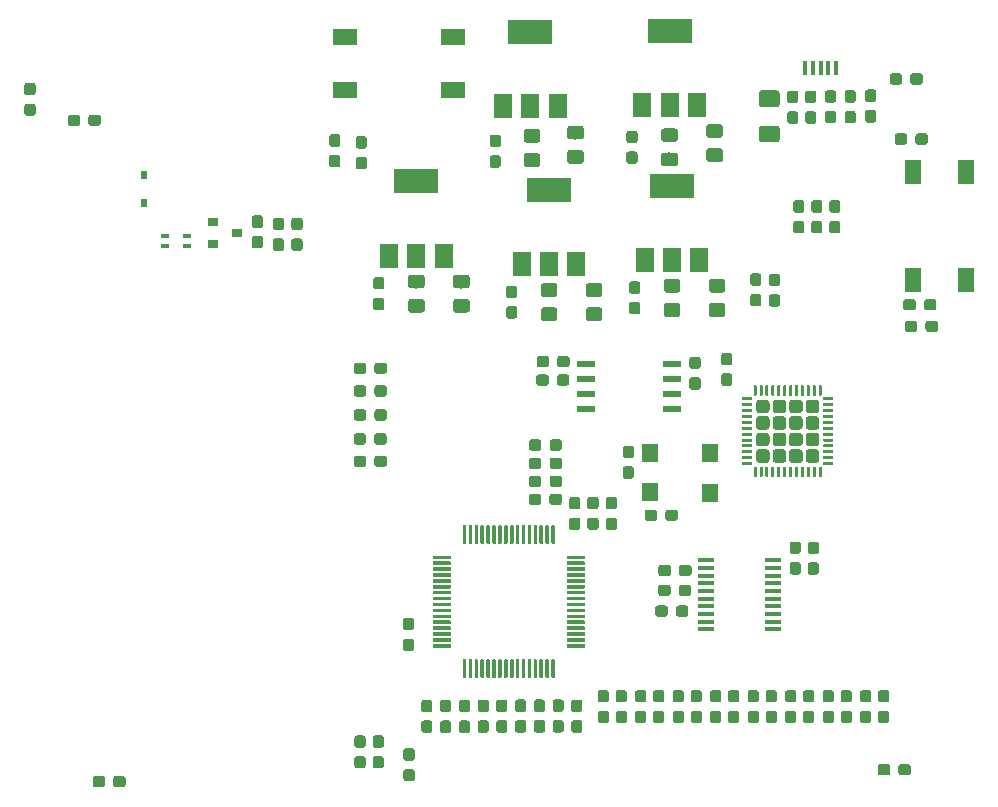
<source format=gbr>
G04 #@! TF.GenerationSoftware,KiCad,Pcbnew,5.1.4+dfsg1-1*
G04 #@! TF.CreationDate,2020-05-25T12:06:47-05:00*
G04 #@! TF.ProjectId,try1,74727931-2e6b-4696-9361-645f70636258,rev?*
G04 #@! TF.SameCoordinates,Original*
G04 #@! TF.FileFunction,Paste,Top*
G04 #@! TF.FilePolarity,Positive*
%FSLAX46Y46*%
G04 Gerber Fmt 4.6, Leading zero omitted, Abs format (unit mm)*
G04 Created by KiCad (PCBNEW 5.1.4+dfsg1-1) date 2020-05-25 12:06:47*
%MOMM*%
%LPD*%
G04 APERTURE LIST*
%ADD10C,0.100000*%
%ADD11C,0.950000*%
%ADD12R,1.473200X0.355600*%
%ADD13R,1.610000X0.580000*%
%ADD14R,1.500000X2.000000*%
%ADD15R,3.800000X2.000000*%
%ADD16R,2.100000X1.400000*%
%ADD17R,1.400000X2.100000*%
%ADD18C,0.250000*%
%ADD19C,1.130000*%
%ADD20R,1.400000X1.600000*%
%ADD21R,0.750000X0.400000*%
%ADD22R,0.600000X0.800000*%
%ADD23C,1.150000*%
%ADD24C,1.425000*%
%ADD25R,0.900000X0.800000*%
%ADD26R,0.450000X1.300000*%
%ADD27C,0.300000*%
G04 APERTURE END LIST*
D10*
G36*
X41185779Y-51526144D02*
G01*
X41208834Y-51529563D01*
X41231443Y-51535227D01*
X41253387Y-51543079D01*
X41274457Y-51553044D01*
X41294448Y-51565026D01*
X41313168Y-51578910D01*
X41330438Y-51594562D01*
X41346090Y-51611832D01*
X41359974Y-51630552D01*
X41371956Y-51650543D01*
X41381921Y-51671613D01*
X41389773Y-51693557D01*
X41395437Y-51716166D01*
X41398856Y-51739221D01*
X41400000Y-51762500D01*
X41400000Y-52237500D01*
X41398856Y-52260779D01*
X41395437Y-52283834D01*
X41389773Y-52306443D01*
X41381921Y-52328387D01*
X41371956Y-52349457D01*
X41359974Y-52369448D01*
X41346090Y-52388168D01*
X41330438Y-52405438D01*
X41313168Y-52421090D01*
X41294448Y-52434974D01*
X41274457Y-52446956D01*
X41253387Y-52456921D01*
X41231443Y-52464773D01*
X41208834Y-52470437D01*
X41185779Y-52473856D01*
X41162500Y-52475000D01*
X40587500Y-52475000D01*
X40564221Y-52473856D01*
X40541166Y-52470437D01*
X40518557Y-52464773D01*
X40496613Y-52456921D01*
X40475543Y-52446956D01*
X40455552Y-52434974D01*
X40436832Y-52421090D01*
X40419562Y-52405438D01*
X40403910Y-52388168D01*
X40390026Y-52369448D01*
X40378044Y-52349457D01*
X40368079Y-52328387D01*
X40360227Y-52306443D01*
X40354563Y-52283834D01*
X40351144Y-52260779D01*
X40350000Y-52237500D01*
X40350000Y-51762500D01*
X40351144Y-51739221D01*
X40354563Y-51716166D01*
X40360227Y-51693557D01*
X40368079Y-51671613D01*
X40378044Y-51650543D01*
X40390026Y-51630552D01*
X40403910Y-51611832D01*
X40419562Y-51594562D01*
X40436832Y-51578910D01*
X40455552Y-51565026D01*
X40475543Y-51553044D01*
X40496613Y-51543079D01*
X40518557Y-51535227D01*
X40541166Y-51529563D01*
X40564221Y-51526144D01*
X40587500Y-51525000D01*
X41162500Y-51525000D01*
X41185779Y-51526144D01*
X41185779Y-51526144D01*
G37*
D11*
X40875000Y-52000000D03*
D10*
G36*
X39435779Y-51526144D02*
G01*
X39458834Y-51529563D01*
X39481443Y-51535227D01*
X39503387Y-51543079D01*
X39524457Y-51553044D01*
X39544448Y-51565026D01*
X39563168Y-51578910D01*
X39580438Y-51594562D01*
X39596090Y-51611832D01*
X39609974Y-51630552D01*
X39621956Y-51650543D01*
X39631921Y-51671613D01*
X39639773Y-51693557D01*
X39645437Y-51716166D01*
X39648856Y-51739221D01*
X39650000Y-51762500D01*
X39650000Y-52237500D01*
X39648856Y-52260779D01*
X39645437Y-52283834D01*
X39639773Y-52306443D01*
X39631921Y-52328387D01*
X39621956Y-52349457D01*
X39609974Y-52369448D01*
X39596090Y-52388168D01*
X39580438Y-52405438D01*
X39563168Y-52421090D01*
X39544448Y-52434974D01*
X39524457Y-52446956D01*
X39503387Y-52456921D01*
X39481443Y-52464773D01*
X39458834Y-52470437D01*
X39435779Y-52473856D01*
X39412500Y-52475000D01*
X38837500Y-52475000D01*
X38814221Y-52473856D01*
X38791166Y-52470437D01*
X38768557Y-52464773D01*
X38746613Y-52456921D01*
X38725543Y-52446956D01*
X38705552Y-52434974D01*
X38686832Y-52421090D01*
X38669562Y-52405438D01*
X38653910Y-52388168D01*
X38640026Y-52369448D01*
X38628044Y-52349457D01*
X38618079Y-52328387D01*
X38610227Y-52306443D01*
X38604563Y-52283834D01*
X38601144Y-52260779D01*
X38600000Y-52237500D01*
X38600000Y-51762500D01*
X38601144Y-51739221D01*
X38604563Y-51716166D01*
X38610227Y-51693557D01*
X38618079Y-51671613D01*
X38628044Y-51650543D01*
X38640026Y-51630552D01*
X38653910Y-51611832D01*
X38669562Y-51594562D01*
X38686832Y-51578910D01*
X38705552Y-51565026D01*
X38725543Y-51553044D01*
X38746613Y-51543079D01*
X38768557Y-51535227D01*
X38791166Y-51529563D01*
X38814221Y-51526144D01*
X38837500Y-51525000D01*
X39412500Y-51525000D01*
X39435779Y-51526144D01*
X39435779Y-51526144D01*
G37*
D11*
X39125000Y-52000000D03*
D10*
G36*
X111210779Y-53126144D02*
G01*
X111233834Y-53129563D01*
X111256443Y-53135227D01*
X111278387Y-53143079D01*
X111299457Y-53153044D01*
X111319448Y-53165026D01*
X111338168Y-53178910D01*
X111355438Y-53194562D01*
X111371090Y-53211832D01*
X111384974Y-53230552D01*
X111396956Y-53250543D01*
X111406921Y-53271613D01*
X111414773Y-53293557D01*
X111420437Y-53316166D01*
X111423856Y-53339221D01*
X111425000Y-53362500D01*
X111425000Y-53837500D01*
X111423856Y-53860779D01*
X111420437Y-53883834D01*
X111414773Y-53906443D01*
X111406921Y-53928387D01*
X111396956Y-53949457D01*
X111384974Y-53969448D01*
X111371090Y-53988168D01*
X111355438Y-54005438D01*
X111338168Y-54021090D01*
X111319448Y-54034974D01*
X111299457Y-54046956D01*
X111278387Y-54056921D01*
X111256443Y-54064773D01*
X111233834Y-54070437D01*
X111210779Y-54073856D01*
X111187500Y-54075000D01*
X110612500Y-54075000D01*
X110589221Y-54073856D01*
X110566166Y-54070437D01*
X110543557Y-54064773D01*
X110521613Y-54056921D01*
X110500543Y-54046956D01*
X110480552Y-54034974D01*
X110461832Y-54021090D01*
X110444562Y-54005438D01*
X110428910Y-53988168D01*
X110415026Y-53969448D01*
X110403044Y-53949457D01*
X110393079Y-53928387D01*
X110385227Y-53906443D01*
X110379563Y-53883834D01*
X110376144Y-53860779D01*
X110375000Y-53837500D01*
X110375000Y-53362500D01*
X110376144Y-53339221D01*
X110379563Y-53316166D01*
X110385227Y-53293557D01*
X110393079Y-53271613D01*
X110403044Y-53250543D01*
X110415026Y-53230552D01*
X110428910Y-53211832D01*
X110444562Y-53194562D01*
X110461832Y-53178910D01*
X110480552Y-53165026D01*
X110500543Y-53153044D01*
X110521613Y-53143079D01*
X110543557Y-53135227D01*
X110566166Y-53129563D01*
X110589221Y-53126144D01*
X110612500Y-53125000D01*
X111187500Y-53125000D01*
X111210779Y-53126144D01*
X111210779Y-53126144D01*
G37*
D11*
X110900000Y-53600000D03*
D10*
G36*
X109460779Y-53126144D02*
G01*
X109483834Y-53129563D01*
X109506443Y-53135227D01*
X109528387Y-53143079D01*
X109549457Y-53153044D01*
X109569448Y-53165026D01*
X109588168Y-53178910D01*
X109605438Y-53194562D01*
X109621090Y-53211832D01*
X109634974Y-53230552D01*
X109646956Y-53250543D01*
X109656921Y-53271613D01*
X109664773Y-53293557D01*
X109670437Y-53316166D01*
X109673856Y-53339221D01*
X109675000Y-53362500D01*
X109675000Y-53837500D01*
X109673856Y-53860779D01*
X109670437Y-53883834D01*
X109664773Y-53906443D01*
X109656921Y-53928387D01*
X109646956Y-53949457D01*
X109634974Y-53969448D01*
X109621090Y-53988168D01*
X109605438Y-54005438D01*
X109588168Y-54021090D01*
X109569448Y-54034974D01*
X109549457Y-54046956D01*
X109528387Y-54056921D01*
X109506443Y-54064773D01*
X109483834Y-54070437D01*
X109460779Y-54073856D01*
X109437500Y-54075000D01*
X108862500Y-54075000D01*
X108839221Y-54073856D01*
X108816166Y-54070437D01*
X108793557Y-54064773D01*
X108771613Y-54056921D01*
X108750543Y-54046956D01*
X108730552Y-54034974D01*
X108711832Y-54021090D01*
X108694562Y-54005438D01*
X108678910Y-53988168D01*
X108665026Y-53969448D01*
X108653044Y-53949457D01*
X108643079Y-53928387D01*
X108635227Y-53906443D01*
X108629563Y-53883834D01*
X108626144Y-53860779D01*
X108625000Y-53837500D01*
X108625000Y-53362500D01*
X108626144Y-53339221D01*
X108629563Y-53316166D01*
X108635227Y-53293557D01*
X108643079Y-53271613D01*
X108653044Y-53250543D01*
X108665026Y-53230552D01*
X108678910Y-53211832D01*
X108694562Y-53194562D01*
X108711832Y-53178910D01*
X108730552Y-53165026D01*
X108750543Y-53153044D01*
X108771613Y-53143079D01*
X108793557Y-53135227D01*
X108816166Y-53129563D01*
X108839221Y-53126144D01*
X108862500Y-53125000D01*
X109437500Y-53125000D01*
X109460779Y-53126144D01*
X109460779Y-53126144D01*
G37*
D11*
X109150000Y-53600000D03*
D12*
X98298000Y-89264302D03*
X98298000Y-89914301D03*
X98298000Y-90564302D03*
X98298000Y-91214301D03*
X98298000Y-91864302D03*
X98298000Y-92514301D03*
X98298000Y-93164302D03*
X98298000Y-93814301D03*
X98298000Y-94464302D03*
X98298000Y-95114300D03*
X92659200Y-95114298D03*
X92659200Y-94464299D03*
X92659200Y-93814298D03*
X92659200Y-93164299D03*
X92659200Y-92514298D03*
X92659200Y-91864299D03*
X92659200Y-91214301D03*
X92659200Y-90564299D03*
X92659200Y-89914301D03*
X92659200Y-89264300D03*
D13*
X82521320Y-72645000D03*
X82521320Y-73915000D03*
X82521320Y-75185000D03*
X82521320Y-76455000D03*
X89731320Y-76455000D03*
X89731320Y-75185000D03*
X89731320Y-73915000D03*
X89731320Y-72645000D03*
D10*
G36*
X67760779Y-105176144D02*
G01*
X67783834Y-105179563D01*
X67806443Y-105185227D01*
X67828387Y-105193079D01*
X67849457Y-105203044D01*
X67869448Y-105215026D01*
X67888168Y-105228910D01*
X67905438Y-105244562D01*
X67921090Y-105261832D01*
X67934974Y-105280552D01*
X67946956Y-105300543D01*
X67956921Y-105321613D01*
X67964773Y-105343557D01*
X67970437Y-105366166D01*
X67973856Y-105389221D01*
X67975000Y-105412500D01*
X67975000Y-105987500D01*
X67973856Y-106010779D01*
X67970437Y-106033834D01*
X67964773Y-106056443D01*
X67956921Y-106078387D01*
X67946956Y-106099457D01*
X67934974Y-106119448D01*
X67921090Y-106138168D01*
X67905438Y-106155438D01*
X67888168Y-106171090D01*
X67869448Y-106184974D01*
X67849457Y-106196956D01*
X67828387Y-106206921D01*
X67806443Y-106214773D01*
X67783834Y-106220437D01*
X67760779Y-106223856D01*
X67737500Y-106225000D01*
X67262500Y-106225000D01*
X67239221Y-106223856D01*
X67216166Y-106220437D01*
X67193557Y-106214773D01*
X67171613Y-106206921D01*
X67150543Y-106196956D01*
X67130552Y-106184974D01*
X67111832Y-106171090D01*
X67094562Y-106155438D01*
X67078910Y-106138168D01*
X67065026Y-106119448D01*
X67053044Y-106099457D01*
X67043079Y-106078387D01*
X67035227Y-106056443D01*
X67029563Y-106033834D01*
X67026144Y-106010779D01*
X67025000Y-105987500D01*
X67025000Y-105412500D01*
X67026144Y-105389221D01*
X67029563Y-105366166D01*
X67035227Y-105343557D01*
X67043079Y-105321613D01*
X67053044Y-105300543D01*
X67065026Y-105280552D01*
X67078910Y-105261832D01*
X67094562Y-105244562D01*
X67111832Y-105228910D01*
X67130552Y-105215026D01*
X67150543Y-105203044D01*
X67171613Y-105193079D01*
X67193557Y-105185227D01*
X67216166Y-105179563D01*
X67239221Y-105176144D01*
X67262500Y-105175000D01*
X67737500Y-105175000D01*
X67760779Y-105176144D01*
X67760779Y-105176144D01*
G37*
D11*
X67500000Y-105700000D03*
D10*
G36*
X67760779Y-106926144D02*
G01*
X67783834Y-106929563D01*
X67806443Y-106935227D01*
X67828387Y-106943079D01*
X67849457Y-106953044D01*
X67869448Y-106965026D01*
X67888168Y-106978910D01*
X67905438Y-106994562D01*
X67921090Y-107011832D01*
X67934974Y-107030552D01*
X67946956Y-107050543D01*
X67956921Y-107071613D01*
X67964773Y-107093557D01*
X67970437Y-107116166D01*
X67973856Y-107139221D01*
X67975000Y-107162500D01*
X67975000Y-107737500D01*
X67973856Y-107760779D01*
X67970437Y-107783834D01*
X67964773Y-107806443D01*
X67956921Y-107828387D01*
X67946956Y-107849457D01*
X67934974Y-107869448D01*
X67921090Y-107888168D01*
X67905438Y-107905438D01*
X67888168Y-107921090D01*
X67869448Y-107934974D01*
X67849457Y-107946956D01*
X67828387Y-107956921D01*
X67806443Y-107964773D01*
X67783834Y-107970437D01*
X67760779Y-107973856D01*
X67737500Y-107975000D01*
X67262500Y-107975000D01*
X67239221Y-107973856D01*
X67216166Y-107970437D01*
X67193557Y-107964773D01*
X67171613Y-107956921D01*
X67150543Y-107946956D01*
X67130552Y-107934974D01*
X67111832Y-107921090D01*
X67094562Y-107905438D01*
X67078910Y-107888168D01*
X67065026Y-107869448D01*
X67053044Y-107849457D01*
X67043079Y-107828387D01*
X67035227Y-107806443D01*
X67029563Y-107783834D01*
X67026144Y-107760779D01*
X67025000Y-107737500D01*
X67025000Y-107162500D01*
X67026144Y-107139221D01*
X67029563Y-107116166D01*
X67035227Y-107093557D01*
X67043079Y-107071613D01*
X67053044Y-107050543D01*
X67065026Y-107030552D01*
X67078910Y-107011832D01*
X67094562Y-106994562D01*
X67111832Y-106978910D01*
X67130552Y-106965026D01*
X67150543Y-106953044D01*
X67171613Y-106943079D01*
X67193557Y-106935227D01*
X67216166Y-106929563D01*
X67239221Y-106926144D01*
X67262500Y-106925000D01*
X67737500Y-106925000D01*
X67760779Y-106926144D01*
X67760779Y-106926144D01*
G37*
D11*
X67500000Y-107450000D03*
D10*
G36*
X101975079Y-87691644D02*
G01*
X101998134Y-87695063D01*
X102020743Y-87700727D01*
X102042687Y-87708579D01*
X102063757Y-87718544D01*
X102083748Y-87730526D01*
X102102468Y-87744410D01*
X102119738Y-87760062D01*
X102135390Y-87777332D01*
X102149274Y-87796052D01*
X102161256Y-87816043D01*
X102171221Y-87837113D01*
X102179073Y-87859057D01*
X102184737Y-87881666D01*
X102188156Y-87904721D01*
X102189300Y-87928000D01*
X102189300Y-88503000D01*
X102188156Y-88526279D01*
X102184737Y-88549334D01*
X102179073Y-88571943D01*
X102171221Y-88593887D01*
X102161256Y-88614957D01*
X102149274Y-88634948D01*
X102135390Y-88653668D01*
X102119738Y-88670938D01*
X102102468Y-88686590D01*
X102083748Y-88700474D01*
X102063757Y-88712456D01*
X102042687Y-88722421D01*
X102020743Y-88730273D01*
X101998134Y-88735937D01*
X101975079Y-88739356D01*
X101951800Y-88740500D01*
X101476800Y-88740500D01*
X101453521Y-88739356D01*
X101430466Y-88735937D01*
X101407857Y-88730273D01*
X101385913Y-88722421D01*
X101364843Y-88712456D01*
X101344852Y-88700474D01*
X101326132Y-88686590D01*
X101308862Y-88670938D01*
X101293210Y-88653668D01*
X101279326Y-88634948D01*
X101267344Y-88614957D01*
X101257379Y-88593887D01*
X101249527Y-88571943D01*
X101243863Y-88549334D01*
X101240444Y-88526279D01*
X101239300Y-88503000D01*
X101239300Y-87928000D01*
X101240444Y-87904721D01*
X101243863Y-87881666D01*
X101249527Y-87859057D01*
X101257379Y-87837113D01*
X101267344Y-87816043D01*
X101279326Y-87796052D01*
X101293210Y-87777332D01*
X101308862Y-87760062D01*
X101326132Y-87744410D01*
X101344852Y-87730526D01*
X101364843Y-87718544D01*
X101385913Y-87708579D01*
X101407857Y-87700727D01*
X101430466Y-87695063D01*
X101453521Y-87691644D01*
X101476800Y-87690500D01*
X101951800Y-87690500D01*
X101975079Y-87691644D01*
X101975079Y-87691644D01*
G37*
D11*
X101714300Y-88215500D03*
D10*
G36*
X101975079Y-89441644D02*
G01*
X101998134Y-89445063D01*
X102020743Y-89450727D01*
X102042687Y-89458579D01*
X102063757Y-89468544D01*
X102083748Y-89480526D01*
X102102468Y-89494410D01*
X102119738Y-89510062D01*
X102135390Y-89527332D01*
X102149274Y-89546052D01*
X102161256Y-89566043D01*
X102171221Y-89587113D01*
X102179073Y-89609057D01*
X102184737Y-89631666D01*
X102188156Y-89654721D01*
X102189300Y-89678000D01*
X102189300Y-90253000D01*
X102188156Y-90276279D01*
X102184737Y-90299334D01*
X102179073Y-90321943D01*
X102171221Y-90343887D01*
X102161256Y-90364957D01*
X102149274Y-90384948D01*
X102135390Y-90403668D01*
X102119738Y-90420938D01*
X102102468Y-90436590D01*
X102083748Y-90450474D01*
X102063757Y-90462456D01*
X102042687Y-90472421D01*
X102020743Y-90480273D01*
X101998134Y-90485937D01*
X101975079Y-90489356D01*
X101951800Y-90490500D01*
X101476800Y-90490500D01*
X101453521Y-90489356D01*
X101430466Y-90485937D01*
X101407857Y-90480273D01*
X101385913Y-90472421D01*
X101364843Y-90462456D01*
X101344852Y-90450474D01*
X101326132Y-90436590D01*
X101308862Y-90420938D01*
X101293210Y-90403668D01*
X101279326Y-90384948D01*
X101267344Y-90364957D01*
X101257379Y-90343887D01*
X101249527Y-90321943D01*
X101243863Y-90299334D01*
X101240444Y-90276279D01*
X101239300Y-90253000D01*
X101239300Y-89678000D01*
X101240444Y-89654721D01*
X101243863Y-89631666D01*
X101249527Y-89609057D01*
X101257379Y-89587113D01*
X101267344Y-89566043D01*
X101279326Y-89546052D01*
X101293210Y-89527332D01*
X101308862Y-89510062D01*
X101326132Y-89494410D01*
X101344852Y-89480526D01*
X101364843Y-89468544D01*
X101385913Y-89458579D01*
X101407857Y-89450727D01*
X101430466Y-89445063D01*
X101453521Y-89441644D01*
X101476800Y-89440500D01*
X101951800Y-89440500D01*
X101975079Y-89441644D01*
X101975079Y-89441644D01*
G37*
D11*
X101714300Y-89965500D03*
D10*
G36*
X80879579Y-71966944D02*
G01*
X80902634Y-71970363D01*
X80925243Y-71976027D01*
X80947187Y-71983879D01*
X80968257Y-71993844D01*
X80988248Y-72005826D01*
X81006968Y-72019710D01*
X81024238Y-72035362D01*
X81039890Y-72052632D01*
X81053774Y-72071352D01*
X81065756Y-72091343D01*
X81075721Y-72112413D01*
X81083573Y-72134357D01*
X81089237Y-72156966D01*
X81092656Y-72180021D01*
X81093800Y-72203300D01*
X81093800Y-72678300D01*
X81092656Y-72701579D01*
X81089237Y-72724634D01*
X81083573Y-72747243D01*
X81075721Y-72769187D01*
X81065756Y-72790257D01*
X81053774Y-72810248D01*
X81039890Y-72828968D01*
X81024238Y-72846238D01*
X81006968Y-72861890D01*
X80988248Y-72875774D01*
X80968257Y-72887756D01*
X80947187Y-72897721D01*
X80925243Y-72905573D01*
X80902634Y-72911237D01*
X80879579Y-72914656D01*
X80856300Y-72915800D01*
X80281300Y-72915800D01*
X80258021Y-72914656D01*
X80234966Y-72911237D01*
X80212357Y-72905573D01*
X80190413Y-72897721D01*
X80169343Y-72887756D01*
X80149352Y-72875774D01*
X80130632Y-72861890D01*
X80113362Y-72846238D01*
X80097710Y-72828968D01*
X80083826Y-72810248D01*
X80071844Y-72790257D01*
X80061879Y-72769187D01*
X80054027Y-72747243D01*
X80048363Y-72724634D01*
X80044944Y-72701579D01*
X80043800Y-72678300D01*
X80043800Y-72203300D01*
X80044944Y-72180021D01*
X80048363Y-72156966D01*
X80054027Y-72134357D01*
X80061879Y-72112413D01*
X80071844Y-72091343D01*
X80083826Y-72071352D01*
X80097710Y-72052632D01*
X80113362Y-72035362D01*
X80130632Y-72019710D01*
X80149352Y-72005826D01*
X80169343Y-71993844D01*
X80190413Y-71983879D01*
X80212357Y-71976027D01*
X80234966Y-71970363D01*
X80258021Y-71966944D01*
X80281300Y-71965800D01*
X80856300Y-71965800D01*
X80879579Y-71966944D01*
X80879579Y-71966944D01*
G37*
D11*
X80568800Y-72440800D03*
D10*
G36*
X79129579Y-71966944D02*
G01*
X79152634Y-71970363D01*
X79175243Y-71976027D01*
X79197187Y-71983879D01*
X79218257Y-71993844D01*
X79238248Y-72005826D01*
X79256968Y-72019710D01*
X79274238Y-72035362D01*
X79289890Y-72052632D01*
X79303774Y-72071352D01*
X79315756Y-72091343D01*
X79325721Y-72112413D01*
X79333573Y-72134357D01*
X79339237Y-72156966D01*
X79342656Y-72180021D01*
X79343800Y-72203300D01*
X79343800Y-72678300D01*
X79342656Y-72701579D01*
X79339237Y-72724634D01*
X79333573Y-72747243D01*
X79325721Y-72769187D01*
X79315756Y-72790257D01*
X79303774Y-72810248D01*
X79289890Y-72828968D01*
X79274238Y-72846238D01*
X79256968Y-72861890D01*
X79238248Y-72875774D01*
X79218257Y-72887756D01*
X79197187Y-72897721D01*
X79175243Y-72905573D01*
X79152634Y-72911237D01*
X79129579Y-72914656D01*
X79106300Y-72915800D01*
X78531300Y-72915800D01*
X78508021Y-72914656D01*
X78484966Y-72911237D01*
X78462357Y-72905573D01*
X78440413Y-72897721D01*
X78419343Y-72887756D01*
X78399352Y-72875774D01*
X78380632Y-72861890D01*
X78363362Y-72846238D01*
X78347710Y-72828968D01*
X78333826Y-72810248D01*
X78321844Y-72790257D01*
X78311879Y-72769187D01*
X78304027Y-72747243D01*
X78298363Y-72724634D01*
X78294944Y-72701579D01*
X78293800Y-72678300D01*
X78293800Y-72203300D01*
X78294944Y-72180021D01*
X78298363Y-72156966D01*
X78304027Y-72134357D01*
X78311879Y-72112413D01*
X78321844Y-72091343D01*
X78333826Y-72071352D01*
X78347710Y-72052632D01*
X78363362Y-72035362D01*
X78380632Y-72019710D01*
X78399352Y-72005826D01*
X78419343Y-71993844D01*
X78440413Y-71983879D01*
X78462357Y-71976027D01*
X78484966Y-71970363D01*
X78508021Y-71966944D01*
X78531300Y-71965800D01*
X79106300Y-71965800D01*
X79129579Y-71966944D01*
X79129579Y-71966944D01*
G37*
D11*
X78818800Y-72440800D03*
D10*
G36*
X100451079Y-87677644D02*
G01*
X100474134Y-87681063D01*
X100496743Y-87686727D01*
X100518687Y-87694579D01*
X100539757Y-87704544D01*
X100559748Y-87716526D01*
X100578468Y-87730410D01*
X100595738Y-87746062D01*
X100611390Y-87763332D01*
X100625274Y-87782052D01*
X100637256Y-87802043D01*
X100647221Y-87823113D01*
X100655073Y-87845057D01*
X100660737Y-87867666D01*
X100664156Y-87890721D01*
X100665300Y-87914000D01*
X100665300Y-88489000D01*
X100664156Y-88512279D01*
X100660737Y-88535334D01*
X100655073Y-88557943D01*
X100647221Y-88579887D01*
X100637256Y-88600957D01*
X100625274Y-88620948D01*
X100611390Y-88639668D01*
X100595738Y-88656938D01*
X100578468Y-88672590D01*
X100559748Y-88686474D01*
X100539757Y-88698456D01*
X100518687Y-88708421D01*
X100496743Y-88716273D01*
X100474134Y-88721937D01*
X100451079Y-88725356D01*
X100427800Y-88726500D01*
X99952800Y-88726500D01*
X99929521Y-88725356D01*
X99906466Y-88721937D01*
X99883857Y-88716273D01*
X99861913Y-88708421D01*
X99840843Y-88698456D01*
X99820852Y-88686474D01*
X99802132Y-88672590D01*
X99784862Y-88656938D01*
X99769210Y-88639668D01*
X99755326Y-88620948D01*
X99743344Y-88600957D01*
X99733379Y-88579887D01*
X99725527Y-88557943D01*
X99719863Y-88535334D01*
X99716444Y-88512279D01*
X99715300Y-88489000D01*
X99715300Y-87914000D01*
X99716444Y-87890721D01*
X99719863Y-87867666D01*
X99725527Y-87845057D01*
X99733379Y-87823113D01*
X99743344Y-87802043D01*
X99755326Y-87782052D01*
X99769210Y-87763332D01*
X99784862Y-87746062D01*
X99802132Y-87730410D01*
X99820852Y-87716526D01*
X99840843Y-87704544D01*
X99861913Y-87694579D01*
X99883857Y-87686727D01*
X99906466Y-87681063D01*
X99929521Y-87677644D01*
X99952800Y-87676500D01*
X100427800Y-87676500D01*
X100451079Y-87677644D01*
X100451079Y-87677644D01*
G37*
D11*
X100190300Y-88201500D03*
D10*
G36*
X100451079Y-89427644D02*
G01*
X100474134Y-89431063D01*
X100496743Y-89436727D01*
X100518687Y-89444579D01*
X100539757Y-89454544D01*
X100559748Y-89466526D01*
X100578468Y-89480410D01*
X100595738Y-89496062D01*
X100611390Y-89513332D01*
X100625274Y-89532052D01*
X100637256Y-89552043D01*
X100647221Y-89573113D01*
X100655073Y-89595057D01*
X100660737Y-89617666D01*
X100664156Y-89640721D01*
X100665300Y-89664000D01*
X100665300Y-90239000D01*
X100664156Y-90262279D01*
X100660737Y-90285334D01*
X100655073Y-90307943D01*
X100647221Y-90329887D01*
X100637256Y-90350957D01*
X100625274Y-90370948D01*
X100611390Y-90389668D01*
X100595738Y-90406938D01*
X100578468Y-90422590D01*
X100559748Y-90436474D01*
X100539757Y-90448456D01*
X100518687Y-90458421D01*
X100496743Y-90466273D01*
X100474134Y-90471937D01*
X100451079Y-90475356D01*
X100427800Y-90476500D01*
X99952800Y-90476500D01*
X99929521Y-90475356D01*
X99906466Y-90471937D01*
X99883857Y-90466273D01*
X99861913Y-90458421D01*
X99840843Y-90448456D01*
X99820852Y-90436474D01*
X99802132Y-90422590D01*
X99784862Y-90406938D01*
X99769210Y-90389668D01*
X99755326Y-90370948D01*
X99743344Y-90350957D01*
X99733379Y-90329887D01*
X99725527Y-90307943D01*
X99719863Y-90285334D01*
X99716444Y-90262279D01*
X99715300Y-90239000D01*
X99715300Y-89664000D01*
X99716444Y-89640721D01*
X99719863Y-89617666D01*
X99725527Y-89595057D01*
X99733379Y-89573113D01*
X99743344Y-89552043D01*
X99755326Y-89532052D01*
X99769210Y-89513332D01*
X99784862Y-89496062D01*
X99802132Y-89480410D01*
X99820852Y-89466526D01*
X99840843Y-89454544D01*
X99861913Y-89444579D01*
X99883857Y-89436727D01*
X99906466Y-89431063D01*
X99929521Y-89427644D01*
X99952800Y-89426500D01*
X100427800Y-89426500D01*
X100451079Y-89427644D01*
X100451079Y-89427644D01*
G37*
D11*
X100190300Y-89951500D03*
D14*
X65822800Y-63487700D03*
X70422800Y-63487700D03*
X68122800Y-63487700D03*
D15*
X68122800Y-57187700D03*
D10*
G36*
X74035079Y-102814644D02*
G01*
X74058134Y-102818063D01*
X74080743Y-102823727D01*
X74102687Y-102831579D01*
X74123757Y-102841544D01*
X74143748Y-102853526D01*
X74162468Y-102867410D01*
X74179738Y-102883062D01*
X74195390Y-102900332D01*
X74209274Y-102919052D01*
X74221256Y-102939043D01*
X74231221Y-102960113D01*
X74239073Y-102982057D01*
X74244737Y-103004666D01*
X74248156Y-103027721D01*
X74249300Y-103051000D01*
X74249300Y-103626000D01*
X74248156Y-103649279D01*
X74244737Y-103672334D01*
X74239073Y-103694943D01*
X74231221Y-103716887D01*
X74221256Y-103737957D01*
X74209274Y-103757948D01*
X74195390Y-103776668D01*
X74179738Y-103793938D01*
X74162468Y-103809590D01*
X74143748Y-103823474D01*
X74123757Y-103835456D01*
X74102687Y-103845421D01*
X74080743Y-103853273D01*
X74058134Y-103858937D01*
X74035079Y-103862356D01*
X74011800Y-103863500D01*
X73536800Y-103863500D01*
X73513521Y-103862356D01*
X73490466Y-103858937D01*
X73467857Y-103853273D01*
X73445913Y-103845421D01*
X73424843Y-103835456D01*
X73404852Y-103823474D01*
X73386132Y-103809590D01*
X73368862Y-103793938D01*
X73353210Y-103776668D01*
X73339326Y-103757948D01*
X73327344Y-103737957D01*
X73317379Y-103716887D01*
X73309527Y-103694943D01*
X73303863Y-103672334D01*
X73300444Y-103649279D01*
X73299300Y-103626000D01*
X73299300Y-103051000D01*
X73300444Y-103027721D01*
X73303863Y-103004666D01*
X73309527Y-102982057D01*
X73317379Y-102960113D01*
X73327344Y-102939043D01*
X73339326Y-102919052D01*
X73353210Y-102900332D01*
X73368862Y-102883062D01*
X73386132Y-102867410D01*
X73404852Y-102853526D01*
X73424843Y-102841544D01*
X73445913Y-102831579D01*
X73467857Y-102823727D01*
X73490466Y-102818063D01*
X73513521Y-102814644D01*
X73536800Y-102813500D01*
X74011800Y-102813500D01*
X74035079Y-102814644D01*
X74035079Y-102814644D01*
G37*
D11*
X73774300Y-103338500D03*
D10*
G36*
X74035079Y-101064644D02*
G01*
X74058134Y-101068063D01*
X74080743Y-101073727D01*
X74102687Y-101081579D01*
X74123757Y-101091544D01*
X74143748Y-101103526D01*
X74162468Y-101117410D01*
X74179738Y-101133062D01*
X74195390Y-101150332D01*
X74209274Y-101169052D01*
X74221256Y-101189043D01*
X74231221Y-101210113D01*
X74239073Y-101232057D01*
X74244737Y-101254666D01*
X74248156Y-101277721D01*
X74249300Y-101301000D01*
X74249300Y-101876000D01*
X74248156Y-101899279D01*
X74244737Y-101922334D01*
X74239073Y-101944943D01*
X74231221Y-101966887D01*
X74221256Y-101987957D01*
X74209274Y-102007948D01*
X74195390Y-102026668D01*
X74179738Y-102043938D01*
X74162468Y-102059590D01*
X74143748Y-102073474D01*
X74123757Y-102085456D01*
X74102687Y-102095421D01*
X74080743Y-102103273D01*
X74058134Y-102108937D01*
X74035079Y-102112356D01*
X74011800Y-102113500D01*
X73536800Y-102113500D01*
X73513521Y-102112356D01*
X73490466Y-102108937D01*
X73467857Y-102103273D01*
X73445913Y-102095421D01*
X73424843Y-102085456D01*
X73404852Y-102073474D01*
X73386132Y-102059590D01*
X73368862Y-102043938D01*
X73353210Y-102026668D01*
X73339326Y-102007948D01*
X73327344Y-101987957D01*
X73317379Y-101966887D01*
X73309527Y-101944943D01*
X73303863Y-101922334D01*
X73300444Y-101899279D01*
X73299300Y-101876000D01*
X73299300Y-101301000D01*
X73300444Y-101277721D01*
X73303863Y-101254666D01*
X73309527Y-101232057D01*
X73317379Y-101210113D01*
X73327344Y-101189043D01*
X73339326Y-101169052D01*
X73353210Y-101150332D01*
X73368862Y-101133062D01*
X73386132Y-101117410D01*
X73404852Y-101103526D01*
X73424843Y-101091544D01*
X73445913Y-101081579D01*
X73467857Y-101073727D01*
X73490466Y-101068063D01*
X73513521Y-101064644D01*
X73536800Y-101063500D01*
X74011800Y-101063500D01*
X74035079Y-101064644D01*
X74035079Y-101064644D01*
G37*
D11*
X73774300Y-101588500D03*
D10*
G36*
X63715059Y-55102224D02*
G01*
X63738114Y-55105643D01*
X63760723Y-55111307D01*
X63782667Y-55119159D01*
X63803737Y-55129124D01*
X63823728Y-55141106D01*
X63842448Y-55154990D01*
X63859718Y-55170642D01*
X63875370Y-55187912D01*
X63889254Y-55206632D01*
X63901236Y-55226623D01*
X63911201Y-55247693D01*
X63919053Y-55269637D01*
X63924717Y-55292246D01*
X63928136Y-55315301D01*
X63929280Y-55338580D01*
X63929280Y-55913580D01*
X63928136Y-55936859D01*
X63924717Y-55959914D01*
X63919053Y-55982523D01*
X63911201Y-56004467D01*
X63901236Y-56025537D01*
X63889254Y-56045528D01*
X63875370Y-56064248D01*
X63859718Y-56081518D01*
X63842448Y-56097170D01*
X63823728Y-56111054D01*
X63803737Y-56123036D01*
X63782667Y-56133001D01*
X63760723Y-56140853D01*
X63738114Y-56146517D01*
X63715059Y-56149936D01*
X63691780Y-56151080D01*
X63216780Y-56151080D01*
X63193501Y-56149936D01*
X63170446Y-56146517D01*
X63147837Y-56140853D01*
X63125893Y-56133001D01*
X63104823Y-56123036D01*
X63084832Y-56111054D01*
X63066112Y-56097170D01*
X63048842Y-56081518D01*
X63033190Y-56064248D01*
X63019306Y-56045528D01*
X63007324Y-56025537D01*
X62997359Y-56004467D01*
X62989507Y-55982523D01*
X62983843Y-55959914D01*
X62980424Y-55936859D01*
X62979280Y-55913580D01*
X62979280Y-55338580D01*
X62980424Y-55315301D01*
X62983843Y-55292246D01*
X62989507Y-55269637D01*
X62997359Y-55247693D01*
X63007324Y-55226623D01*
X63019306Y-55206632D01*
X63033190Y-55187912D01*
X63048842Y-55170642D01*
X63066112Y-55154990D01*
X63084832Y-55141106D01*
X63104823Y-55129124D01*
X63125893Y-55119159D01*
X63147837Y-55111307D01*
X63170446Y-55105643D01*
X63193501Y-55102224D01*
X63216780Y-55101080D01*
X63691780Y-55101080D01*
X63715059Y-55102224D01*
X63715059Y-55102224D01*
G37*
D11*
X63454280Y-55626080D03*
D10*
G36*
X63715059Y-53352224D02*
G01*
X63738114Y-53355643D01*
X63760723Y-53361307D01*
X63782667Y-53369159D01*
X63803737Y-53379124D01*
X63823728Y-53391106D01*
X63842448Y-53404990D01*
X63859718Y-53420642D01*
X63875370Y-53437912D01*
X63889254Y-53456632D01*
X63901236Y-53476623D01*
X63911201Y-53497693D01*
X63919053Y-53519637D01*
X63924717Y-53542246D01*
X63928136Y-53565301D01*
X63929280Y-53588580D01*
X63929280Y-54163580D01*
X63928136Y-54186859D01*
X63924717Y-54209914D01*
X63919053Y-54232523D01*
X63911201Y-54254467D01*
X63901236Y-54275537D01*
X63889254Y-54295528D01*
X63875370Y-54314248D01*
X63859718Y-54331518D01*
X63842448Y-54347170D01*
X63823728Y-54361054D01*
X63803737Y-54373036D01*
X63782667Y-54383001D01*
X63760723Y-54390853D01*
X63738114Y-54396517D01*
X63715059Y-54399936D01*
X63691780Y-54401080D01*
X63216780Y-54401080D01*
X63193501Y-54399936D01*
X63170446Y-54396517D01*
X63147837Y-54390853D01*
X63125893Y-54383001D01*
X63104823Y-54373036D01*
X63084832Y-54361054D01*
X63066112Y-54347170D01*
X63048842Y-54331518D01*
X63033190Y-54314248D01*
X63019306Y-54295528D01*
X63007324Y-54275537D01*
X62997359Y-54254467D01*
X62989507Y-54232523D01*
X62983843Y-54209914D01*
X62980424Y-54186859D01*
X62979280Y-54163580D01*
X62979280Y-53588580D01*
X62980424Y-53565301D01*
X62983843Y-53542246D01*
X62989507Y-53519637D01*
X62997359Y-53497693D01*
X63007324Y-53476623D01*
X63019306Y-53456632D01*
X63033190Y-53437912D01*
X63048842Y-53420642D01*
X63066112Y-53404990D01*
X63084832Y-53391106D01*
X63104823Y-53379124D01*
X63125893Y-53369159D01*
X63147837Y-53361307D01*
X63170446Y-53355643D01*
X63193501Y-53352224D01*
X63216780Y-53351080D01*
X63691780Y-53351080D01*
X63715059Y-53352224D01*
X63715059Y-53352224D01*
G37*
D11*
X63454280Y-53876080D03*
D10*
G36*
X54921579Y-61810144D02*
G01*
X54944634Y-61813563D01*
X54967243Y-61819227D01*
X54989187Y-61827079D01*
X55010257Y-61837044D01*
X55030248Y-61849026D01*
X55048968Y-61862910D01*
X55066238Y-61878562D01*
X55081890Y-61895832D01*
X55095774Y-61914552D01*
X55107756Y-61934543D01*
X55117721Y-61955613D01*
X55125573Y-61977557D01*
X55131237Y-62000166D01*
X55134656Y-62023221D01*
X55135800Y-62046500D01*
X55135800Y-62621500D01*
X55134656Y-62644779D01*
X55131237Y-62667834D01*
X55125573Y-62690443D01*
X55117721Y-62712387D01*
X55107756Y-62733457D01*
X55095774Y-62753448D01*
X55081890Y-62772168D01*
X55066238Y-62789438D01*
X55048968Y-62805090D01*
X55030248Y-62818974D01*
X55010257Y-62830956D01*
X54989187Y-62840921D01*
X54967243Y-62848773D01*
X54944634Y-62854437D01*
X54921579Y-62857856D01*
X54898300Y-62859000D01*
X54423300Y-62859000D01*
X54400021Y-62857856D01*
X54376966Y-62854437D01*
X54354357Y-62848773D01*
X54332413Y-62840921D01*
X54311343Y-62830956D01*
X54291352Y-62818974D01*
X54272632Y-62805090D01*
X54255362Y-62789438D01*
X54239710Y-62772168D01*
X54225826Y-62753448D01*
X54213844Y-62733457D01*
X54203879Y-62712387D01*
X54196027Y-62690443D01*
X54190363Y-62667834D01*
X54186944Y-62644779D01*
X54185800Y-62621500D01*
X54185800Y-62046500D01*
X54186944Y-62023221D01*
X54190363Y-62000166D01*
X54196027Y-61977557D01*
X54203879Y-61955613D01*
X54213844Y-61934543D01*
X54225826Y-61914552D01*
X54239710Y-61895832D01*
X54255362Y-61878562D01*
X54272632Y-61862910D01*
X54291352Y-61849026D01*
X54311343Y-61837044D01*
X54332413Y-61827079D01*
X54354357Y-61819227D01*
X54376966Y-61813563D01*
X54400021Y-61810144D01*
X54423300Y-61809000D01*
X54898300Y-61809000D01*
X54921579Y-61810144D01*
X54921579Y-61810144D01*
G37*
D11*
X54660800Y-62334000D03*
D10*
G36*
X54921579Y-60060144D02*
G01*
X54944634Y-60063563D01*
X54967243Y-60069227D01*
X54989187Y-60077079D01*
X55010257Y-60087044D01*
X55030248Y-60099026D01*
X55048968Y-60112910D01*
X55066238Y-60128562D01*
X55081890Y-60145832D01*
X55095774Y-60164552D01*
X55107756Y-60184543D01*
X55117721Y-60205613D01*
X55125573Y-60227557D01*
X55131237Y-60250166D01*
X55134656Y-60273221D01*
X55135800Y-60296500D01*
X55135800Y-60871500D01*
X55134656Y-60894779D01*
X55131237Y-60917834D01*
X55125573Y-60940443D01*
X55117721Y-60962387D01*
X55107756Y-60983457D01*
X55095774Y-61003448D01*
X55081890Y-61022168D01*
X55066238Y-61039438D01*
X55048968Y-61055090D01*
X55030248Y-61068974D01*
X55010257Y-61080956D01*
X54989187Y-61090921D01*
X54967243Y-61098773D01*
X54944634Y-61104437D01*
X54921579Y-61107856D01*
X54898300Y-61109000D01*
X54423300Y-61109000D01*
X54400021Y-61107856D01*
X54376966Y-61104437D01*
X54354357Y-61098773D01*
X54332413Y-61090921D01*
X54311343Y-61080956D01*
X54291352Y-61068974D01*
X54272632Y-61055090D01*
X54255362Y-61039438D01*
X54239710Y-61022168D01*
X54225826Y-61003448D01*
X54213844Y-60983457D01*
X54203879Y-60962387D01*
X54196027Y-60940443D01*
X54190363Y-60917834D01*
X54186944Y-60894779D01*
X54185800Y-60871500D01*
X54185800Y-60296500D01*
X54186944Y-60273221D01*
X54190363Y-60250166D01*
X54196027Y-60227557D01*
X54203879Y-60205613D01*
X54213844Y-60184543D01*
X54225826Y-60164552D01*
X54239710Y-60145832D01*
X54255362Y-60128562D01*
X54272632Y-60112910D01*
X54291352Y-60099026D01*
X54311343Y-60087044D01*
X54332413Y-60077079D01*
X54354357Y-60069227D01*
X54376966Y-60063563D01*
X54400021Y-60060144D01*
X54423300Y-60059000D01*
X54898300Y-60059000D01*
X54921579Y-60060144D01*
X54921579Y-60060144D01*
G37*
D11*
X54660800Y-60584000D03*
D10*
G36*
X112063019Y-68974824D02*
G01*
X112086074Y-68978243D01*
X112108683Y-68983907D01*
X112130627Y-68991759D01*
X112151697Y-69001724D01*
X112171688Y-69013706D01*
X112190408Y-69027590D01*
X112207678Y-69043242D01*
X112223330Y-69060512D01*
X112237214Y-69079232D01*
X112249196Y-69099223D01*
X112259161Y-69120293D01*
X112267013Y-69142237D01*
X112272677Y-69164846D01*
X112276096Y-69187901D01*
X112277240Y-69211180D01*
X112277240Y-69686180D01*
X112276096Y-69709459D01*
X112272677Y-69732514D01*
X112267013Y-69755123D01*
X112259161Y-69777067D01*
X112249196Y-69798137D01*
X112237214Y-69818128D01*
X112223330Y-69836848D01*
X112207678Y-69854118D01*
X112190408Y-69869770D01*
X112171688Y-69883654D01*
X112151697Y-69895636D01*
X112130627Y-69905601D01*
X112108683Y-69913453D01*
X112086074Y-69919117D01*
X112063019Y-69922536D01*
X112039740Y-69923680D01*
X111464740Y-69923680D01*
X111441461Y-69922536D01*
X111418406Y-69919117D01*
X111395797Y-69913453D01*
X111373853Y-69905601D01*
X111352783Y-69895636D01*
X111332792Y-69883654D01*
X111314072Y-69869770D01*
X111296802Y-69854118D01*
X111281150Y-69836848D01*
X111267266Y-69818128D01*
X111255284Y-69798137D01*
X111245319Y-69777067D01*
X111237467Y-69755123D01*
X111231803Y-69732514D01*
X111228384Y-69709459D01*
X111227240Y-69686180D01*
X111227240Y-69211180D01*
X111228384Y-69187901D01*
X111231803Y-69164846D01*
X111237467Y-69142237D01*
X111245319Y-69120293D01*
X111255284Y-69099223D01*
X111267266Y-69079232D01*
X111281150Y-69060512D01*
X111296802Y-69043242D01*
X111314072Y-69027590D01*
X111332792Y-69013706D01*
X111352783Y-69001724D01*
X111373853Y-68991759D01*
X111395797Y-68983907D01*
X111418406Y-68978243D01*
X111441461Y-68974824D01*
X111464740Y-68973680D01*
X112039740Y-68973680D01*
X112063019Y-68974824D01*
X112063019Y-68974824D01*
G37*
D11*
X111752240Y-69448680D03*
D10*
G36*
X110313019Y-68974824D02*
G01*
X110336074Y-68978243D01*
X110358683Y-68983907D01*
X110380627Y-68991759D01*
X110401697Y-69001724D01*
X110421688Y-69013706D01*
X110440408Y-69027590D01*
X110457678Y-69043242D01*
X110473330Y-69060512D01*
X110487214Y-69079232D01*
X110499196Y-69099223D01*
X110509161Y-69120293D01*
X110517013Y-69142237D01*
X110522677Y-69164846D01*
X110526096Y-69187901D01*
X110527240Y-69211180D01*
X110527240Y-69686180D01*
X110526096Y-69709459D01*
X110522677Y-69732514D01*
X110517013Y-69755123D01*
X110509161Y-69777067D01*
X110499196Y-69798137D01*
X110487214Y-69818128D01*
X110473330Y-69836848D01*
X110457678Y-69854118D01*
X110440408Y-69869770D01*
X110421688Y-69883654D01*
X110401697Y-69895636D01*
X110380627Y-69905601D01*
X110358683Y-69913453D01*
X110336074Y-69919117D01*
X110313019Y-69922536D01*
X110289740Y-69923680D01*
X109714740Y-69923680D01*
X109691461Y-69922536D01*
X109668406Y-69919117D01*
X109645797Y-69913453D01*
X109623853Y-69905601D01*
X109602783Y-69895636D01*
X109582792Y-69883654D01*
X109564072Y-69869770D01*
X109546802Y-69854118D01*
X109531150Y-69836848D01*
X109517266Y-69818128D01*
X109505284Y-69798137D01*
X109495319Y-69777067D01*
X109487467Y-69755123D01*
X109481803Y-69732514D01*
X109478384Y-69709459D01*
X109477240Y-69686180D01*
X109477240Y-69211180D01*
X109478384Y-69187901D01*
X109481803Y-69164846D01*
X109487467Y-69142237D01*
X109495319Y-69120293D01*
X109505284Y-69099223D01*
X109517266Y-69079232D01*
X109531150Y-69060512D01*
X109546802Y-69043242D01*
X109564072Y-69027590D01*
X109582792Y-69013706D01*
X109602783Y-69001724D01*
X109623853Y-68991759D01*
X109645797Y-68983907D01*
X109668406Y-68978243D01*
X109691461Y-68974824D01*
X109714740Y-68973680D01*
X110289740Y-68973680D01*
X110313019Y-68974824D01*
X110313019Y-68974824D01*
G37*
D11*
X110002240Y-69448680D03*
D10*
G36*
X105111979Y-51213344D02*
G01*
X105135034Y-51216763D01*
X105157643Y-51222427D01*
X105179587Y-51230279D01*
X105200657Y-51240244D01*
X105220648Y-51252226D01*
X105239368Y-51266110D01*
X105256638Y-51281762D01*
X105272290Y-51299032D01*
X105286174Y-51317752D01*
X105298156Y-51337743D01*
X105308121Y-51358813D01*
X105315973Y-51380757D01*
X105321637Y-51403366D01*
X105325056Y-51426421D01*
X105326200Y-51449700D01*
X105326200Y-52024700D01*
X105325056Y-52047979D01*
X105321637Y-52071034D01*
X105315973Y-52093643D01*
X105308121Y-52115587D01*
X105298156Y-52136657D01*
X105286174Y-52156648D01*
X105272290Y-52175368D01*
X105256638Y-52192638D01*
X105239368Y-52208290D01*
X105220648Y-52222174D01*
X105200657Y-52234156D01*
X105179587Y-52244121D01*
X105157643Y-52251973D01*
X105135034Y-52257637D01*
X105111979Y-52261056D01*
X105088700Y-52262200D01*
X104613700Y-52262200D01*
X104590421Y-52261056D01*
X104567366Y-52257637D01*
X104544757Y-52251973D01*
X104522813Y-52244121D01*
X104501743Y-52234156D01*
X104481752Y-52222174D01*
X104463032Y-52208290D01*
X104445762Y-52192638D01*
X104430110Y-52175368D01*
X104416226Y-52156648D01*
X104404244Y-52136657D01*
X104394279Y-52115587D01*
X104386427Y-52093643D01*
X104380763Y-52071034D01*
X104377344Y-52047979D01*
X104376200Y-52024700D01*
X104376200Y-51449700D01*
X104377344Y-51426421D01*
X104380763Y-51403366D01*
X104386427Y-51380757D01*
X104394279Y-51358813D01*
X104404244Y-51337743D01*
X104416226Y-51317752D01*
X104430110Y-51299032D01*
X104445762Y-51281762D01*
X104463032Y-51266110D01*
X104481752Y-51252226D01*
X104501743Y-51240244D01*
X104522813Y-51230279D01*
X104544757Y-51222427D01*
X104567366Y-51216763D01*
X104590421Y-51213344D01*
X104613700Y-51212200D01*
X105088700Y-51212200D01*
X105111979Y-51213344D01*
X105111979Y-51213344D01*
G37*
D11*
X104851200Y-51737200D03*
D10*
G36*
X105111979Y-49463344D02*
G01*
X105135034Y-49466763D01*
X105157643Y-49472427D01*
X105179587Y-49480279D01*
X105200657Y-49490244D01*
X105220648Y-49502226D01*
X105239368Y-49516110D01*
X105256638Y-49531762D01*
X105272290Y-49549032D01*
X105286174Y-49567752D01*
X105298156Y-49587743D01*
X105308121Y-49608813D01*
X105315973Y-49630757D01*
X105321637Y-49653366D01*
X105325056Y-49676421D01*
X105326200Y-49699700D01*
X105326200Y-50274700D01*
X105325056Y-50297979D01*
X105321637Y-50321034D01*
X105315973Y-50343643D01*
X105308121Y-50365587D01*
X105298156Y-50386657D01*
X105286174Y-50406648D01*
X105272290Y-50425368D01*
X105256638Y-50442638D01*
X105239368Y-50458290D01*
X105220648Y-50472174D01*
X105200657Y-50484156D01*
X105179587Y-50494121D01*
X105157643Y-50501973D01*
X105135034Y-50507637D01*
X105111979Y-50511056D01*
X105088700Y-50512200D01*
X104613700Y-50512200D01*
X104590421Y-50511056D01*
X104567366Y-50507637D01*
X104544757Y-50501973D01*
X104522813Y-50494121D01*
X104501743Y-50484156D01*
X104481752Y-50472174D01*
X104463032Y-50458290D01*
X104445762Y-50442638D01*
X104430110Y-50425368D01*
X104416226Y-50406648D01*
X104404244Y-50386657D01*
X104394279Y-50365587D01*
X104386427Y-50343643D01*
X104380763Y-50321034D01*
X104377344Y-50297979D01*
X104376200Y-50274700D01*
X104376200Y-49699700D01*
X104377344Y-49676421D01*
X104380763Y-49653366D01*
X104386427Y-49630757D01*
X104394279Y-49608813D01*
X104404244Y-49587743D01*
X104416226Y-49567752D01*
X104430110Y-49549032D01*
X104445762Y-49531762D01*
X104463032Y-49516110D01*
X104481752Y-49502226D01*
X104501743Y-49490244D01*
X104522813Y-49480279D01*
X104544757Y-49472427D01*
X104567366Y-49466763D01*
X104590421Y-49463344D01*
X104613700Y-49462200D01*
X105088700Y-49462200D01*
X105111979Y-49463344D01*
X105111979Y-49463344D01*
G37*
D11*
X104851200Y-49987200D03*
D16*
X62120000Y-44959440D03*
X71220000Y-44959440D03*
X62120000Y-49459440D03*
X71220000Y-49459440D03*
D17*
X110195800Y-65504920D03*
X110195800Y-56404920D03*
X114695800Y-65504920D03*
X114695800Y-56404920D03*
D10*
G36*
X97123679Y-66721344D02*
G01*
X97146734Y-66724763D01*
X97169343Y-66730427D01*
X97191287Y-66738279D01*
X97212357Y-66748244D01*
X97232348Y-66760226D01*
X97251068Y-66774110D01*
X97268338Y-66789762D01*
X97283990Y-66807032D01*
X97297874Y-66825752D01*
X97309856Y-66845743D01*
X97319821Y-66866813D01*
X97327673Y-66888757D01*
X97333337Y-66911366D01*
X97336756Y-66934421D01*
X97337900Y-66957700D01*
X97337900Y-67532700D01*
X97336756Y-67555979D01*
X97333337Y-67579034D01*
X97327673Y-67601643D01*
X97319821Y-67623587D01*
X97309856Y-67644657D01*
X97297874Y-67664648D01*
X97283990Y-67683368D01*
X97268338Y-67700638D01*
X97251068Y-67716290D01*
X97232348Y-67730174D01*
X97212357Y-67742156D01*
X97191287Y-67752121D01*
X97169343Y-67759973D01*
X97146734Y-67765637D01*
X97123679Y-67769056D01*
X97100400Y-67770200D01*
X96625400Y-67770200D01*
X96602121Y-67769056D01*
X96579066Y-67765637D01*
X96556457Y-67759973D01*
X96534513Y-67752121D01*
X96513443Y-67742156D01*
X96493452Y-67730174D01*
X96474732Y-67716290D01*
X96457462Y-67700638D01*
X96441810Y-67683368D01*
X96427926Y-67664648D01*
X96415944Y-67644657D01*
X96405979Y-67623587D01*
X96398127Y-67601643D01*
X96392463Y-67579034D01*
X96389044Y-67555979D01*
X96387900Y-67532700D01*
X96387900Y-66957700D01*
X96389044Y-66934421D01*
X96392463Y-66911366D01*
X96398127Y-66888757D01*
X96405979Y-66866813D01*
X96415944Y-66845743D01*
X96427926Y-66825752D01*
X96441810Y-66807032D01*
X96457462Y-66789762D01*
X96474732Y-66774110D01*
X96493452Y-66760226D01*
X96513443Y-66748244D01*
X96534513Y-66738279D01*
X96556457Y-66730427D01*
X96579066Y-66724763D01*
X96602121Y-66721344D01*
X96625400Y-66720200D01*
X97100400Y-66720200D01*
X97123679Y-66721344D01*
X97123679Y-66721344D01*
G37*
D11*
X96862900Y-67245200D03*
D10*
G36*
X97123679Y-64971344D02*
G01*
X97146734Y-64974763D01*
X97169343Y-64980427D01*
X97191287Y-64988279D01*
X97212357Y-64998244D01*
X97232348Y-65010226D01*
X97251068Y-65024110D01*
X97268338Y-65039762D01*
X97283990Y-65057032D01*
X97297874Y-65075752D01*
X97309856Y-65095743D01*
X97319821Y-65116813D01*
X97327673Y-65138757D01*
X97333337Y-65161366D01*
X97336756Y-65184421D01*
X97337900Y-65207700D01*
X97337900Y-65782700D01*
X97336756Y-65805979D01*
X97333337Y-65829034D01*
X97327673Y-65851643D01*
X97319821Y-65873587D01*
X97309856Y-65894657D01*
X97297874Y-65914648D01*
X97283990Y-65933368D01*
X97268338Y-65950638D01*
X97251068Y-65966290D01*
X97232348Y-65980174D01*
X97212357Y-65992156D01*
X97191287Y-66002121D01*
X97169343Y-66009973D01*
X97146734Y-66015637D01*
X97123679Y-66019056D01*
X97100400Y-66020200D01*
X96625400Y-66020200D01*
X96602121Y-66019056D01*
X96579066Y-66015637D01*
X96556457Y-66009973D01*
X96534513Y-66002121D01*
X96513443Y-65992156D01*
X96493452Y-65980174D01*
X96474732Y-65966290D01*
X96457462Y-65950638D01*
X96441810Y-65933368D01*
X96427926Y-65914648D01*
X96415944Y-65894657D01*
X96405979Y-65873587D01*
X96398127Y-65851643D01*
X96392463Y-65829034D01*
X96389044Y-65805979D01*
X96387900Y-65782700D01*
X96387900Y-65207700D01*
X96389044Y-65184421D01*
X96392463Y-65161366D01*
X96398127Y-65138757D01*
X96405979Y-65116813D01*
X96415944Y-65095743D01*
X96427926Y-65075752D01*
X96441810Y-65057032D01*
X96457462Y-65039762D01*
X96474732Y-65024110D01*
X96493452Y-65010226D01*
X96513443Y-64998244D01*
X96534513Y-64988279D01*
X96556457Y-64980427D01*
X96579066Y-64974763D01*
X96602121Y-64971344D01*
X96625400Y-64970200D01*
X97100400Y-64970200D01*
X97123679Y-64971344D01*
X97123679Y-64971344D01*
G37*
D11*
X96862900Y-65495200D03*
D10*
G36*
X103373926Y-75458901D02*
G01*
X103379993Y-75459801D01*
X103385943Y-75461291D01*
X103391718Y-75463358D01*
X103397262Y-75465980D01*
X103402523Y-75469133D01*
X103407450Y-75472787D01*
X103411994Y-75476906D01*
X103416113Y-75481450D01*
X103419767Y-75486377D01*
X103422920Y-75491638D01*
X103425542Y-75497182D01*
X103427609Y-75502957D01*
X103429099Y-75508907D01*
X103429999Y-75514974D01*
X103430300Y-75521100D01*
X103430300Y-75646100D01*
X103429999Y-75652226D01*
X103429099Y-75658293D01*
X103427609Y-75664243D01*
X103425542Y-75670018D01*
X103422920Y-75675562D01*
X103419767Y-75680823D01*
X103416113Y-75685750D01*
X103411994Y-75690294D01*
X103407450Y-75694413D01*
X103402523Y-75698067D01*
X103397262Y-75701220D01*
X103391718Y-75703842D01*
X103385943Y-75705909D01*
X103379993Y-75707399D01*
X103373926Y-75708299D01*
X103367800Y-75708600D01*
X102617800Y-75708600D01*
X102611674Y-75708299D01*
X102605607Y-75707399D01*
X102599657Y-75705909D01*
X102593882Y-75703842D01*
X102588338Y-75701220D01*
X102583077Y-75698067D01*
X102578150Y-75694413D01*
X102573606Y-75690294D01*
X102569487Y-75685750D01*
X102565833Y-75680823D01*
X102562680Y-75675562D01*
X102560058Y-75670018D01*
X102557991Y-75664243D01*
X102556501Y-75658293D01*
X102555601Y-75652226D01*
X102555300Y-75646100D01*
X102555300Y-75521100D01*
X102555601Y-75514974D01*
X102556501Y-75508907D01*
X102557991Y-75502957D01*
X102560058Y-75497182D01*
X102562680Y-75491638D01*
X102565833Y-75486377D01*
X102569487Y-75481450D01*
X102573606Y-75476906D01*
X102578150Y-75472787D01*
X102583077Y-75469133D01*
X102588338Y-75465980D01*
X102593882Y-75463358D01*
X102599657Y-75461291D01*
X102605607Y-75459801D01*
X102611674Y-75458901D01*
X102617800Y-75458600D01*
X103367800Y-75458600D01*
X103373926Y-75458901D01*
X103373926Y-75458901D01*
G37*
D18*
X102992800Y-75583600D03*
D10*
G36*
X103373926Y-75958901D02*
G01*
X103379993Y-75959801D01*
X103385943Y-75961291D01*
X103391718Y-75963358D01*
X103397262Y-75965980D01*
X103402523Y-75969133D01*
X103407450Y-75972787D01*
X103411994Y-75976906D01*
X103416113Y-75981450D01*
X103419767Y-75986377D01*
X103422920Y-75991638D01*
X103425542Y-75997182D01*
X103427609Y-76002957D01*
X103429099Y-76008907D01*
X103429999Y-76014974D01*
X103430300Y-76021100D01*
X103430300Y-76146100D01*
X103429999Y-76152226D01*
X103429099Y-76158293D01*
X103427609Y-76164243D01*
X103425542Y-76170018D01*
X103422920Y-76175562D01*
X103419767Y-76180823D01*
X103416113Y-76185750D01*
X103411994Y-76190294D01*
X103407450Y-76194413D01*
X103402523Y-76198067D01*
X103397262Y-76201220D01*
X103391718Y-76203842D01*
X103385943Y-76205909D01*
X103379993Y-76207399D01*
X103373926Y-76208299D01*
X103367800Y-76208600D01*
X102617800Y-76208600D01*
X102611674Y-76208299D01*
X102605607Y-76207399D01*
X102599657Y-76205909D01*
X102593882Y-76203842D01*
X102588338Y-76201220D01*
X102583077Y-76198067D01*
X102578150Y-76194413D01*
X102573606Y-76190294D01*
X102569487Y-76185750D01*
X102565833Y-76180823D01*
X102562680Y-76175562D01*
X102560058Y-76170018D01*
X102557991Y-76164243D01*
X102556501Y-76158293D01*
X102555601Y-76152226D01*
X102555300Y-76146100D01*
X102555300Y-76021100D01*
X102555601Y-76014974D01*
X102556501Y-76008907D01*
X102557991Y-76002957D01*
X102560058Y-75997182D01*
X102562680Y-75991638D01*
X102565833Y-75986377D01*
X102569487Y-75981450D01*
X102573606Y-75976906D01*
X102578150Y-75972787D01*
X102583077Y-75969133D01*
X102588338Y-75965980D01*
X102593882Y-75963358D01*
X102599657Y-75961291D01*
X102605607Y-75959801D01*
X102611674Y-75958901D01*
X102617800Y-75958600D01*
X103367800Y-75958600D01*
X103373926Y-75958901D01*
X103373926Y-75958901D01*
G37*
D18*
X102992800Y-76083600D03*
D10*
G36*
X103373926Y-76458901D02*
G01*
X103379993Y-76459801D01*
X103385943Y-76461291D01*
X103391718Y-76463358D01*
X103397262Y-76465980D01*
X103402523Y-76469133D01*
X103407450Y-76472787D01*
X103411994Y-76476906D01*
X103416113Y-76481450D01*
X103419767Y-76486377D01*
X103422920Y-76491638D01*
X103425542Y-76497182D01*
X103427609Y-76502957D01*
X103429099Y-76508907D01*
X103429999Y-76514974D01*
X103430300Y-76521100D01*
X103430300Y-76646100D01*
X103429999Y-76652226D01*
X103429099Y-76658293D01*
X103427609Y-76664243D01*
X103425542Y-76670018D01*
X103422920Y-76675562D01*
X103419767Y-76680823D01*
X103416113Y-76685750D01*
X103411994Y-76690294D01*
X103407450Y-76694413D01*
X103402523Y-76698067D01*
X103397262Y-76701220D01*
X103391718Y-76703842D01*
X103385943Y-76705909D01*
X103379993Y-76707399D01*
X103373926Y-76708299D01*
X103367800Y-76708600D01*
X102617800Y-76708600D01*
X102611674Y-76708299D01*
X102605607Y-76707399D01*
X102599657Y-76705909D01*
X102593882Y-76703842D01*
X102588338Y-76701220D01*
X102583077Y-76698067D01*
X102578150Y-76694413D01*
X102573606Y-76690294D01*
X102569487Y-76685750D01*
X102565833Y-76680823D01*
X102562680Y-76675562D01*
X102560058Y-76670018D01*
X102557991Y-76664243D01*
X102556501Y-76658293D01*
X102555601Y-76652226D01*
X102555300Y-76646100D01*
X102555300Y-76521100D01*
X102555601Y-76514974D01*
X102556501Y-76508907D01*
X102557991Y-76502957D01*
X102560058Y-76497182D01*
X102562680Y-76491638D01*
X102565833Y-76486377D01*
X102569487Y-76481450D01*
X102573606Y-76476906D01*
X102578150Y-76472787D01*
X102583077Y-76469133D01*
X102588338Y-76465980D01*
X102593882Y-76463358D01*
X102599657Y-76461291D01*
X102605607Y-76459801D01*
X102611674Y-76458901D01*
X102617800Y-76458600D01*
X103367800Y-76458600D01*
X103373926Y-76458901D01*
X103373926Y-76458901D01*
G37*
D18*
X102992800Y-76583600D03*
D10*
G36*
X103373926Y-76958901D02*
G01*
X103379993Y-76959801D01*
X103385943Y-76961291D01*
X103391718Y-76963358D01*
X103397262Y-76965980D01*
X103402523Y-76969133D01*
X103407450Y-76972787D01*
X103411994Y-76976906D01*
X103416113Y-76981450D01*
X103419767Y-76986377D01*
X103422920Y-76991638D01*
X103425542Y-76997182D01*
X103427609Y-77002957D01*
X103429099Y-77008907D01*
X103429999Y-77014974D01*
X103430300Y-77021100D01*
X103430300Y-77146100D01*
X103429999Y-77152226D01*
X103429099Y-77158293D01*
X103427609Y-77164243D01*
X103425542Y-77170018D01*
X103422920Y-77175562D01*
X103419767Y-77180823D01*
X103416113Y-77185750D01*
X103411994Y-77190294D01*
X103407450Y-77194413D01*
X103402523Y-77198067D01*
X103397262Y-77201220D01*
X103391718Y-77203842D01*
X103385943Y-77205909D01*
X103379993Y-77207399D01*
X103373926Y-77208299D01*
X103367800Y-77208600D01*
X102617800Y-77208600D01*
X102611674Y-77208299D01*
X102605607Y-77207399D01*
X102599657Y-77205909D01*
X102593882Y-77203842D01*
X102588338Y-77201220D01*
X102583077Y-77198067D01*
X102578150Y-77194413D01*
X102573606Y-77190294D01*
X102569487Y-77185750D01*
X102565833Y-77180823D01*
X102562680Y-77175562D01*
X102560058Y-77170018D01*
X102557991Y-77164243D01*
X102556501Y-77158293D01*
X102555601Y-77152226D01*
X102555300Y-77146100D01*
X102555300Y-77021100D01*
X102555601Y-77014974D01*
X102556501Y-77008907D01*
X102557991Y-77002957D01*
X102560058Y-76997182D01*
X102562680Y-76991638D01*
X102565833Y-76986377D01*
X102569487Y-76981450D01*
X102573606Y-76976906D01*
X102578150Y-76972787D01*
X102583077Y-76969133D01*
X102588338Y-76965980D01*
X102593882Y-76963358D01*
X102599657Y-76961291D01*
X102605607Y-76959801D01*
X102611674Y-76958901D01*
X102617800Y-76958600D01*
X103367800Y-76958600D01*
X103373926Y-76958901D01*
X103373926Y-76958901D01*
G37*
D18*
X102992800Y-77083600D03*
D10*
G36*
X103373926Y-77458901D02*
G01*
X103379993Y-77459801D01*
X103385943Y-77461291D01*
X103391718Y-77463358D01*
X103397262Y-77465980D01*
X103402523Y-77469133D01*
X103407450Y-77472787D01*
X103411994Y-77476906D01*
X103416113Y-77481450D01*
X103419767Y-77486377D01*
X103422920Y-77491638D01*
X103425542Y-77497182D01*
X103427609Y-77502957D01*
X103429099Y-77508907D01*
X103429999Y-77514974D01*
X103430300Y-77521100D01*
X103430300Y-77646100D01*
X103429999Y-77652226D01*
X103429099Y-77658293D01*
X103427609Y-77664243D01*
X103425542Y-77670018D01*
X103422920Y-77675562D01*
X103419767Y-77680823D01*
X103416113Y-77685750D01*
X103411994Y-77690294D01*
X103407450Y-77694413D01*
X103402523Y-77698067D01*
X103397262Y-77701220D01*
X103391718Y-77703842D01*
X103385943Y-77705909D01*
X103379993Y-77707399D01*
X103373926Y-77708299D01*
X103367800Y-77708600D01*
X102617800Y-77708600D01*
X102611674Y-77708299D01*
X102605607Y-77707399D01*
X102599657Y-77705909D01*
X102593882Y-77703842D01*
X102588338Y-77701220D01*
X102583077Y-77698067D01*
X102578150Y-77694413D01*
X102573606Y-77690294D01*
X102569487Y-77685750D01*
X102565833Y-77680823D01*
X102562680Y-77675562D01*
X102560058Y-77670018D01*
X102557991Y-77664243D01*
X102556501Y-77658293D01*
X102555601Y-77652226D01*
X102555300Y-77646100D01*
X102555300Y-77521100D01*
X102555601Y-77514974D01*
X102556501Y-77508907D01*
X102557991Y-77502957D01*
X102560058Y-77497182D01*
X102562680Y-77491638D01*
X102565833Y-77486377D01*
X102569487Y-77481450D01*
X102573606Y-77476906D01*
X102578150Y-77472787D01*
X102583077Y-77469133D01*
X102588338Y-77465980D01*
X102593882Y-77463358D01*
X102599657Y-77461291D01*
X102605607Y-77459801D01*
X102611674Y-77458901D01*
X102617800Y-77458600D01*
X103367800Y-77458600D01*
X103373926Y-77458901D01*
X103373926Y-77458901D01*
G37*
D18*
X102992800Y-77583600D03*
D10*
G36*
X103373926Y-77958901D02*
G01*
X103379993Y-77959801D01*
X103385943Y-77961291D01*
X103391718Y-77963358D01*
X103397262Y-77965980D01*
X103402523Y-77969133D01*
X103407450Y-77972787D01*
X103411994Y-77976906D01*
X103416113Y-77981450D01*
X103419767Y-77986377D01*
X103422920Y-77991638D01*
X103425542Y-77997182D01*
X103427609Y-78002957D01*
X103429099Y-78008907D01*
X103429999Y-78014974D01*
X103430300Y-78021100D01*
X103430300Y-78146100D01*
X103429999Y-78152226D01*
X103429099Y-78158293D01*
X103427609Y-78164243D01*
X103425542Y-78170018D01*
X103422920Y-78175562D01*
X103419767Y-78180823D01*
X103416113Y-78185750D01*
X103411994Y-78190294D01*
X103407450Y-78194413D01*
X103402523Y-78198067D01*
X103397262Y-78201220D01*
X103391718Y-78203842D01*
X103385943Y-78205909D01*
X103379993Y-78207399D01*
X103373926Y-78208299D01*
X103367800Y-78208600D01*
X102617800Y-78208600D01*
X102611674Y-78208299D01*
X102605607Y-78207399D01*
X102599657Y-78205909D01*
X102593882Y-78203842D01*
X102588338Y-78201220D01*
X102583077Y-78198067D01*
X102578150Y-78194413D01*
X102573606Y-78190294D01*
X102569487Y-78185750D01*
X102565833Y-78180823D01*
X102562680Y-78175562D01*
X102560058Y-78170018D01*
X102557991Y-78164243D01*
X102556501Y-78158293D01*
X102555601Y-78152226D01*
X102555300Y-78146100D01*
X102555300Y-78021100D01*
X102555601Y-78014974D01*
X102556501Y-78008907D01*
X102557991Y-78002957D01*
X102560058Y-77997182D01*
X102562680Y-77991638D01*
X102565833Y-77986377D01*
X102569487Y-77981450D01*
X102573606Y-77976906D01*
X102578150Y-77972787D01*
X102583077Y-77969133D01*
X102588338Y-77965980D01*
X102593882Y-77963358D01*
X102599657Y-77961291D01*
X102605607Y-77959801D01*
X102611674Y-77958901D01*
X102617800Y-77958600D01*
X103367800Y-77958600D01*
X103373926Y-77958901D01*
X103373926Y-77958901D01*
G37*
D18*
X102992800Y-78083600D03*
D10*
G36*
X103373926Y-78458901D02*
G01*
X103379993Y-78459801D01*
X103385943Y-78461291D01*
X103391718Y-78463358D01*
X103397262Y-78465980D01*
X103402523Y-78469133D01*
X103407450Y-78472787D01*
X103411994Y-78476906D01*
X103416113Y-78481450D01*
X103419767Y-78486377D01*
X103422920Y-78491638D01*
X103425542Y-78497182D01*
X103427609Y-78502957D01*
X103429099Y-78508907D01*
X103429999Y-78514974D01*
X103430300Y-78521100D01*
X103430300Y-78646100D01*
X103429999Y-78652226D01*
X103429099Y-78658293D01*
X103427609Y-78664243D01*
X103425542Y-78670018D01*
X103422920Y-78675562D01*
X103419767Y-78680823D01*
X103416113Y-78685750D01*
X103411994Y-78690294D01*
X103407450Y-78694413D01*
X103402523Y-78698067D01*
X103397262Y-78701220D01*
X103391718Y-78703842D01*
X103385943Y-78705909D01*
X103379993Y-78707399D01*
X103373926Y-78708299D01*
X103367800Y-78708600D01*
X102617800Y-78708600D01*
X102611674Y-78708299D01*
X102605607Y-78707399D01*
X102599657Y-78705909D01*
X102593882Y-78703842D01*
X102588338Y-78701220D01*
X102583077Y-78698067D01*
X102578150Y-78694413D01*
X102573606Y-78690294D01*
X102569487Y-78685750D01*
X102565833Y-78680823D01*
X102562680Y-78675562D01*
X102560058Y-78670018D01*
X102557991Y-78664243D01*
X102556501Y-78658293D01*
X102555601Y-78652226D01*
X102555300Y-78646100D01*
X102555300Y-78521100D01*
X102555601Y-78514974D01*
X102556501Y-78508907D01*
X102557991Y-78502957D01*
X102560058Y-78497182D01*
X102562680Y-78491638D01*
X102565833Y-78486377D01*
X102569487Y-78481450D01*
X102573606Y-78476906D01*
X102578150Y-78472787D01*
X102583077Y-78469133D01*
X102588338Y-78465980D01*
X102593882Y-78463358D01*
X102599657Y-78461291D01*
X102605607Y-78459801D01*
X102611674Y-78458901D01*
X102617800Y-78458600D01*
X103367800Y-78458600D01*
X103373926Y-78458901D01*
X103373926Y-78458901D01*
G37*
D18*
X102992800Y-78583600D03*
D10*
G36*
X103373926Y-78958901D02*
G01*
X103379993Y-78959801D01*
X103385943Y-78961291D01*
X103391718Y-78963358D01*
X103397262Y-78965980D01*
X103402523Y-78969133D01*
X103407450Y-78972787D01*
X103411994Y-78976906D01*
X103416113Y-78981450D01*
X103419767Y-78986377D01*
X103422920Y-78991638D01*
X103425542Y-78997182D01*
X103427609Y-79002957D01*
X103429099Y-79008907D01*
X103429999Y-79014974D01*
X103430300Y-79021100D01*
X103430300Y-79146100D01*
X103429999Y-79152226D01*
X103429099Y-79158293D01*
X103427609Y-79164243D01*
X103425542Y-79170018D01*
X103422920Y-79175562D01*
X103419767Y-79180823D01*
X103416113Y-79185750D01*
X103411994Y-79190294D01*
X103407450Y-79194413D01*
X103402523Y-79198067D01*
X103397262Y-79201220D01*
X103391718Y-79203842D01*
X103385943Y-79205909D01*
X103379993Y-79207399D01*
X103373926Y-79208299D01*
X103367800Y-79208600D01*
X102617800Y-79208600D01*
X102611674Y-79208299D01*
X102605607Y-79207399D01*
X102599657Y-79205909D01*
X102593882Y-79203842D01*
X102588338Y-79201220D01*
X102583077Y-79198067D01*
X102578150Y-79194413D01*
X102573606Y-79190294D01*
X102569487Y-79185750D01*
X102565833Y-79180823D01*
X102562680Y-79175562D01*
X102560058Y-79170018D01*
X102557991Y-79164243D01*
X102556501Y-79158293D01*
X102555601Y-79152226D01*
X102555300Y-79146100D01*
X102555300Y-79021100D01*
X102555601Y-79014974D01*
X102556501Y-79008907D01*
X102557991Y-79002957D01*
X102560058Y-78997182D01*
X102562680Y-78991638D01*
X102565833Y-78986377D01*
X102569487Y-78981450D01*
X102573606Y-78976906D01*
X102578150Y-78972787D01*
X102583077Y-78969133D01*
X102588338Y-78965980D01*
X102593882Y-78963358D01*
X102599657Y-78961291D01*
X102605607Y-78959801D01*
X102611674Y-78958901D01*
X102617800Y-78958600D01*
X103367800Y-78958600D01*
X103373926Y-78958901D01*
X103373926Y-78958901D01*
G37*
D18*
X102992800Y-79083600D03*
D10*
G36*
X103373926Y-79458901D02*
G01*
X103379993Y-79459801D01*
X103385943Y-79461291D01*
X103391718Y-79463358D01*
X103397262Y-79465980D01*
X103402523Y-79469133D01*
X103407450Y-79472787D01*
X103411994Y-79476906D01*
X103416113Y-79481450D01*
X103419767Y-79486377D01*
X103422920Y-79491638D01*
X103425542Y-79497182D01*
X103427609Y-79502957D01*
X103429099Y-79508907D01*
X103429999Y-79514974D01*
X103430300Y-79521100D01*
X103430300Y-79646100D01*
X103429999Y-79652226D01*
X103429099Y-79658293D01*
X103427609Y-79664243D01*
X103425542Y-79670018D01*
X103422920Y-79675562D01*
X103419767Y-79680823D01*
X103416113Y-79685750D01*
X103411994Y-79690294D01*
X103407450Y-79694413D01*
X103402523Y-79698067D01*
X103397262Y-79701220D01*
X103391718Y-79703842D01*
X103385943Y-79705909D01*
X103379993Y-79707399D01*
X103373926Y-79708299D01*
X103367800Y-79708600D01*
X102617800Y-79708600D01*
X102611674Y-79708299D01*
X102605607Y-79707399D01*
X102599657Y-79705909D01*
X102593882Y-79703842D01*
X102588338Y-79701220D01*
X102583077Y-79698067D01*
X102578150Y-79694413D01*
X102573606Y-79690294D01*
X102569487Y-79685750D01*
X102565833Y-79680823D01*
X102562680Y-79675562D01*
X102560058Y-79670018D01*
X102557991Y-79664243D01*
X102556501Y-79658293D01*
X102555601Y-79652226D01*
X102555300Y-79646100D01*
X102555300Y-79521100D01*
X102555601Y-79514974D01*
X102556501Y-79508907D01*
X102557991Y-79502957D01*
X102560058Y-79497182D01*
X102562680Y-79491638D01*
X102565833Y-79486377D01*
X102569487Y-79481450D01*
X102573606Y-79476906D01*
X102578150Y-79472787D01*
X102583077Y-79469133D01*
X102588338Y-79465980D01*
X102593882Y-79463358D01*
X102599657Y-79461291D01*
X102605607Y-79459801D01*
X102611674Y-79458901D01*
X102617800Y-79458600D01*
X103367800Y-79458600D01*
X103373926Y-79458901D01*
X103373926Y-79458901D01*
G37*
D18*
X102992800Y-79583600D03*
D10*
G36*
X103373926Y-79958901D02*
G01*
X103379993Y-79959801D01*
X103385943Y-79961291D01*
X103391718Y-79963358D01*
X103397262Y-79965980D01*
X103402523Y-79969133D01*
X103407450Y-79972787D01*
X103411994Y-79976906D01*
X103416113Y-79981450D01*
X103419767Y-79986377D01*
X103422920Y-79991638D01*
X103425542Y-79997182D01*
X103427609Y-80002957D01*
X103429099Y-80008907D01*
X103429999Y-80014974D01*
X103430300Y-80021100D01*
X103430300Y-80146100D01*
X103429999Y-80152226D01*
X103429099Y-80158293D01*
X103427609Y-80164243D01*
X103425542Y-80170018D01*
X103422920Y-80175562D01*
X103419767Y-80180823D01*
X103416113Y-80185750D01*
X103411994Y-80190294D01*
X103407450Y-80194413D01*
X103402523Y-80198067D01*
X103397262Y-80201220D01*
X103391718Y-80203842D01*
X103385943Y-80205909D01*
X103379993Y-80207399D01*
X103373926Y-80208299D01*
X103367800Y-80208600D01*
X102617800Y-80208600D01*
X102611674Y-80208299D01*
X102605607Y-80207399D01*
X102599657Y-80205909D01*
X102593882Y-80203842D01*
X102588338Y-80201220D01*
X102583077Y-80198067D01*
X102578150Y-80194413D01*
X102573606Y-80190294D01*
X102569487Y-80185750D01*
X102565833Y-80180823D01*
X102562680Y-80175562D01*
X102560058Y-80170018D01*
X102557991Y-80164243D01*
X102556501Y-80158293D01*
X102555601Y-80152226D01*
X102555300Y-80146100D01*
X102555300Y-80021100D01*
X102555601Y-80014974D01*
X102556501Y-80008907D01*
X102557991Y-80002957D01*
X102560058Y-79997182D01*
X102562680Y-79991638D01*
X102565833Y-79986377D01*
X102569487Y-79981450D01*
X102573606Y-79976906D01*
X102578150Y-79972787D01*
X102583077Y-79969133D01*
X102588338Y-79965980D01*
X102593882Y-79963358D01*
X102599657Y-79961291D01*
X102605607Y-79959801D01*
X102611674Y-79958901D01*
X102617800Y-79958600D01*
X103367800Y-79958600D01*
X103373926Y-79958901D01*
X103373926Y-79958901D01*
G37*
D18*
X102992800Y-80083600D03*
D10*
G36*
X103373926Y-80458901D02*
G01*
X103379993Y-80459801D01*
X103385943Y-80461291D01*
X103391718Y-80463358D01*
X103397262Y-80465980D01*
X103402523Y-80469133D01*
X103407450Y-80472787D01*
X103411994Y-80476906D01*
X103416113Y-80481450D01*
X103419767Y-80486377D01*
X103422920Y-80491638D01*
X103425542Y-80497182D01*
X103427609Y-80502957D01*
X103429099Y-80508907D01*
X103429999Y-80514974D01*
X103430300Y-80521100D01*
X103430300Y-80646100D01*
X103429999Y-80652226D01*
X103429099Y-80658293D01*
X103427609Y-80664243D01*
X103425542Y-80670018D01*
X103422920Y-80675562D01*
X103419767Y-80680823D01*
X103416113Y-80685750D01*
X103411994Y-80690294D01*
X103407450Y-80694413D01*
X103402523Y-80698067D01*
X103397262Y-80701220D01*
X103391718Y-80703842D01*
X103385943Y-80705909D01*
X103379993Y-80707399D01*
X103373926Y-80708299D01*
X103367800Y-80708600D01*
X102617800Y-80708600D01*
X102611674Y-80708299D01*
X102605607Y-80707399D01*
X102599657Y-80705909D01*
X102593882Y-80703842D01*
X102588338Y-80701220D01*
X102583077Y-80698067D01*
X102578150Y-80694413D01*
X102573606Y-80690294D01*
X102569487Y-80685750D01*
X102565833Y-80680823D01*
X102562680Y-80675562D01*
X102560058Y-80670018D01*
X102557991Y-80664243D01*
X102556501Y-80658293D01*
X102555601Y-80652226D01*
X102555300Y-80646100D01*
X102555300Y-80521100D01*
X102555601Y-80514974D01*
X102556501Y-80508907D01*
X102557991Y-80502957D01*
X102560058Y-80497182D01*
X102562680Y-80491638D01*
X102565833Y-80486377D01*
X102569487Y-80481450D01*
X102573606Y-80476906D01*
X102578150Y-80472787D01*
X102583077Y-80469133D01*
X102588338Y-80465980D01*
X102593882Y-80463358D01*
X102599657Y-80461291D01*
X102605607Y-80459801D01*
X102611674Y-80458901D01*
X102617800Y-80458600D01*
X103367800Y-80458600D01*
X103373926Y-80458901D01*
X103373926Y-80458901D01*
G37*
D18*
X102992800Y-80583600D03*
D10*
G36*
X103373926Y-80958901D02*
G01*
X103379993Y-80959801D01*
X103385943Y-80961291D01*
X103391718Y-80963358D01*
X103397262Y-80965980D01*
X103402523Y-80969133D01*
X103407450Y-80972787D01*
X103411994Y-80976906D01*
X103416113Y-80981450D01*
X103419767Y-80986377D01*
X103422920Y-80991638D01*
X103425542Y-80997182D01*
X103427609Y-81002957D01*
X103429099Y-81008907D01*
X103429999Y-81014974D01*
X103430300Y-81021100D01*
X103430300Y-81146100D01*
X103429999Y-81152226D01*
X103429099Y-81158293D01*
X103427609Y-81164243D01*
X103425542Y-81170018D01*
X103422920Y-81175562D01*
X103419767Y-81180823D01*
X103416113Y-81185750D01*
X103411994Y-81190294D01*
X103407450Y-81194413D01*
X103402523Y-81198067D01*
X103397262Y-81201220D01*
X103391718Y-81203842D01*
X103385943Y-81205909D01*
X103379993Y-81207399D01*
X103373926Y-81208299D01*
X103367800Y-81208600D01*
X102617800Y-81208600D01*
X102611674Y-81208299D01*
X102605607Y-81207399D01*
X102599657Y-81205909D01*
X102593882Y-81203842D01*
X102588338Y-81201220D01*
X102583077Y-81198067D01*
X102578150Y-81194413D01*
X102573606Y-81190294D01*
X102569487Y-81185750D01*
X102565833Y-81180823D01*
X102562680Y-81175562D01*
X102560058Y-81170018D01*
X102557991Y-81164243D01*
X102556501Y-81158293D01*
X102555601Y-81152226D01*
X102555300Y-81146100D01*
X102555300Y-81021100D01*
X102555601Y-81014974D01*
X102556501Y-81008907D01*
X102557991Y-81002957D01*
X102560058Y-80997182D01*
X102562680Y-80991638D01*
X102565833Y-80986377D01*
X102569487Y-80981450D01*
X102573606Y-80976906D01*
X102578150Y-80972787D01*
X102583077Y-80969133D01*
X102588338Y-80965980D01*
X102593882Y-80963358D01*
X102599657Y-80961291D01*
X102605607Y-80959801D01*
X102611674Y-80958901D01*
X102617800Y-80958600D01*
X103367800Y-80958600D01*
X103373926Y-80958901D01*
X103373926Y-80958901D01*
G37*
D18*
X102992800Y-81083600D03*
D10*
G36*
X102373926Y-81333901D02*
G01*
X102379993Y-81334801D01*
X102385943Y-81336291D01*
X102391718Y-81338358D01*
X102397262Y-81340980D01*
X102402523Y-81344133D01*
X102407450Y-81347787D01*
X102411994Y-81351906D01*
X102416113Y-81356450D01*
X102419767Y-81361377D01*
X102422920Y-81366638D01*
X102425542Y-81372182D01*
X102427609Y-81377957D01*
X102429099Y-81383907D01*
X102429999Y-81389974D01*
X102430300Y-81396100D01*
X102430300Y-82146100D01*
X102429999Y-82152226D01*
X102429099Y-82158293D01*
X102427609Y-82164243D01*
X102425542Y-82170018D01*
X102422920Y-82175562D01*
X102419767Y-82180823D01*
X102416113Y-82185750D01*
X102411994Y-82190294D01*
X102407450Y-82194413D01*
X102402523Y-82198067D01*
X102397262Y-82201220D01*
X102391718Y-82203842D01*
X102385943Y-82205909D01*
X102379993Y-82207399D01*
X102373926Y-82208299D01*
X102367800Y-82208600D01*
X102242800Y-82208600D01*
X102236674Y-82208299D01*
X102230607Y-82207399D01*
X102224657Y-82205909D01*
X102218882Y-82203842D01*
X102213338Y-82201220D01*
X102208077Y-82198067D01*
X102203150Y-82194413D01*
X102198606Y-82190294D01*
X102194487Y-82185750D01*
X102190833Y-82180823D01*
X102187680Y-82175562D01*
X102185058Y-82170018D01*
X102182991Y-82164243D01*
X102181501Y-82158293D01*
X102180601Y-82152226D01*
X102180300Y-82146100D01*
X102180300Y-81396100D01*
X102180601Y-81389974D01*
X102181501Y-81383907D01*
X102182991Y-81377957D01*
X102185058Y-81372182D01*
X102187680Y-81366638D01*
X102190833Y-81361377D01*
X102194487Y-81356450D01*
X102198606Y-81351906D01*
X102203150Y-81347787D01*
X102208077Y-81344133D01*
X102213338Y-81340980D01*
X102218882Y-81338358D01*
X102224657Y-81336291D01*
X102230607Y-81334801D01*
X102236674Y-81333901D01*
X102242800Y-81333600D01*
X102367800Y-81333600D01*
X102373926Y-81333901D01*
X102373926Y-81333901D01*
G37*
D18*
X102305300Y-81771100D03*
D10*
G36*
X101873926Y-81333901D02*
G01*
X101879993Y-81334801D01*
X101885943Y-81336291D01*
X101891718Y-81338358D01*
X101897262Y-81340980D01*
X101902523Y-81344133D01*
X101907450Y-81347787D01*
X101911994Y-81351906D01*
X101916113Y-81356450D01*
X101919767Y-81361377D01*
X101922920Y-81366638D01*
X101925542Y-81372182D01*
X101927609Y-81377957D01*
X101929099Y-81383907D01*
X101929999Y-81389974D01*
X101930300Y-81396100D01*
X101930300Y-82146100D01*
X101929999Y-82152226D01*
X101929099Y-82158293D01*
X101927609Y-82164243D01*
X101925542Y-82170018D01*
X101922920Y-82175562D01*
X101919767Y-82180823D01*
X101916113Y-82185750D01*
X101911994Y-82190294D01*
X101907450Y-82194413D01*
X101902523Y-82198067D01*
X101897262Y-82201220D01*
X101891718Y-82203842D01*
X101885943Y-82205909D01*
X101879993Y-82207399D01*
X101873926Y-82208299D01*
X101867800Y-82208600D01*
X101742800Y-82208600D01*
X101736674Y-82208299D01*
X101730607Y-82207399D01*
X101724657Y-82205909D01*
X101718882Y-82203842D01*
X101713338Y-82201220D01*
X101708077Y-82198067D01*
X101703150Y-82194413D01*
X101698606Y-82190294D01*
X101694487Y-82185750D01*
X101690833Y-82180823D01*
X101687680Y-82175562D01*
X101685058Y-82170018D01*
X101682991Y-82164243D01*
X101681501Y-82158293D01*
X101680601Y-82152226D01*
X101680300Y-82146100D01*
X101680300Y-81396100D01*
X101680601Y-81389974D01*
X101681501Y-81383907D01*
X101682991Y-81377957D01*
X101685058Y-81372182D01*
X101687680Y-81366638D01*
X101690833Y-81361377D01*
X101694487Y-81356450D01*
X101698606Y-81351906D01*
X101703150Y-81347787D01*
X101708077Y-81344133D01*
X101713338Y-81340980D01*
X101718882Y-81338358D01*
X101724657Y-81336291D01*
X101730607Y-81334801D01*
X101736674Y-81333901D01*
X101742800Y-81333600D01*
X101867800Y-81333600D01*
X101873926Y-81333901D01*
X101873926Y-81333901D01*
G37*
D18*
X101805300Y-81771100D03*
D10*
G36*
X101373926Y-81333901D02*
G01*
X101379993Y-81334801D01*
X101385943Y-81336291D01*
X101391718Y-81338358D01*
X101397262Y-81340980D01*
X101402523Y-81344133D01*
X101407450Y-81347787D01*
X101411994Y-81351906D01*
X101416113Y-81356450D01*
X101419767Y-81361377D01*
X101422920Y-81366638D01*
X101425542Y-81372182D01*
X101427609Y-81377957D01*
X101429099Y-81383907D01*
X101429999Y-81389974D01*
X101430300Y-81396100D01*
X101430300Y-82146100D01*
X101429999Y-82152226D01*
X101429099Y-82158293D01*
X101427609Y-82164243D01*
X101425542Y-82170018D01*
X101422920Y-82175562D01*
X101419767Y-82180823D01*
X101416113Y-82185750D01*
X101411994Y-82190294D01*
X101407450Y-82194413D01*
X101402523Y-82198067D01*
X101397262Y-82201220D01*
X101391718Y-82203842D01*
X101385943Y-82205909D01*
X101379993Y-82207399D01*
X101373926Y-82208299D01*
X101367800Y-82208600D01*
X101242800Y-82208600D01*
X101236674Y-82208299D01*
X101230607Y-82207399D01*
X101224657Y-82205909D01*
X101218882Y-82203842D01*
X101213338Y-82201220D01*
X101208077Y-82198067D01*
X101203150Y-82194413D01*
X101198606Y-82190294D01*
X101194487Y-82185750D01*
X101190833Y-82180823D01*
X101187680Y-82175562D01*
X101185058Y-82170018D01*
X101182991Y-82164243D01*
X101181501Y-82158293D01*
X101180601Y-82152226D01*
X101180300Y-82146100D01*
X101180300Y-81396100D01*
X101180601Y-81389974D01*
X101181501Y-81383907D01*
X101182991Y-81377957D01*
X101185058Y-81372182D01*
X101187680Y-81366638D01*
X101190833Y-81361377D01*
X101194487Y-81356450D01*
X101198606Y-81351906D01*
X101203150Y-81347787D01*
X101208077Y-81344133D01*
X101213338Y-81340980D01*
X101218882Y-81338358D01*
X101224657Y-81336291D01*
X101230607Y-81334801D01*
X101236674Y-81333901D01*
X101242800Y-81333600D01*
X101367800Y-81333600D01*
X101373926Y-81333901D01*
X101373926Y-81333901D01*
G37*
D18*
X101305300Y-81771100D03*
D10*
G36*
X100873926Y-81333901D02*
G01*
X100879993Y-81334801D01*
X100885943Y-81336291D01*
X100891718Y-81338358D01*
X100897262Y-81340980D01*
X100902523Y-81344133D01*
X100907450Y-81347787D01*
X100911994Y-81351906D01*
X100916113Y-81356450D01*
X100919767Y-81361377D01*
X100922920Y-81366638D01*
X100925542Y-81372182D01*
X100927609Y-81377957D01*
X100929099Y-81383907D01*
X100929999Y-81389974D01*
X100930300Y-81396100D01*
X100930300Y-82146100D01*
X100929999Y-82152226D01*
X100929099Y-82158293D01*
X100927609Y-82164243D01*
X100925542Y-82170018D01*
X100922920Y-82175562D01*
X100919767Y-82180823D01*
X100916113Y-82185750D01*
X100911994Y-82190294D01*
X100907450Y-82194413D01*
X100902523Y-82198067D01*
X100897262Y-82201220D01*
X100891718Y-82203842D01*
X100885943Y-82205909D01*
X100879993Y-82207399D01*
X100873926Y-82208299D01*
X100867800Y-82208600D01*
X100742800Y-82208600D01*
X100736674Y-82208299D01*
X100730607Y-82207399D01*
X100724657Y-82205909D01*
X100718882Y-82203842D01*
X100713338Y-82201220D01*
X100708077Y-82198067D01*
X100703150Y-82194413D01*
X100698606Y-82190294D01*
X100694487Y-82185750D01*
X100690833Y-82180823D01*
X100687680Y-82175562D01*
X100685058Y-82170018D01*
X100682991Y-82164243D01*
X100681501Y-82158293D01*
X100680601Y-82152226D01*
X100680300Y-82146100D01*
X100680300Y-81396100D01*
X100680601Y-81389974D01*
X100681501Y-81383907D01*
X100682991Y-81377957D01*
X100685058Y-81372182D01*
X100687680Y-81366638D01*
X100690833Y-81361377D01*
X100694487Y-81356450D01*
X100698606Y-81351906D01*
X100703150Y-81347787D01*
X100708077Y-81344133D01*
X100713338Y-81340980D01*
X100718882Y-81338358D01*
X100724657Y-81336291D01*
X100730607Y-81334801D01*
X100736674Y-81333901D01*
X100742800Y-81333600D01*
X100867800Y-81333600D01*
X100873926Y-81333901D01*
X100873926Y-81333901D01*
G37*
D18*
X100805300Y-81771100D03*
D10*
G36*
X100373926Y-81333901D02*
G01*
X100379993Y-81334801D01*
X100385943Y-81336291D01*
X100391718Y-81338358D01*
X100397262Y-81340980D01*
X100402523Y-81344133D01*
X100407450Y-81347787D01*
X100411994Y-81351906D01*
X100416113Y-81356450D01*
X100419767Y-81361377D01*
X100422920Y-81366638D01*
X100425542Y-81372182D01*
X100427609Y-81377957D01*
X100429099Y-81383907D01*
X100429999Y-81389974D01*
X100430300Y-81396100D01*
X100430300Y-82146100D01*
X100429999Y-82152226D01*
X100429099Y-82158293D01*
X100427609Y-82164243D01*
X100425542Y-82170018D01*
X100422920Y-82175562D01*
X100419767Y-82180823D01*
X100416113Y-82185750D01*
X100411994Y-82190294D01*
X100407450Y-82194413D01*
X100402523Y-82198067D01*
X100397262Y-82201220D01*
X100391718Y-82203842D01*
X100385943Y-82205909D01*
X100379993Y-82207399D01*
X100373926Y-82208299D01*
X100367800Y-82208600D01*
X100242800Y-82208600D01*
X100236674Y-82208299D01*
X100230607Y-82207399D01*
X100224657Y-82205909D01*
X100218882Y-82203842D01*
X100213338Y-82201220D01*
X100208077Y-82198067D01*
X100203150Y-82194413D01*
X100198606Y-82190294D01*
X100194487Y-82185750D01*
X100190833Y-82180823D01*
X100187680Y-82175562D01*
X100185058Y-82170018D01*
X100182991Y-82164243D01*
X100181501Y-82158293D01*
X100180601Y-82152226D01*
X100180300Y-82146100D01*
X100180300Y-81396100D01*
X100180601Y-81389974D01*
X100181501Y-81383907D01*
X100182991Y-81377957D01*
X100185058Y-81372182D01*
X100187680Y-81366638D01*
X100190833Y-81361377D01*
X100194487Y-81356450D01*
X100198606Y-81351906D01*
X100203150Y-81347787D01*
X100208077Y-81344133D01*
X100213338Y-81340980D01*
X100218882Y-81338358D01*
X100224657Y-81336291D01*
X100230607Y-81334801D01*
X100236674Y-81333901D01*
X100242800Y-81333600D01*
X100367800Y-81333600D01*
X100373926Y-81333901D01*
X100373926Y-81333901D01*
G37*
D18*
X100305300Y-81771100D03*
D10*
G36*
X99873926Y-81333901D02*
G01*
X99879993Y-81334801D01*
X99885943Y-81336291D01*
X99891718Y-81338358D01*
X99897262Y-81340980D01*
X99902523Y-81344133D01*
X99907450Y-81347787D01*
X99911994Y-81351906D01*
X99916113Y-81356450D01*
X99919767Y-81361377D01*
X99922920Y-81366638D01*
X99925542Y-81372182D01*
X99927609Y-81377957D01*
X99929099Y-81383907D01*
X99929999Y-81389974D01*
X99930300Y-81396100D01*
X99930300Y-82146100D01*
X99929999Y-82152226D01*
X99929099Y-82158293D01*
X99927609Y-82164243D01*
X99925542Y-82170018D01*
X99922920Y-82175562D01*
X99919767Y-82180823D01*
X99916113Y-82185750D01*
X99911994Y-82190294D01*
X99907450Y-82194413D01*
X99902523Y-82198067D01*
X99897262Y-82201220D01*
X99891718Y-82203842D01*
X99885943Y-82205909D01*
X99879993Y-82207399D01*
X99873926Y-82208299D01*
X99867800Y-82208600D01*
X99742800Y-82208600D01*
X99736674Y-82208299D01*
X99730607Y-82207399D01*
X99724657Y-82205909D01*
X99718882Y-82203842D01*
X99713338Y-82201220D01*
X99708077Y-82198067D01*
X99703150Y-82194413D01*
X99698606Y-82190294D01*
X99694487Y-82185750D01*
X99690833Y-82180823D01*
X99687680Y-82175562D01*
X99685058Y-82170018D01*
X99682991Y-82164243D01*
X99681501Y-82158293D01*
X99680601Y-82152226D01*
X99680300Y-82146100D01*
X99680300Y-81396100D01*
X99680601Y-81389974D01*
X99681501Y-81383907D01*
X99682991Y-81377957D01*
X99685058Y-81372182D01*
X99687680Y-81366638D01*
X99690833Y-81361377D01*
X99694487Y-81356450D01*
X99698606Y-81351906D01*
X99703150Y-81347787D01*
X99708077Y-81344133D01*
X99713338Y-81340980D01*
X99718882Y-81338358D01*
X99724657Y-81336291D01*
X99730607Y-81334801D01*
X99736674Y-81333901D01*
X99742800Y-81333600D01*
X99867800Y-81333600D01*
X99873926Y-81333901D01*
X99873926Y-81333901D01*
G37*
D18*
X99805300Y-81771100D03*
D10*
G36*
X99373926Y-81333901D02*
G01*
X99379993Y-81334801D01*
X99385943Y-81336291D01*
X99391718Y-81338358D01*
X99397262Y-81340980D01*
X99402523Y-81344133D01*
X99407450Y-81347787D01*
X99411994Y-81351906D01*
X99416113Y-81356450D01*
X99419767Y-81361377D01*
X99422920Y-81366638D01*
X99425542Y-81372182D01*
X99427609Y-81377957D01*
X99429099Y-81383907D01*
X99429999Y-81389974D01*
X99430300Y-81396100D01*
X99430300Y-82146100D01*
X99429999Y-82152226D01*
X99429099Y-82158293D01*
X99427609Y-82164243D01*
X99425542Y-82170018D01*
X99422920Y-82175562D01*
X99419767Y-82180823D01*
X99416113Y-82185750D01*
X99411994Y-82190294D01*
X99407450Y-82194413D01*
X99402523Y-82198067D01*
X99397262Y-82201220D01*
X99391718Y-82203842D01*
X99385943Y-82205909D01*
X99379993Y-82207399D01*
X99373926Y-82208299D01*
X99367800Y-82208600D01*
X99242800Y-82208600D01*
X99236674Y-82208299D01*
X99230607Y-82207399D01*
X99224657Y-82205909D01*
X99218882Y-82203842D01*
X99213338Y-82201220D01*
X99208077Y-82198067D01*
X99203150Y-82194413D01*
X99198606Y-82190294D01*
X99194487Y-82185750D01*
X99190833Y-82180823D01*
X99187680Y-82175562D01*
X99185058Y-82170018D01*
X99182991Y-82164243D01*
X99181501Y-82158293D01*
X99180601Y-82152226D01*
X99180300Y-82146100D01*
X99180300Y-81396100D01*
X99180601Y-81389974D01*
X99181501Y-81383907D01*
X99182991Y-81377957D01*
X99185058Y-81372182D01*
X99187680Y-81366638D01*
X99190833Y-81361377D01*
X99194487Y-81356450D01*
X99198606Y-81351906D01*
X99203150Y-81347787D01*
X99208077Y-81344133D01*
X99213338Y-81340980D01*
X99218882Y-81338358D01*
X99224657Y-81336291D01*
X99230607Y-81334801D01*
X99236674Y-81333901D01*
X99242800Y-81333600D01*
X99367800Y-81333600D01*
X99373926Y-81333901D01*
X99373926Y-81333901D01*
G37*
D18*
X99305300Y-81771100D03*
D10*
G36*
X98873926Y-81333901D02*
G01*
X98879993Y-81334801D01*
X98885943Y-81336291D01*
X98891718Y-81338358D01*
X98897262Y-81340980D01*
X98902523Y-81344133D01*
X98907450Y-81347787D01*
X98911994Y-81351906D01*
X98916113Y-81356450D01*
X98919767Y-81361377D01*
X98922920Y-81366638D01*
X98925542Y-81372182D01*
X98927609Y-81377957D01*
X98929099Y-81383907D01*
X98929999Y-81389974D01*
X98930300Y-81396100D01*
X98930300Y-82146100D01*
X98929999Y-82152226D01*
X98929099Y-82158293D01*
X98927609Y-82164243D01*
X98925542Y-82170018D01*
X98922920Y-82175562D01*
X98919767Y-82180823D01*
X98916113Y-82185750D01*
X98911994Y-82190294D01*
X98907450Y-82194413D01*
X98902523Y-82198067D01*
X98897262Y-82201220D01*
X98891718Y-82203842D01*
X98885943Y-82205909D01*
X98879993Y-82207399D01*
X98873926Y-82208299D01*
X98867800Y-82208600D01*
X98742800Y-82208600D01*
X98736674Y-82208299D01*
X98730607Y-82207399D01*
X98724657Y-82205909D01*
X98718882Y-82203842D01*
X98713338Y-82201220D01*
X98708077Y-82198067D01*
X98703150Y-82194413D01*
X98698606Y-82190294D01*
X98694487Y-82185750D01*
X98690833Y-82180823D01*
X98687680Y-82175562D01*
X98685058Y-82170018D01*
X98682991Y-82164243D01*
X98681501Y-82158293D01*
X98680601Y-82152226D01*
X98680300Y-82146100D01*
X98680300Y-81396100D01*
X98680601Y-81389974D01*
X98681501Y-81383907D01*
X98682991Y-81377957D01*
X98685058Y-81372182D01*
X98687680Y-81366638D01*
X98690833Y-81361377D01*
X98694487Y-81356450D01*
X98698606Y-81351906D01*
X98703150Y-81347787D01*
X98708077Y-81344133D01*
X98713338Y-81340980D01*
X98718882Y-81338358D01*
X98724657Y-81336291D01*
X98730607Y-81334801D01*
X98736674Y-81333901D01*
X98742800Y-81333600D01*
X98867800Y-81333600D01*
X98873926Y-81333901D01*
X98873926Y-81333901D01*
G37*
D18*
X98805300Y-81771100D03*
D10*
G36*
X98373926Y-81333901D02*
G01*
X98379993Y-81334801D01*
X98385943Y-81336291D01*
X98391718Y-81338358D01*
X98397262Y-81340980D01*
X98402523Y-81344133D01*
X98407450Y-81347787D01*
X98411994Y-81351906D01*
X98416113Y-81356450D01*
X98419767Y-81361377D01*
X98422920Y-81366638D01*
X98425542Y-81372182D01*
X98427609Y-81377957D01*
X98429099Y-81383907D01*
X98429999Y-81389974D01*
X98430300Y-81396100D01*
X98430300Y-82146100D01*
X98429999Y-82152226D01*
X98429099Y-82158293D01*
X98427609Y-82164243D01*
X98425542Y-82170018D01*
X98422920Y-82175562D01*
X98419767Y-82180823D01*
X98416113Y-82185750D01*
X98411994Y-82190294D01*
X98407450Y-82194413D01*
X98402523Y-82198067D01*
X98397262Y-82201220D01*
X98391718Y-82203842D01*
X98385943Y-82205909D01*
X98379993Y-82207399D01*
X98373926Y-82208299D01*
X98367800Y-82208600D01*
X98242800Y-82208600D01*
X98236674Y-82208299D01*
X98230607Y-82207399D01*
X98224657Y-82205909D01*
X98218882Y-82203842D01*
X98213338Y-82201220D01*
X98208077Y-82198067D01*
X98203150Y-82194413D01*
X98198606Y-82190294D01*
X98194487Y-82185750D01*
X98190833Y-82180823D01*
X98187680Y-82175562D01*
X98185058Y-82170018D01*
X98182991Y-82164243D01*
X98181501Y-82158293D01*
X98180601Y-82152226D01*
X98180300Y-82146100D01*
X98180300Y-81396100D01*
X98180601Y-81389974D01*
X98181501Y-81383907D01*
X98182991Y-81377957D01*
X98185058Y-81372182D01*
X98187680Y-81366638D01*
X98190833Y-81361377D01*
X98194487Y-81356450D01*
X98198606Y-81351906D01*
X98203150Y-81347787D01*
X98208077Y-81344133D01*
X98213338Y-81340980D01*
X98218882Y-81338358D01*
X98224657Y-81336291D01*
X98230607Y-81334801D01*
X98236674Y-81333901D01*
X98242800Y-81333600D01*
X98367800Y-81333600D01*
X98373926Y-81333901D01*
X98373926Y-81333901D01*
G37*
D18*
X98305300Y-81771100D03*
D10*
G36*
X97873926Y-81333901D02*
G01*
X97879993Y-81334801D01*
X97885943Y-81336291D01*
X97891718Y-81338358D01*
X97897262Y-81340980D01*
X97902523Y-81344133D01*
X97907450Y-81347787D01*
X97911994Y-81351906D01*
X97916113Y-81356450D01*
X97919767Y-81361377D01*
X97922920Y-81366638D01*
X97925542Y-81372182D01*
X97927609Y-81377957D01*
X97929099Y-81383907D01*
X97929999Y-81389974D01*
X97930300Y-81396100D01*
X97930300Y-82146100D01*
X97929999Y-82152226D01*
X97929099Y-82158293D01*
X97927609Y-82164243D01*
X97925542Y-82170018D01*
X97922920Y-82175562D01*
X97919767Y-82180823D01*
X97916113Y-82185750D01*
X97911994Y-82190294D01*
X97907450Y-82194413D01*
X97902523Y-82198067D01*
X97897262Y-82201220D01*
X97891718Y-82203842D01*
X97885943Y-82205909D01*
X97879993Y-82207399D01*
X97873926Y-82208299D01*
X97867800Y-82208600D01*
X97742800Y-82208600D01*
X97736674Y-82208299D01*
X97730607Y-82207399D01*
X97724657Y-82205909D01*
X97718882Y-82203842D01*
X97713338Y-82201220D01*
X97708077Y-82198067D01*
X97703150Y-82194413D01*
X97698606Y-82190294D01*
X97694487Y-82185750D01*
X97690833Y-82180823D01*
X97687680Y-82175562D01*
X97685058Y-82170018D01*
X97682991Y-82164243D01*
X97681501Y-82158293D01*
X97680601Y-82152226D01*
X97680300Y-82146100D01*
X97680300Y-81396100D01*
X97680601Y-81389974D01*
X97681501Y-81383907D01*
X97682991Y-81377957D01*
X97685058Y-81372182D01*
X97687680Y-81366638D01*
X97690833Y-81361377D01*
X97694487Y-81356450D01*
X97698606Y-81351906D01*
X97703150Y-81347787D01*
X97708077Y-81344133D01*
X97713338Y-81340980D01*
X97718882Y-81338358D01*
X97724657Y-81336291D01*
X97730607Y-81334801D01*
X97736674Y-81333901D01*
X97742800Y-81333600D01*
X97867800Y-81333600D01*
X97873926Y-81333901D01*
X97873926Y-81333901D01*
G37*
D18*
X97805300Y-81771100D03*
D10*
G36*
X97373926Y-81333901D02*
G01*
X97379993Y-81334801D01*
X97385943Y-81336291D01*
X97391718Y-81338358D01*
X97397262Y-81340980D01*
X97402523Y-81344133D01*
X97407450Y-81347787D01*
X97411994Y-81351906D01*
X97416113Y-81356450D01*
X97419767Y-81361377D01*
X97422920Y-81366638D01*
X97425542Y-81372182D01*
X97427609Y-81377957D01*
X97429099Y-81383907D01*
X97429999Y-81389974D01*
X97430300Y-81396100D01*
X97430300Y-82146100D01*
X97429999Y-82152226D01*
X97429099Y-82158293D01*
X97427609Y-82164243D01*
X97425542Y-82170018D01*
X97422920Y-82175562D01*
X97419767Y-82180823D01*
X97416113Y-82185750D01*
X97411994Y-82190294D01*
X97407450Y-82194413D01*
X97402523Y-82198067D01*
X97397262Y-82201220D01*
X97391718Y-82203842D01*
X97385943Y-82205909D01*
X97379993Y-82207399D01*
X97373926Y-82208299D01*
X97367800Y-82208600D01*
X97242800Y-82208600D01*
X97236674Y-82208299D01*
X97230607Y-82207399D01*
X97224657Y-82205909D01*
X97218882Y-82203842D01*
X97213338Y-82201220D01*
X97208077Y-82198067D01*
X97203150Y-82194413D01*
X97198606Y-82190294D01*
X97194487Y-82185750D01*
X97190833Y-82180823D01*
X97187680Y-82175562D01*
X97185058Y-82170018D01*
X97182991Y-82164243D01*
X97181501Y-82158293D01*
X97180601Y-82152226D01*
X97180300Y-82146100D01*
X97180300Y-81396100D01*
X97180601Y-81389974D01*
X97181501Y-81383907D01*
X97182991Y-81377957D01*
X97185058Y-81372182D01*
X97187680Y-81366638D01*
X97190833Y-81361377D01*
X97194487Y-81356450D01*
X97198606Y-81351906D01*
X97203150Y-81347787D01*
X97208077Y-81344133D01*
X97213338Y-81340980D01*
X97218882Y-81338358D01*
X97224657Y-81336291D01*
X97230607Y-81334801D01*
X97236674Y-81333901D01*
X97242800Y-81333600D01*
X97367800Y-81333600D01*
X97373926Y-81333901D01*
X97373926Y-81333901D01*
G37*
D18*
X97305300Y-81771100D03*
D10*
G36*
X96873926Y-81333901D02*
G01*
X96879993Y-81334801D01*
X96885943Y-81336291D01*
X96891718Y-81338358D01*
X96897262Y-81340980D01*
X96902523Y-81344133D01*
X96907450Y-81347787D01*
X96911994Y-81351906D01*
X96916113Y-81356450D01*
X96919767Y-81361377D01*
X96922920Y-81366638D01*
X96925542Y-81372182D01*
X96927609Y-81377957D01*
X96929099Y-81383907D01*
X96929999Y-81389974D01*
X96930300Y-81396100D01*
X96930300Y-82146100D01*
X96929999Y-82152226D01*
X96929099Y-82158293D01*
X96927609Y-82164243D01*
X96925542Y-82170018D01*
X96922920Y-82175562D01*
X96919767Y-82180823D01*
X96916113Y-82185750D01*
X96911994Y-82190294D01*
X96907450Y-82194413D01*
X96902523Y-82198067D01*
X96897262Y-82201220D01*
X96891718Y-82203842D01*
X96885943Y-82205909D01*
X96879993Y-82207399D01*
X96873926Y-82208299D01*
X96867800Y-82208600D01*
X96742800Y-82208600D01*
X96736674Y-82208299D01*
X96730607Y-82207399D01*
X96724657Y-82205909D01*
X96718882Y-82203842D01*
X96713338Y-82201220D01*
X96708077Y-82198067D01*
X96703150Y-82194413D01*
X96698606Y-82190294D01*
X96694487Y-82185750D01*
X96690833Y-82180823D01*
X96687680Y-82175562D01*
X96685058Y-82170018D01*
X96682991Y-82164243D01*
X96681501Y-82158293D01*
X96680601Y-82152226D01*
X96680300Y-82146100D01*
X96680300Y-81396100D01*
X96680601Y-81389974D01*
X96681501Y-81383907D01*
X96682991Y-81377957D01*
X96685058Y-81372182D01*
X96687680Y-81366638D01*
X96690833Y-81361377D01*
X96694487Y-81356450D01*
X96698606Y-81351906D01*
X96703150Y-81347787D01*
X96708077Y-81344133D01*
X96713338Y-81340980D01*
X96718882Y-81338358D01*
X96724657Y-81336291D01*
X96730607Y-81334801D01*
X96736674Y-81333901D01*
X96742800Y-81333600D01*
X96867800Y-81333600D01*
X96873926Y-81333901D01*
X96873926Y-81333901D01*
G37*
D18*
X96805300Y-81771100D03*
D10*
G36*
X96498926Y-80958901D02*
G01*
X96504993Y-80959801D01*
X96510943Y-80961291D01*
X96516718Y-80963358D01*
X96522262Y-80965980D01*
X96527523Y-80969133D01*
X96532450Y-80972787D01*
X96536994Y-80976906D01*
X96541113Y-80981450D01*
X96544767Y-80986377D01*
X96547920Y-80991638D01*
X96550542Y-80997182D01*
X96552609Y-81002957D01*
X96554099Y-81008907D01*
X96554999Y-81014974D01*
X96555300Y-81021100D01*
X96555300Y-81146100D01*
X96554999Y-81152226D01*
X96554099Y-81158293D01*
X96552609Y-81164243D01*
X96550542Y-81170018D01*
X96547920Y-81175562D01*
X96544767Y-81180823D01*
X96541113Y-81185750D01*
X96536994Y-81190294D01*
X96532450Y-81194413D01*
X96527523Y-81198067D01*
X96522262Y-81201220D01*
X96516718Y-81203842D01*
X96510943Y-81205909D01*
X96504993Y-81207399D01*
X96498926Y-81208299D01*
X96492800Y-81208600D01*
X95742800Y-81208600D01*
X95736674Y-81208299D01*
X95730607Y-81207399D01*
X95724657Y-81205909D01*
X95718882Y-81203842D01*
X95713338Y-81201220D01*
X95708077Y-81198067D01*
X95703150Y-81194413D01*
X95698606Y-81190294D01*
X95694487Y-81185750D01*
X95690833Y-81180823D01*
X95687680Y-81175562D01*
X95685058Y-81170018D01*
X95682991Y-81164243D01*
X95681501Y-81158293D01*
X95680601Y-81152226D01*
X95680300Y-81146100D01*
X95680300Y-81021100D01*
X95680601Y-81014974D01*
X95681501Y-81008907D01*
X95682991Y-81002957D01*
X95685058Y-80997182D01*
X95687680Y-80991638D01*
X95690833Y-80986377D01*
X95694487Y-80981450D01*
X95698606Y-80976906D01*
X95703150Y-80972787D01*
X95708077Y-80969133D01*
X95713338Y-80965980D01*
X95718882Y-80963358D01*
X95724657Y-80961291D01*
X95730607Y-80959801D01*
X95736674Y-80958901D01*
X95742800Y-80958600D01*
X96492800Y-80958600D01*
X96498926Y-80958901D01*
X96498926Y-80958901D01*
G37*
D18*
X96117800Y-81083600D03*
D10*
G36*
X96498926Y-80458901D02*
G01*
X96504993Y-80459801D01*
X96510943Y-80461291D01*
X96516718Y-80463358D01*
X96522262Y-80465980D01*
X96527523Y-80469133D01*
X96532450Y-80472787D01*
X96536994Y-80476906D01*
X96541113Y-80481450D01*
X96544767Y-80486377D01*
X96547920Y-80491638D01*
X96550542Y-80497182D01*
X96552609Y-80502957D01*
X96554099Y-80508907D01*
X96554999Y-80514974D01*
X96555300Y-80521100D01*
X96555300Y-80646100D01*
X96554999Y-80652226D01*
X96554099Y-80658293D01*
X96552609Y-80664243D01*
X96550542Y-80670018D01*
X96547920Y-80675562D01*
X96544767Y-80680823D01*
X96541113Y-80685750D01*
X96536994Y-80690294D01*
X96532450Y-80694413D01*
X96527523Y-80698067D01*
X96522262Y-80701220D01*
X96516718Y-80703842D01*
X96510943Y-80705909D01*
X96504993Y-80707399D01*
X96498926Y-80708299D01*
X96492800Y-80708600D01*
X95742800Y-80708600D01*
X95736674Y-80708299D01*
X95730607Y-80707399D01*
X95724657Y-80705909D01*
X95718882Y-80703842D01*
X95713338Y-80701220D01*
X95708077Y-80698067D01*
X95703150Y-80694413D01*
X95698606Y-80690294D01*
X95694487Y-80685750D01*
X95690833Y-80680823D01*
X95687680Y-80675562D01*
X95685058Y-80670018D01*
X95682991Y-80664243D01*
X95681501Y-80658293D01*
X95680601Y-80652226D01*
X95680300Y-80646100D01*
X95680300Y-80521100D01*
X95680601Y-80514974D01*
X95681501Y-80508907D01*
X95682991Y-80502957D01*
X95685058Y-80497182D01*
X95687680Y-80491638D01*
X95690833Y-80486377D01*
X95694487Y-80481450D01*
X95698606Y-80476906D01*
X95703150Y-80472787D01*
X95708077Y-80469133D01*
X95713338Y-80465980D01*
X95718882Y-80463358D01*
X95724657Y-80461291D01*
X95730607Y-80459801D01*
X95736674Y-80458901D01*
X95742800Y-80458600D01*
X96492800Y-80458600D01*
X96498926Y-80458901D01*
X96498926Y-80458901D01*
G37*
D18*
X96117800Y-80583600D03*
D10*
G36*
X96498926Y-79958901D02*
G01*
X96504993Y-79959801D01*
X96510943Y-79961291D01*
X96516718Y-79963358D01*
X96522262Y-79965980D01*
X96527523Y-79969133D01*
X96532450Y-79972787D01*
X96536994Y-79976906D01*
X96541113Y-79981450D01*
X96544767Y-79986377D01*
X96547920Y-79991638D01*
X96550542Y-79997182D01*
X96552609Y-80002957D01*
X96554099Y-80008907D01*
X96554999Y-80014974D01*
X96555300Y-80021100D01*
X96555300Y-80146100D01*
X96554999Y-80152226D01*
X96554099Y-80158293D01*
X96552609Y-80164243D01*
X96550542Y-80170018D01*
X96547920Y-80175562D01*
X96544767Y-80180823D01*
X96541113Y-80185750D01*
X96536994Y-80190294D01*
X96532450Y-80194413D01*
X96527523Y-80198067D01*
X96522262Y-80201220D01*
X96516718Y-80203842D01*
X96510943Y-80205909D01*
X96504993Y-80207399D01*
X96498926Y-80208299D01*
X96492800Y-80208600D01*
X95742800Y-80208600D01*
X95736674Y-80208299D01*
X95730607Y-80207399D01*
X95724657Y-80205909D01*
X95718882Y-80203842D01*
X95713338Y-80201220D01*
X95708077Y-80198067D01*
X95703150Y-80194413D01*
X95698606Y-80190294D01*
X95694487Y-80185750D01*
X95690833Y-80180823D01*
X95687680Y-80175562D01*
X95685058Y-80170018D01*
X95682991Y-80164243D01*
X95681501Y-80158293D01*
X95680601Y-80152226D01*
X95680300Y-80146100D01*
X95680300Y-80021100D01*
X95680601Y-80014974D01*
X95681501Y-80008907D01*
X95682991Y-80002957D01*
X95685058Y-79997182D01*
X95687680Y-79991638D01*
X95690833Y-79986377D01*
X95694487Y-79981450D01*
X95698606Y-79976906D01*
X95703150Y-79972787D01*
X95708077Y-79969133D01*
X95713338Y-79965980D01*
X95718882Y-79963358D01*
X95724657Y-79961291D01*
X95730607Y-79959801D01*
X95736674Y-79958901D01*
X95742800Y-79958600D01*
X96492800Y-79958600D01*
X96498926Y-79958901D01*
X96498926Y-79958901D01*
G37*
D18*
X96117800Y-80083600D03*
D10*
G36*
X96498926Y-79458901D02*
G01*
X96504993Y-79459801D01*
X96510943Y-79461291D01*
X96516718Y-79463358D01*
X96522262Y-79465980D01*
X96527523Y-79469133D01*
X96532450Y-79472787D01*
X96536994Y-79476906D01*
X96541113Y-79481450D01*
X96544767Y-79486377D01*
X96547920Y-79491638D01*
X96550542Y-79497182D01*
X96552609Y-79502957D01*
X96554099Y-79508907D01*
X96554999Y-79514974D01*
X96555300Y-79521100D01*
X96555300Y-79646100D01*
X96554999Y-79652226D01*
X96554099Y-79658293D01*
X96552609Y-79664243D01*
X96550542Y-79670018D01*
X96547920Y-79675562D01*
X96544767Y-79680823D01*
X96541113Y-79685750D01*
X96536994Y-79690294D01*
X96532450Y-79694413D01*
X96527523Y-79698067D01*
X96522262Y-79701220D01*
X96516718Y-79703842D01*
X96510943Y-79705909D01*
X96504993Y-79707399D01*
X96498926Y-79708299D01*
X96492800Y-79708600D01*
X95742800Y-79708600D01*
X95736674Y-79708299D01*
X95730607Y-79707399D01*
X95724657Y-79705909D01*
X95718882Y-79703842D01*
X95713338Y-79701220D01*
X95708077Y-79698067D01*
X95703150Y-79694413D01*
X95698606Y-79690294D01*
X95694487Y-79685750D01*
X95690833Y-79680823D01*
X95687680Y-79675562D01*
X95685058Y-79670018D01*
X95682991Y-79664243D01*
X95681501Y-79658293D01*
X95680601Y-79652226D01*
X95680300Y-79646100D01*
X95680300Y-79521100D01*
X95680601Y-79514974D01*
X95681501Y-79508907D01*
X95682991Y-79502957D01*
X95685058Y-79497182D01*
X95687680Y-79491638D01*
X95690833Y-79486377D01*
X95694487Y-79481450D01*
X95698606Y-79476906D01*
X95703150Y-79472787D01*
X95708077Y-79469133D01*
X95713338Y-79465980D01*
X95718882Y-79463358D01*
X95724657Y-79461291D01*
X95730607Y-79459801D01*
X95736674Y-79458901D01*
X95742800Y-79458600D01*
X96492800Y-79458600D01*
X96498926Y-79458901D01*
X96498926Y-79458901D01*
G37*
D18*
X96117800Y-79583600D03*
D10*
G36*
X96498926Y-78958901D02*
G01*
X96504993Y-78959801D01*
X96510943Y-78961291D01*
X96516718Y-78963358D01*
X96522262Y-78965980D01*
X96527523Y-78969133D01*
X96532450Y-78972787D01*
X96536994Y-78976906D01*
X96541113Y-78981450D01*
X96544767Y-78986377D01*
X96547920Y-78991638D01*
X96550542Y-78997182D01*
X96552609Y-79002957D01*
X96554099Y-79008907D01*
X96554999Y-79014974D01*
X96555300Y-79021100D01*
X96555300Y-79146100D01*
X96554999Y-79152226D01*
X96554099Y-79158293D01*
X96552609Y-79164243D01*
X96550542Y-79170018D01*
X96547920Y-79175562D01*
X96544767Y-79180823D01*
X96541113Y-79185750D01*
X96536994Y-79190294D01*
X96532450Y-79194413D01*
X96527523Y-79198067D01*
X96522262Y-79201220D01*
X96516718Y-79203842D01*
X96510943Y-79205909D01*
X96504993Y-79207399D01*
X96498926Y-79208299D01*
X96492800Y-79208600D01*
X95742800Y-79208600D01*
X95736674Y-79208299D01*
X95730607Y-79207399D01*
X95724657Y-79205909D01*
X95718882Y-79203842D01*
X95713338Y-79201220D01*
X95708077Y-79198067D01*
X95703150Y-79194413D01*
X95698606Y-79190294D01*
X95694487Y-79185750D01*
X95690833Y-79180823D01*
X95687680Y-79175562D01*
X95685058Y-79170018D01*
X95682991Y-79164243D01*
X95681501Y-79158293D01*
X95680601Y-79152226D01*
X95680300Y-79146100D01*
X95680300Y-79021100D01*
X95680601Y-79014974D01*
X95681501Y-79008907D01*
X95682991Y-79002957D01*
X95685058Y-78997182D01*
X95687680Y-78991638D01*
X95690833Y-78986377D01*
X95694487Y-78981450D01*
X95698606Y-78976906D01*
X95703150Y-78972787D01*
X95708077Y-78969133D01*
X95713338Y-78965980D01*
X95718882Y-78963358D01*
X95724657Y-78961291D01*
X95730607Y-78959801D01*
X95736674Y-78958901D01*
X95742800Y-78958600D01*
X96492800Y-78958600D01*
X96498926Y-78958901D01*
X96498926Y-78958901D01*
G37*
D18*
X96117800Y-79083600D03*
D10*
G36*
X96498926Y-78458901D02*
G01*
X96504993Y-78459801D01*
X96510943Y-78461291D01*
X96516718Y-78463358D01*
X96522262Y-78465980D01*
X96527523Y-78469133D01*
X96532450Y-78472787D01*
X96536994Y-78476906D01*
X96541113Y-78481450D01*
X96544767Y-78486377D01*
X96547920Y-78491638D01*
X96550542Y-78497182D01*
X96552609Y-78502957D01*
X96554099Y-78508907D01*
X96554999Y-78514974D01*
X96555300Y-78521100D01*
X96555300Y-78646100D01*
X96554999Y-78652226D01*
X96554099Y-78658293D01*
X96552609Y-78664243D01*
X96550542Y-78670018D01*
X96547920Y-78675562D01*
X96544767Y-78680823D01*
X96541113Y-78685750D01*
X96536994Y-78690294D01*
X96532450Y-78694413D01*
X96527523Y-78698067D01*
X96522262Y-78701220D01*
X96516718Y-78703842D01*
X96510943Y-78705909D01*
X96504993Y-78707399D01*
X96498926Y-78708299D01*
X96492800Y-78708600D01*
X95742800Y-78708600D01*
X95736674Y-78708299D01*
X95730607Y-78707399D01*
X95724657Y-78705909D01*
X95718882Y-78703842D01*
X95713338Y-78701220D01*
X95708077Y-78698067D01*
X95703150Y-78694413D01*
X95698606Y-78690294D01*
X95694487Y-78685750D01*
X95690833Y-78680823D01*
X95687680Y-78675562D01*
X95685058Y-78670018D01*
X95682991Y-78664243D01*
X95681501Y-78658293D01*
X95680601Y-78652226D01*
X95680300Y-78646100D01*
X95680300Y-78521100D01*
X95680601Y-78514974D01*
X95681501Y-78508907D01*
X95682991Y-78502957D01*
X95685058Y-78497182D01*
X95687680Y-78491638D01*
X95690833Y-78486377D01*
X95694487Y-78481450D01*
X95698606Y-78476906D01*
X95703150Y-78472787D01*
X95708077Y-78469133D01*
X95713338Y-78465980D01*
X95718882Y-78463358D01*
X95724657Y-78461291D01*
X95730607Y-78459801D01*
X95736674Y-78458901D01*
X95742800Y-78458600D01*
X96492800Y-78458600D01*
X96498926Y-78458901D01*
X96498926Y-78458901D01*
G37*
D18*
X96117800Y-78583600D03*
D10*
G36*
X96498926Y-77958901D02*
G01*
X96504993Y-77959801D01*
X96510943Y-77961291D01*
X96516718Y-77963358D01*
X96522262Y-77965980D01*
X96527523Y-77969133D01*
X96532450Y-77972787D01*
X96536994Y-77976906D01*
X96541113Y-77981450D01*
X96544767Y-77986377D01*
X96547920Y-77991638D01*
X96550542Y-77997182D01*
X96552609Y-78002957D01*
X96554099Y-78008907D01*
X96554999Y-78014974D01*
X96555300Y-78021100D01*
X96555300Y-78146100D01*
X96554999Y-78152226D01*
X96554099Y-78158293D01*
X96552609Y-78164243D01*
X96550542Y-78170018D01*
X96547920Y-78175562D01*
X96544767Y-78180823D01*
X96541113Y-78185750D01*
X96536994Y-78190294D01*
X96532450Y-78194413D01*
X96527523Y-78198067D01*
X96522262Y-78201220D01*
X96516718Y-78203842D01*
X96510943Y-78205909D01*
X96504993Y-78207399D01*
X96498926Y-78208299D01*
X96492800Y-78208600D01*
X95742800Y-78208600D01*
X95736674Y-78208299D01*
X95730607Y-78207399D01*
X95724657Y-78205909D01*
X95718882Y-78203842D01*
X95713338Y-78201220D01*
X95708077Y-78198067D01*
X95703150Y-78194413D01*
X95698606Y-78190294D01*
X95694487Y-78185750D01*
X95690833Y-78180823D01*
X95687680Y-78175562D01*
X95685058Y-78170018D01*
X95682991Y-78164243D01*
X95681501Y-78158293D01*
X95680601Y-78152226D01*
X95680300Y-78146100D01*
X95680300Y-78021100D01*
X95680601Y-78014974D01*
X95681501Y-78008907D01*
X95682991Y-78002957D01*
X95685058Y-77997182D01*
X95687680Y-77991638D01*
X95690833Y-77986377D01*
X95694487Y-77981450D01*
X95698606Y-77976906D01*
X95703150Y-77972787D01*
X95708077Y-77969133D01*
X95713338Y-77965980D01*
X95718882Y-77963358D01*
X95724657Y-77961291D01*
X95730607Y-77959801D01*
X95736674Y-77958901D01*
X95742800Y-77958600D01*
X96492800Y-77958600D01*
X96498926Y-77958901D01*
X96498926Y-77958901D01*
G37*
D18*
X96117800Y-78083600D03*
D10*
G36*
X96498926Y-77458901D02*
G01*
X96504993Y-77459801D01*
X96510943Y-77461291D01*
X96516718Y-77463358D01*
X96522262Y-77465980D01*
X96527523Y-77469133D01*
X96532450Y-77472787D01*
X96536994Y-77476906D01*
X96541113Y-77481450D01*
X96544767Y-77486377D01*
X96547920Y-77491638D01*
X96550542Y-77497182D01*
X96552609Y-77502957D01*
X96554099Y-77508907D01*
X96554999Y-77514974D01*
X96555300Y-77521100D01*
X96555300Y-77646100D01*
X96554999Y-77652226D01*
X96554099Y-77658293D01*
X96552609Y-77664243D01*
X96550542Y-77670018D01*
X96547920Y-77675562D01*
X96544767Y-77680823D01*
X96541113Y-77685750D01*
X96536994Y-77690294D01*
X96532450Y-77694413D01*
X96527523Y-77698067D01*
X96522262Y-77701220D01*
X96516718Y-77703842D01*
X96510943Y-77705909D01*
X96504993Y-77707399D01*
X96498926Y-77708299D01*
X96492800Y-77708600D01*
X95742800Y-77708600D01*
X95736674Y-77708299D01*
X95730607Y-77707399D01*
X95724657Y-77705909D01*
X95718882Y-77703842D01*
X95713338Y-77701220D01*
X95708077Y-77698067D01*
X95703150Y-77694413D01*
X95698606Y-77690294D01*
X95694487Y-77685750D01*
X95690833Y-77680823D01*
X95687680Y-77675562D01*
X95685058Y-77670018D01*
X95682991Y-77664243D01*
X95681501Y-77658293D01*
X95680601Y-77652226D01*
X95680300Y-77646100D01*
X95680300Y-77521100D01*
X95680601Y-77514974D01*
X95681501Y-77508907D01*
X95682991Y-77502957D01*
X95685058Y-77497182D01*
X95687680Y-77491638D01*
X95690833Y-77486377D01*
X95694487Y-77481450D01*
X95698606Y-77476906D01*
X95703150Y-77472787D01*
X95708077Y-77469133D01*
X95713338Y-77465980D01*
X95718882Y-77463358D01*
X95724657Y-77461291D01*
X95730607Y-77459801D01*
X95736674Y-77458901D01*
X95742800Y-77458600D01*
X96492800Y-77458600D01*
X96498926Y-77458901D01*
X96498926Y-77458901D01*
G37*
D18*
X96117800Y-77583600D03*
D10*
G36*
X96498926Y-76958901D02*
G01*
X96504993Y-76959801D01*
X96510943Y-76961291D01*
X96516718Y-76963358D01*
X96522262Y-76965980D01*
X96527523Y-76969133D01*
X96532450Y-76972787D01*
X96536994Y-76976906D01*
X96541113Y-76981450D01*
X96544767Y-76986377D01*
X96547920Y-76991638D01*
X96550542Y-76997182D01*
X96552609Y-77002957D01*
X96554099Y-77008907D01*
X96554999Y-77014974D01*
X96555300Y-77021100D01*
X96555300Y-77146100D01*
X96554999Y-77152226D01*
X96554099Y-77158293D01*
X96552609Y-77164243D01*
X96550542Y-77170018D01*
X96547920Y-77175562D01*
X96544767Y-77180823D01*
X96541113Y-77185750D01*
X96536994Y-77190294D01*
X96532450Y-77194413D01*
X96527523Y-77198067D01*
X96522262Y-77201220D01*
X96516718Y-77203842D01*
X96510943Y-77205909D01*
X96504993Y-77207399D01*
X96498926Y-77208299D01*
X96492800Y-77208600D01*
X95742800Y-77208600D01*
X95736674Y-77208299D01*
X95730607Y-77207399D01*
X95724657Y-77205909D01*
X95718882Y-77203842D01*
X95713338Y-77201220D01*
X95708077Y-77198067D01*
X95703150Y-77194413D01*
X95698606Y-77190294D01*
X95694487Y-77185750D01*
X95690833Y-77180823D01*
X95687680Y-77175562D01*
X95685058Y-77170018D01*
X95682991Y-77164243D01*
X95681501Y-77158293D01*
X95680601Y-77152226D01*
X95680300Y-77146100D01*
X95680300Y-77021100D01*
X95680601Y-77014974D01*
X95681501Y-77008907D01*
X95682991Y-77002957D01*
X95685058Y-76997182D01*
X95687680Y-76991638D01*
X95690833Y-76986377D01*
X95694487Y-76981450D01*
X95698606Y-76976906D01*
X95703150Y-76972787D01*
X95708077Y-76969133D01*
X95713338Y-76965980D01*
X95718882Y-76963358D01*
X95724657Y-76961291D01*
X95730607Y-76959801D01*
X95736674Y-76958901D01*
X95742800Y-76958600D01*
X96492800Y-76958600D01*
X96498926Y-76958901D01*
X96498926Y-76958901D01*
G37*
D18*
X96117800Y-77083600D03*
D10*
G36*
X96498926Y-76458901D02*
G01*
X96504993Y-76459801D01*
X96510943Y-76461291D01*
X96516718Y-76463358D01*
X96522262Y-76465980D01*
X96527523Y-76469133D01*
X96532450Y-76472787D01*
X96536994Y-76476906D01*
X96541113Y-76481450D01*
X96544767Y-76486377D01*
X96547920Y-76491638D01*
X96550542Y-76497182D01*
X96552609Y-76502957D01*
X96554099Y-76508907D01*
X96554999Y-76514974D01*
X96555300Y-76521100D01*
X96555300Y-76646100D01*
X96554999Y-76652226D01*
X96554099Y-76658293D01*
X96552609Y-76664243D01*
X96550542Y-76670018D01*
X96547920Y-76675562D01*
X96544767Y-76680823D01*
X96541113Y-76685750D01*
X96536994Y-76690294D01*
X96532450Y-76694413D01*
X96527523Y-76698067D01*
X96522262Y-76701220D01*
X96516718Y-76703842D01*
X96510943Y-76705909D01*
X96504993Y-76707399D01*
X96498926Y-76708299D01*
X96492800Y-76708600D01*
X95742800Y-76708600D01*
X95736674Y-76708299D01*
X95730607Y-76707399D01*
X95724657Y-76705909D01*
X95718882Y-76703842D01*
X95713338Y-76701220D01*
X95708077Y-76698067D01*
X95703150Y-76694413D01*
X95698606Y-76690294D01*
X95694487Y-76685750D01*
X95690833Y-76680823D01*
X95687680Y-76675562D01*
X95685058Y-76670018D01*
X95682991Y-76664243D01*
X95681501Y-76658293D01*
X95680601Y-76652226D01*
X95680300Y-76646100D01*
X95680300Y-76521100D01*
X95680601Y-76514974D01*
X95681501Y-76508907D01*
X95682991Y-76502957D01*
X95685058Y-76497182D01*
X95687680Y-76491638D01*
X95690833Y-76486377D01*
X95694487Y-76481450D01*
X95698606Y-76476906D01*
X95703150Y-76472787D01*
X95708077Y-76469133D01*
X95713338Y-76465980D01*
X95718882Y-76463358D01*
X95724657Y-76461291D01*
X95730607Y-76459801D01*
X95736674Y-76458901D01*
X95742800Y-76458600D01*
X96492800Y-76458600D01*
X96498926Y-76458901D01*
X96498926Y-76458901D01*
G37*
D18*
X96117800Y-76583600D03*
D10*
G36*
X96498926Y-75958901D02*
G01*
X96504993Y-75959801D01*
X96510943Y-75961291D01*
X96516718Y-75963358D01*
X96522262Y-75965980D01*
X96527523Y-75969133D01*
X96532450Y-75972787D01*
X96536994Y-75976906D01*
X96541113Y-75981450D01*
X96544767Y-75986377D01*
X96547920Y-75991638D01*
X96550542Y-75997182D01*
X96552609Y-76002957D01*
X96554099Y-76008907D01*
X96554999Y-76014974D01*
X96555300Y-76021100D01*
X96555300Y-76146100D01*
X96554999Y-76152226D01*
X96554099Y-76158293D01*
X96552609Y-76164243D01*
X96550542Y-76170018D01*
X96547920Y-76175562D01*
X96544767Y-76180823D01*
X96541113Y-76185750D01*
X96536994Y-76190294D01*
X96532450Y-76194413D01*
X96527523Y-76198067D01*
X96522262Y-76201220D01*
X96516718Y-76203842D01*
X96510943Y-76205909D01*
X96504993Y-76207399D01*
X96498926Y-76208299D01*
X96492800Y-76208600D01*
X95742800Y-76208600D01*
X95736674Y-76208299D01*
X95730607Y-76207399D01*
X95724657Y-76205909D01*
X95718882Y-76203842D01*
X95713338Y-76201220D01*
X95708077Y-76198067D01*
X95703150Y-76194413D01*
X95698606Y-76190294D01*
X95694487Y-76185750D01*
X95690833Y-76180823D01*
X95687680Y-76175562D01*
X95685058Y-76170018D01*
X95682991Y-76164243D01*
X95681501Y-76158293D01*
X95680601Y-76152226D01*
X95680300Y-76146100D01*
X95680300Y-76021100D01*
X95680601Y-76014974D01*
X95681501Y-76008907D01*
X95682991Y-76002957D01*
X95685058Y-75997182D01*
X95687680Y-75991638D01*
X95690833Y-75986377D01*
X95694487Y-75981450D01*
X95698606Y-75976906D01*
X95703150Y-75972787D01*
X95708077Y-75969133D01*
X95713338Y-75965980D01*
X95718882Y-75963358D01*
X95724657Y-75961291D01*
X95730607Y-75959801D01*
X95736674Y-75958901D01*
X95742800Y-75958600D01*
X96492800Y-75958600D01*
X96498926Y-75958901D01*
X96498926Y-75958901D01*
G37*
D18*
X96117800Y-76083600D03*
D10*
G36*
X96498926Y-75458901D02*
G01*
X96504993Y-75459801D01*
X96510943Y-75461291D01*
X96516718Y-75463358D01*
X96522262Y-75465980D01*
X96527523Y-75469133D01*
X96532450Y-75472787D01*
X96536994Y-75476906D01*
X96541113Y-75481450D01*
X96544767Y-75486377D01*
X96547920Y-75491638D01*
X96550542Y-75497182D01*
X96552609Y-75502957D01*
X96554099Y-75508907D01*
X96554999Y-75514974D01*
X96555300Y-75521100D01*
X96555300Y-75646100D01*
X96554999Y-75652226D01*
X96554099Y-75658293D01*
X96552609Y-75664243D01*
X96550542Y-75670018D01*
X96547920Y-75675562D01*
X96544767Y-75680823D01*
X96541113Y-75685750D01*
X96536994Y-75690294D01*
X96532450Y-75694413D01*
X96527523Y-75698067D01*
X96522262Y-75701220D01*
X96516718Y-75703842D01*
X96510943Y-75705909D01*
X96504993Y-75707399D01*
X96498926Y-75708299D01*
X96492800Y-75708600D01*
X95742800Y-75708600D01*
X95736674Y-75708299D01*
X95730607Y-75707399D01*
X95724657Y-75705909D01*
X95718882Y-75703842D01*
X95713338Y-75701220D01*
X95708077Y-75698067D01*
X95703150Y-75694413D01*
X95698606Y-75690294D01*
X95694487Y-75685750D01*
X95690833Y-75680823D01*
X95687680Y-75675562D01*
X95685058Y-75670018D01*
X95682991Y-75664243D01*
X95681501Y-75658293D01*
X95680601Y-75652226D01*
X95680300Y-75646100D01*
X95680300Y-75521100D01*
X95680601Y-75514974D01*
X95681501Y-75508907D01*
X95682991Y-75502957D01*
X95685058Y-75497182D01*
X95687680Y-75491638D01*
X95690833Y-75486377D01*
X95694487Y-75481450D01*
X95698606Y-75476906D01*
X95703150Y-75472787D01*
X95708077Y-75469133D01*
X95713338Y-75465980D01*
X95718882Y-75463358D01*
X95724657Y-75461291D01*
X95730607Y-75459801D01*
X95736674Y-75458901D01*
X95742800Y-75458600D01*
X96492800Y-75458600D01*
X96498926Y-75458901D01*
X96498926Y-75458901D01*
G37*
D18*
X96117800Y-75583600D03*
D10*
G36*
X96873926Y-74458901D02*
G01*
X96879993Y-74459801D01*
X96885943Y-74461291D01*
X96891718Y-74463358D01*
X96897262Y-74465980D01*
X96902523Y-74469133D01*
X96907450Y-74472787D01*
X96911994Y-74476906D01*
X96916113Y-74481450D01*
X96919767Y-74486377D01*
X96922920Y-74491638D01*
X96925542Y-74497182D01*
X96927609Y-74502957D01*
X96929099Y-74508907D01*
X96929999Y-74514974D01*
X96930300Y-74521100D01*
X96930300Y-75271100D01*
X96929999Y-75277226D01*
X96929099Y-75283293D01*
X96927609Y-75289243D01*
X96925542Y-75295018D01*
X96922920Y-75300562D01*
X96919767Y-75305823D01*
X96916113Y-75310750D01*
X96911994Y-75315294D01*
X96907450Y-75319413D01*
X96902523Y-75323067D01*
X96897262Y-75326220D01*
X96891718Y-75328842D01*
X96885943Y-75330909D01*
X96879993Y-75332399D01*
X96873926Y-75333299D01*
X96867800Y-75333600D01*
X96742800Y-75333600D01*
X96736674Y-75333299D01*
X96730607Y-75332399D01*
X96724657Y-75330909D01*
X96718882Y-75328842D01*
X96713338Y-75326220D01*
X96708077Y-75323067D01*
X96703150Y-75319413D01*
X96698606Y-75315294D01*
X96694487Y-75310750D01*
X96690833Y-75305823D01*
X96687680Y-75300562D01*
X96685058Y-75295018D01*
X96682991Y-75289243D01*
X96681501Y-75283293D01*
X96680601Y-75277226D01*
X96680300Y-75271100D01*
X96680300Y-74521100D01*
X96680601Y-74514974D01*
X96681501Y-74508907D01*
X96682991Y-74502957D01*
X96685058Y-74497182D01*
X96687680Y-74491638D01*
X96690833Y-74486377D01*
X96694487Y-74481450D01*
X96698606Y-74476906D01*
X96703150Y-74472787D01*
X96708077Y-74469133D01*
X96713338Y-74465980D01*
X96718882Y-74463358D01*
X96724657Y-74461291D01*
X96730607Y-74459801D01*
X96736674Y-74458901D01*
X96742800Y-74458600D01*
X96867800Y-74458600D01*
X96873926Y-74458901D01*
X96873926Y-74458901D01*
G37*
D18*
X96805300Y-74896100D03*
D10*
G36*
X97373926Y-74458901D02*
G01*
X97379993Y-74459801D01*
X97385943Y-74461291D01*
X97391718Y-74463358D01*
X97397262Y-74465980D01*
X97402523Y-74469133D01*
X97407450Y-74472787D01*
X97411994Y-74476906D01*
X97416113Y-74481450D01*
X97419767Y-74486377D01*
X97422920Y-74491638D01*
X97425542Y-74497182D01*
X97427609Y-74502957D01*
X97429099Y-74508907D01*
X97429999Y-74514974D01*
X97430300Y-74521100D01*
X97430300Y-75271100D01*
X97429999Y-75277226D01*
X97429099Y-75283293D01*
X97427609Y-75289243D01*
X97425542Y-75295018D01*
X97422920Y-75300562D01*
X97419767Y-75305823D01*
X97416113Y-75310750D01*
X97411994Y-75315294D01*
X97407450Y-75319413D01*
X97402523Y-75323067D01*
X97397262Y-75326220D01*
X97391718Y-75328842D01*
X97385943Y-75330909D01*
X97379993Y-75332399D01*
X97373926Y-75333299D01*
X97367800Y-75333600D01*
X97242800Y-75333600D01*
X97236674Y-75333299D01*
X97230607Y-75332399D01*
X97224657Y-75330909D01*
X97218882Y-75328842D01*
X97213338Y-75326220D01*
X97208077Y-75323067D01*
X97203150Y-75319413D01*
X97198606Y-75315294D01*
X97194487Y-75310750D01*
X97190833Y-75305823D01*
X97187680Y-75300562D01*
X97185058Y-75295018D01*
X97182991Y-75289243D01*
X97181501Y-75283293D01*
X97180601Y-75277226D01*
X97180300Y-75271100D01*
X97180300Y-74521100D01*
X97180601Y-74514974D01*
X97181501Y-74508907D01*
X97182991Y-74502957D01*
X97185058Y-74497182D01*
X97187680Y-74491638D01*
X97190833Y-74486377D01*
X97194487Y-74481450D01*
X97198606Y-74476906D01*
X97203150Y-74472787D01*
X97208077Y-74469133D01*
X97213338Y-74465980D01*
X97218882Y-74463358D01*
X97224657Y-74461291D01*
X97230607Y-74459801D01*
X97236674Y-74458901D01*
X97242800Y-74458600D01*
X97367800Y-74458600D01*
X97373926Y-74458901D01*
X97373926Y-74458901D01*
G37*
D18*
X97305300Y-74896100D03*
D10*
G36*
X97873926Y-74458901D02*
G01*
X97879993Y-74459801D01*
X97885943Y-74461291D01*
X97891718Y-74463358D01*
X97897262Y-74465980D01*
X97902523Y-74469133D01*
X97907450Y-74472787D01*
X97911994Y-74476906D01*
X97916113Y-74481450D01*
X97919767Y-74486377D01*
X97922920Y-74491638D01*
X97925542Y-74497182D01*
X97927609Y-74502957D01*
X97929099Y-74508907D01*
X97929999Y-74514974D01*
X97930300Y-74521100D01*
X97930300Y-75271100D01*
X97929999Y-75277226D01*
X97929099Y-75283293D01*
X97927609Y-75289243D01*
X97925542Y-75295018D01*
X97922920Y-75300562D01*
X97919767Y-75305823D01*
X97916113Y-75310750D01*
X97911994Y-75315294D01*
X97907450Y-75319413D01*
X97902523Y-75323067D01*
X97897262Y-75326220D01*
X97891718Y-75328842D01*
X97885943Y-75330909D01*
X97879993Y-75332399D01*
X97873926Y-75333299D01*
X97867800Y-75333600D01*
X97742800Y-75333600D01*
X97736674Y-75333299D01*
X97730607Y-75332399D01*
X97724657Y-75330909D01*
X97718882Y-75328842D01*
X97713338Y-75326220D01*
X97708077Y-75323067D01*
X97703150Y-75319413D01*
X97698606Y-75315294D01*
X97694487Y-75310750D01*
X97690833Y-75305823D01*
X97687680Y-75300562D01*
X97685058Y-75295018D01*
X97682991Y-75289243D01*
X97681501Y-75283293D01*
X97680601Y-75277226D01*
X97680300Y-75271100D01*
X97680300Y-74521100D01*
X97680601Y-74514974D01*
X97681501Y-74508907D01*
X97682991Y-74502957D01*
X97685058Y-74497182D01*
X97687680Y-74491638D01*
X97690833Y-74486377D01*
X97694487Y-74481450D01*
X97698606Y-74476906D01*
X97703150Y-74472787D01*
X97708077Y-74469133D01*
X97713338Y-74465980D01*
X97718882Y-74463358D01*
X97724657Y-74461291D01*
X97730607Y-74459801D01*
X97736674Y-74458901D01*
X97742800Y-74458600D01*
X97867800Y-74458600D01*
X97873926Y-74458901D01*
X97873926Y-74458901D01*
G37*
D18*
X97805300Y-74896100D03*
D10*
G36*
X98373926Y-74458901D02*
G01*
X98379993Y-74459801D01*
X98385943Y-74461291D01*
X98391718Y-74463358D01*
X98397262Y-74465980D01*
X98402523Y-74469133D01*
X98407450Y-74472787D01*
X98411994Y-74476906D01*
X98416113Y-74481450D01*
X98419767Y-74486377D01*
X98422920Y-74491638D01*
X98425542Y-74497182D01*
X98427609Y-74502957D01*
X98429099Y-74508907D01*
X98429999Y-74514974D01*
X98430300Y-74521100D01*
X98430300Y-75271100D01*
X98429999Y-75277226D01*
X98429099Y-75283293D01*
X98427609Y-75289243D01*
X98425542Y-75295018D01*
X98422920Y-75300562D01*
X98419767Y-75305823D01*
X98416113Y-75310750D01*
X98411994Y-75315294D01*
X98407450Y-75319413D01*
X98402523Y-75323067D01*
X98397262Y-75326220D01*
X98391718Y-75328842D01*
X98385943Y-75330909D01*
X98379993Y-75332399D01*
X98373926Y-75333299D01*
X98367800Y-75333600D01*
X98242800Y-75333600D01*
X98236674Y-75333299D01*
X98230607Y-75332399D01*
X98224657Y-75330909D01*
X98218882Y-75328842D01*
X98213338Y-75326220D01*
X98208077Y-75323067D01*
X98203150Y-75319413D01*
X98198606Y-75315294D01*
X98194487Y-75310750D01*
X98190833Y-75305823D01*
X98187680Y-75300562D01*
X98185058Y-75295018D01*
X98182991Y-75289243D01*
X98181501Y-75283293D01*
X98180601Y-75277226D01*
X98180300Y-75271100D01*
X98180300Y-74521100D01*
X98180601Y-74514974D01*
X98181501Y-74508907D01*
X98182991Y-74502957D01*
X98185058Y-74497182D01*
X98187680Y-74491638D01*
X98190833Y-74486377D01*
X98194487Y-74481450D01*
X98198606Y-74476906D01*
X98203150Y-74472787D01*
X98208077Y-74469133D01*
X98213338Y-74465980D01*
X98218882Y-74463358D01*
X98224657Y-74461291D01*
X98230607Y-74459801D01*
X98236674Y-74458901D01*
X98242800Y-74458600D01*
X98367800Y-74458600D01*
X98373926Y-74458901D01*
X98373926Y-74458901D01*
G37*
D18*
X98305300Y-74896100D03*
D10*
G36*
X98873926Y-74458901D02*
G01*
X98879993Y-74459801D01*
X98885943Y-74461291D01*
X98891718Y-74463358D01*
X98897262Y-74465980D01*
X98902523Y-74469133D01*
X98907450Y-74472787D01*
X98911994Y-74476906D01*
X98916113Y-74481450D01*
X98919767Y-74486377D01*
X98922920Y-74491638D01*
X98925542Y-74497182D01*
X98927609Y-74502957D01*
X98929099Y-74508907D01*
X98929999Y-74514974D01*
X98930300Y-74521100D01*
X98930300Y-75271100D01*
X98929999Y-75277226D01*
X98929099Y-75283293D01*
X98927609Y-75289243D01*
X98925542Y-75295018D01*
X98922920Y-75300562D01*
X98919767Y-75305823D01*
X98916113Y-75310750D01*
X98911994Y-75315294D01*
X98907450Y-75319413D01*
X98902523Y-75323067D01*
X98897262Y-75326220D01*
X98891718Y-75328842D01*
X98885943Y-75330909D01*
X98879993Y-75332399D01*
X98873926Y-75333299D01*
X98867800Y-75333600D01*
X98742800Y-75333600D01*
X98736674Y-75333299D01*
X98730607Y-75332399D01*
X98724657Y-75330909D01*
X98718882Y-75328842D01*
X98713338Y-75326220D01*
X98708077Y-75323067D01*
X98703150Y-75319413D01*
X98698606Y-75315294D01*
X98694487Y-75310750D01*
X98690833Y-75305823D01*
X98687680Y-75300562D01*
X98685058Y-75295018D01*
X98682991Y-75289243D01*
X98681501Y-75283293D01*
X98680601Y-75277226D01*
X98680300Y-75271100D01*
X98680300Y-74521100D01*
X98680601Y-74514974D01*
X98681501Y-74508907D01*
X98682991Y-74502957D01*
X98685058Y-74497182D01*
X98687680Y-74491638D01*
X98690833Y-74486377D01*
X98694487Y-74481450D01*
X98698606Y-74476906D01*
X98703150Y-74472787D01*
X98708077Y-74469133D01*
X98713338Y-74465980D01*
X98718882Y-74463358D01*
X98724657Y-74461291D01*
X98730607Y-74459801D01*
X98736674Y-74458901D01*
X98742800Y-74458600D01*
X98867800Y-74458600D01*
X98873926Y-74458901D01*
X98873926Y-74458901D01*
G37*
D18*
X98805300Y-74896100D03*
D10*
G36*
X99373926Y-74458901D02*
G01*
X99379993Y-74459801D01*
X99385943Y-74461291D01*
X99391718Y-74463358D01*
X99397262Y-74465980D01*
X99402523Y-74469133D01*
X99407450Y-74472787D01*
X99411994Y-74476906D01*
X99416113Y-74481450D01*
X99419767Y-74486377D01*
X99422920Y-74491638D01*
X99425542Y-74497182D01*
X99427609Y-74502957D01*
X99429099Y-74508907D01*
X99429999Y-74514974D01*
X99430300Y-74521100D01*
X99430300Y-75271100D01*
X99429999Y-75277226D01*
X99429099Y-75283293D01*
X99427609Y-75289243D01*
X99425542Y-75295018D01*
X99422920Y-75300562D01*
X99419767Y-75305823D01*
X99416113Y-75310750D01*
X99411994Y-75315294D01*
X99407450Y-75319413D01*
X99402523Y-75323067D01*
X99397262Y-75326220D01*
X99391718Y-75328842D01*
X99385943Y-75330909D01*
X99379993Y-75332399D01*
X99373926Y-75333299D01*
X99367800Y-75333600D01*
X99242800Y-75333600D01*
X99236674Y-75333299D01*
X99230607Y-75332399D01*
X99224657Y-75330909D01*
X99218882Y-75328842D01*
X99213338Y-75326220D01*
X99208077Y-75323067D01*
X99203150Y-75319413D01*
X99198606Y-75315294D01*
X99194487Y-75310750D01*
X99190833Y-75305823D01*
X99187680Y-75300562D01*
X99185058Y-75295018D01*
X99182991Y-75289243D01*
X99181501Y-75283293D01*
X99180601Y-75277226D01*
X99180300Y-75271100D01*
X99180300Y-74521100D01*
X99180601Y-74514974D01*
X99181501Y-74508907D01*
X99182991Y-74502957D01*
X99185058Y-74497182D01*
X99187680Y-74491638D01*
X99190833Y-74486377D01*
X99194487Y-74481450D01*
X99198606Y-74476906D01*
X99203150Y-74472787D01*
X99208077Y-74469133D01*
X99213338Y-74465980D01*
X99218882Y-74463358D01*
X99224657Y-74461291D01*
X99230607Y-74459801D01*
X99236674Y-74458901D01*
X99242800Y-74458600D01*
X99367800Y-74458600D01*
X99373926Y-74458901D01*
X99373926Y-74458901D01*
G37*
D18*
X99305300Y-74896100D03*
D10*
G36*
X99873926Y-74458901D02*
G01*
X99879993Y-74459801D01*
X99885943Y-74461291D01*
X99891718Y-74463358D01*
X99897262Y-74465980D01*
X99902523Y-74469133D01*
X99907450Y-74472787D01*
X99911994Y-74476906D01*
X99916113Y-74481450D01*
X99919767Y-74486377D01*
X99922920Y-74491638D01*
X99925542Y-74497182D01*
X99927609Y-74502957D01*
X99929099Y-74508907D01*
X99929999Y-74514974D01*
X99930300Y-74521100D01*
X99930300Y-75271100D01*
X99929999Y-75277226D01*
X99929099Y-75283293D01*
X99927609Y-75289243D01*
X99925542Y-75295018D01*
X99922920Y-75300562D01*
X99919767Y-75305823D01*
X99916113Y-75310750D01*
X99911994Y-75315294D01*
X99907450Y-75319413D01*
X99902523Y-75323067D01*
X99897262Y-75326220D01*
X99891718Y-75328842D01*
X99885943Y-75330909D01*
X99879993Y-75332399D01*
X99873926Y-75333299D01*
X99867800Y-75333600D01*
X99742800Y-75333600D01*
X99736674Y-75333299D01*
X99730607Y-75332399D01*
X99724657Y-75330909D01*
X99718882Y-75328842D01*
X99713338Y-75326220D01*
X99708077Y-75323067D01*
X99703150Y-75319413D01*
X99698606Y-75315294D01*
X99694487Y-75310750D01*
X99690833Y-75305823D01*
X99687680Y-75300562D01*
X99685058Y-75295018D01*
X99682991Y-75289243D01*
X99681501Y-75283293D01*
X99680601Y-75277226D01*
X99680300Y-75271100D01*
X99680300Y-74521100D01*
X99680601Y-74514974D01*
X99681501Y-74508907D01*
X99682991Y-74502957D01*
X99685058Y-74497182D01*
X99687680Y-74491638D01*
X99690833Y-74486377D01*
X99694487Y-74481450D01*
X99698606Y-74476906D01*
X99703150Y-74472787D01*
X99708077Y-74469133D01*
X99713338Y-74465980D01*
X99718882Y-74463358D01*
X99724657Y-74461291D01*
X99730607Y-74459801D01*
X99736674Y-74458901D01*
X99742800Y-74458600D01*
X99867800Y-74458600D01*
X99873926Y-74458901D01*
X99873926Y-74458901D01*
G37*
D18*
X99805300Y-74896100D03*
D10*
G36*
X100373926Y-74458901D02*
G01*
X100379993Y-74459801D01*
X100385943Y-74461291D01*
X100391718Y-74463358D01*
X100397262Y-74465980D01*
X100402523Y-74469133D01*
X100407450Y-74472787D01*
X100411994Y-74476906D01*
X100416113Y-74481450D01*
X100419767Y-74486377D01*
X100422920Y-74491638D01*
X100425542Y-74497182D01*
X100427609Y-74502957D01*
X100429099Y-74508907D01*
X100429999Y-74514974D01*
X100430300Y-74521100D01*
X100430300Y-75271100D01*
X100429999Y-75277226D01*
X100429099Y-75283293D01*
X100427609Y-75289243D01*
X100425542Y-75295018D01*
X100422920Y-75300562D01*
X100419767Y-75305823D01*
X100416113Y-75310750D01*
X100411994Y-75315294D01*
X100407450Y-75319413D01*
X100402523Y-75323067D01*
X100397262Y-75326220D01*
X100391718Y-75328842D01*
X100385943Y-75330909D01*
X100379993Y-75332399D01*
X100373926Y-75333299D01*
X100367800Y-75333600D01*
X100242800Y-75333600D01*
X100236674Y-75333299D01*
X100230607Y-75332399D01*
X100224657Y-75330909D01*
X100218882Y-75328842D01*
X100213338Y-75326220D01*
X100208077Y-75323067D01*
X100203150Y-75319413D01*
X100198606Y-75315294D01*
X100194487Y-75310750D01*
X100190833Y-75305823D01*
X100187680Y-75300562D01*
X100185058Y-75295018D01*
X100182991Y-75289243D01*
X100181501Y-75283293D01*
X100180601Y-75277226D01*
X100180300Y-75271100D01*
X100180300Y-74521100D01*
X100180601Y-74514974D01*
X100181501Y-74508907D01*
X100182991Y-74502957D01*
X100185058Y-74497182D01*
X100187680Y-74491638D01*
X100190833Y-74486377D01*
X100194487Y-74481450D01*
X100198606Y-74476906D01*
X100203150Y-74472787D01*
X100208077Y-74469133D01*
X100213338Y-74465980D01*
X100218882Y-74463358D01*
X100224657Y-74461291D01*
X100230607Y-74459801D01*
X100236674Y-74458901D01*
X100242800Y-74458600D01*
X100367800Y-74458600D01*
X100373926Y-74458901D01*
X100373926Y-74458901D01*
G37*
D18*
X100305300Y-74896100D03*
D10*
G36*
X100873926Y-74458901D02*
G01*
X100879993Y-74459801D01*
X100885943Y-74461291D01*
X100891718Y-74463358D01*
X100897262Y-74465980D01*
X100902523Y-74469133D01*
X100907450Y-74472787D01*
X100911994Y-74476906D01*
X100916113Y-74481450D01*
X100919767Y-74486377D01*
X100922920Y-74491638D01*
X100925542Y-74497182D01*
X100927609Y-74502957D01*
X100929099Y-74508907D01*
X100929999Y-74514974D01*
X100930300Y-74521100D01*
X100930300Y-75271100D01*
X100929999Y-75277226D01*
X100929099Y-75283293D01*
X100927609Y-75289243D01*
X100925542Y-75295018D01*
X100922920Y-75300562D01*
X100919767Y-75305823D01*
X100916113Y-75310750D01*
X100911994Y-75315294D01*
X100907450Y-75319413D01*
X100902523Y-75323067D01*
X100897262Y-75326220D01*
X100891718Y-75328842D01*
X100885943Y-75330909D01*
X100879993Y-75332399D01*
X100873926Y-75333299D01*
X100867800Y-75333600D01*
X100742800Y-75333600D01*
X100736674Y-75333299D01*
X100730607Y-75332399D01*
X100724657Y-75330909D01*
X100718882Y-75328842D01*
X100713338Y-75326220D01*
X100708077Y-75323067D01*
X100703150Y-75319413D01*
X100698606Y-75315294D01*
X100694487Y-75310750D01*
X100690833Y-75305823D01*
X100687680Y-75300562D01*
X100685058Y-75295018D01*
X100682991Y-75289243D01*
X100681501Y-75283293D01*
X100680601Y-75277226D01*
X100680300Y-75271100D01*
X100680300Y-74521100D01*
X100680601Y-74514974D01*
X100681501Y-74508907D01*
X100682991Y-74502957D01*
X100685058Y-74497182D01*
X100687680Y-74491638D01*
X100690833Y-74486377D01*
X100694487Y-74481450D01*
X100698606Y-74476906D01*
X100703150Y-74472787D01*
X100708077Y-74469133D01*
X100713338Y-74465980D01*
X100718882Y-74463358D01*
X100724657Y-74461291D01*
X100730607Y-74459801D01*
X100736674Y-74458901D01*
X100742800Y-74458600D01*
X100867800Y-74458600D01*
X100873926Y-74458901D01*
X100873926Y-74458901D01*
G37*
D18*
X100805300Y-74896100D03*
D10*
G36*
X101373926Y-74458901D02*
G01*
X101379993Y-74459801D01*
X101385943Y-74461291D01*
X101391718Y-74463358D01*
X101397262Y-74465980D01*
X101402523Y-74469133D01*
X101407450Y-74472787D01*
X101411994Y-74476906D01*
X101416113Y-74481450D01*
X101419767Y-74486377D01*
X101422920Y-74491638D01*
X101425542Y-74497182D01*
X101427609Y-74502957D01*
X101429099Y-74508907D01*
X101429999Y-74514974D01*
X101430300Y-74521100D01*
X101430300Y-75271100D01*
X101429999Y-75277226D01*
X101429099Y-75283293D01*
X101427609Y-75289243D01*
X101425542Y-75295018D01*
X101422920Y-75300562D01*
X101419767Y-75305823D01*
X101416113Y-75310750D01*
X101411994Y-75315294D01*
X101407450Y-75319413D01*
X101402523Y-75323067D01*
X101397262Y-75326220D01*
X101391718Y-75328842D01*
X101385943Y-75330909D01*
X101379993Y-75332399D01*
X101373926Y-75333299D01*
X101367800Y-75333600D01*
X101242800Y-75333600D01*
X101236674Y-75333299D01*
X101230607Y-75332399D01*
X101224657Y-75330909D01*
X101218882Y-75328842D01*
X101213338Y-75326220D01*
X101208077Y-75323067D01*
X101203150Y-75319413D01*
X101198606Y-75315294D01*
X101194487Y-75310750D01*
X101190833Y-75305823D01*
X101187680Y-75300562D01*
X101185058Y-75295018D01*
X101182991Y-75289243D01*
X101181501Y-75283293D01*
X101180601Y-75277226D01*
X101180300Y-75271100D01*
X101180300Y-74521100D01*
X101180601Y-74514974D01*
X101181501Y-74508907D01*
X101182991Y-74502957D01*
X101185058Y-74497182D01*
X101187680Y-74491638D01*
X101190833Y-74486377D01*
X101194487Y-74481450D01*
X101198606Y-74476906D01*
X101203150Y-74472787D01*
X101208077Y-74469133D01*
X101213338Y-74465980D01*
X101218882Y-74463358D01*
X101224657Y-74461291D01*
X101230607Y-74459801D01*
X101236674Y-74458901D01*
X101242800Y-74458600D01*
X101367800Y-74458600D01*
X101373926Y-74458901D01*
X101373926Y-74458901D01*
G37*
D18*
X101305300Y-74896100D03*
D10*
G36*
X101873926Y-74458901D02*
G01*
X101879993Y-74459801D01*
X101885943Y-74461291D01*
X101891718Y-74463358D01*
X101897262Y-74465980D01*
X101902523Y-74469133D01*
X101907450Y-74472787D01*
X101911994Y-74476906D01*
X101916113Y-74481450D01*
X101919767Y-74486377D01*
X101922920Y-74491638D01*
X101925542Y-74497182D01*
X101927609Y-74502957D01*
X101929099Y-74508907D01*
X101929999Y-74514974D01*
X101930300Y-74521100D01*
X101930300Y-75271100D01*
X101929999Y-75277226D01*
X101929099Y-75283293D01*
X101927609Y-75289243D01*
X101925542Y-75295018D01*
X101922920Y-75300562D01*
X101919767Y-75305823D01*
X101916113Y-75310750D01*
X101911994Y-75315294D01*
X101907450Y-75319413D01*
X101902523Y-75323067D01*
X101897262Y-75326220D01*
X101891718Y-75328842D01*
X101885943Y-75330909D01*
X101879993Y-75332399D01*
X101873926Y-75333299D01*
X101867800Y-75333600D01*
X101742800Y-75333600D01*
X101736674Y-75333299D01*
X101730607Y-75332399D01*
X101724657Y-75330909D01*
X101718882Y-75328842D01*
X101713338Y-75326220D01*
X101708077Y-75323067D01*
X101703150Y-75319413D01*
X101698606Y-75315294D01*
X101694487Y-75310750D01*
X101690833Y-75305823D01*
X101687680Y-75300562D01*
X101685058Y-75295018D01*
X101682991Y-75289243D01*
X101681501Y-75283293D01*
X101680601Y-75277226D01*
X101680300Y-75271100D01*
X101680300Y-74521100D01*
X101680601Y-74514974D01*
X101681501Y-74508907D01*
X101682991Y-74502957D01*
X101685058Y-74497182D01*
X101687680Y-74491638D01*
X101690833Y-74486377D01*
X101694487Y-74481450D01*
X101698606Y-74476906D01*
X101703150Y-74472787D01*
X101708077Y-74469133D01*
X101713338Y-74465980D01*
X101718882Y-74463358D01*
X101724657Y-74461291D01*
X101730607Y-74459801D01*
X101736674Y-74458901D01*
X101742800Y-74458600D01*
X101867800Y-74458600D01*
X101873926Y-74458901D01*
X101873926Y-74458901D01*
G37*
D18*
X101805300Y-74896100D03*
D10*
G36*
X102373926Y-74458901D02*
G01*
X102379993Y-74459801D01*
X102385943Y-74461291D01*
X102391718Y-74463358D01*
X102397262Y-74465980D01*
X102402523Y-74469133D01*
X102407450Y-74472787D01*
X102411994Y-74476906D01*
X102416113Y-74481450D01*
X102419767Y-74486377D01*
X102422920Y-74491638D01*
X102425542Y-74497182D01*
X102427609Y-74502957D01*
X102429099Y-74508907D01*
X102429999Y-74514974D01*
X102430300Y-74521100D01*
X102430300Y-75271100D01*
X102429999Y-75277226D01*
X102429099Y-75283293D01*
X102427609Y-75289243D01*
X102425542Y-75295018D01*
X102422920Y-75300562D01*
X102419767Y-75305823D01*
X102416113Y-75310750D01*
X102411994Y-75315294D01*
X102407450Y-75319413D01*
X102402523Y-75323067D01*
X102397262Y-75326220D01*
X102391718Y-75328842D01*
X102385943Y-75330909D01*
X102379993Y-75332399D01*
X102373926Y-75333299D01*
X102367800Y-75333600D01*
X102242800Y-75333600D01*
X102236674Y-75333299D01*
X102230607Y-75332399D01*
X102224657Y-75330909D01*
X102218882Y-75328842D01*
X102213338Y-75326220D01*
X102208077Y-75323067D01*
X102203150Y-75319413D01*
X102198606Y-75315294D01*
X102194487Y-75310750D01*
X102190833Y-75305823D01*
X102187680Y-75300562D01*
X102185058Y-75295018D01*
X102182991Y-75289243D01*
X102181501Y-75283293D01*
X102180601Y-75277226D01*
X102180300Y-75271100D01*
X102180300Y-74521100D01*
X102180601Y-74514974D01*
X102181501Y-74508907D01*
X102182991Y-74502957D01*
X102185058Y-74497182D01*
X102187680Y-74491638D01*
X102190833Y-74486377D01*
X102194487Y-74481450D01*
X102198606Y-74476906D01*
X102203150Y-74472787D01*
X102208077Y-74469133D01*
X102213338Y-74465980D01*
X102218882Y-74463358D01*
X102224657Y-74461291D01*
X102230607Y-74459801D01*
X102236674Y-74458901D01*
X102242800Y-74458600D01*
X102367800Y-74458600D01*
X102373926Y-74458901D01*
X102373926Y-74458901D01*
G37*
D18*
X102305300Y-74896100D03*
D10*
G36*
X97794804Y-79869804D02*
G01*
X97819073Y-79873404D01*
X97842871Y-79879365D01*
X97865971Y-79887630D01*
X97888149Y-79898120D01*
X97909193Y-79910733D01*
X97928898Y-79925347D01*
X97947077Y-79941823D01*
X97963553Y-79960002D01*
X97978167Y-79979707D01*
X97990780Y-80000751D01*
X98001270Y-80022929D01*
X98009535Y-80046029D01*
X98015496Y-80069827D01*
X98019096Y-80094096D01*
X98020300Y-80118600D01*
X98020300Y-80748600D01*
X98019096Y-80773104D01*
X98015496Y-80797373D01*
X98009535Y-80821171D01*
X98001270Y-80844271D01*
X97990780Y-80866449D01*
X97978167Y-80887493D01*
X97963553Y-80907198D01*
X97947077Y-80925377D01*
X97928898Y-80941853D01*
X97909193Y-80956467D01*
X97888149Y-80969080D01*
X97865971Y-80979570D01*
X97842871Y-80987835D01*
X97819073Y-80993796D01*
X97794804Y-80997396D01*
X97770300Y-80998600D01*
X97140300Y-80998600D01*
X97115796Y-80997396D01*
X97091527Y-80993796D01*
X97067729Y-80987835D01*
X97044629Y-80979570D01*
X97022451Y-80969080D01*
X97001407Y-80956467D01*
X96981702Y-80941853D01*
X96963523Y-80925377D01*
X96947047Y-80907198D01*
X96932433Y-80887493D01*
X96919820Y-80866449D01*
X96909330Y-80844271D01*
X96901065Y-80821171D01*
X96895104Y-80797373D01*
X96891504Y-80773104D01*
X96890300Y-80748600D01*
X96890300Y-80118600D01*
X96891504Y-80094096D01*
X96895104Y-80069827D01*
X96901065Y-80046029D01*
X96909330Y-80022929D01*
X96919820Y-80000751D01*
X96932433Y-79979707D01*
X96947047Y-79960002D01*
X96963523Y-79941823D01*
X96981702Y-79925347D01*
X97001407Y-79910733D01*
X97022451Y-79898120D01*
X97044629Y-79887630D01*
X97067729Y-79879365D01*
X97091527Y-79873404D01*
X97115796Y-79869804D01*
X97140300Y-79868600D01*
X97770300Y-79868600D01*
X97794804Y-79869804D01*
X97794804Y-79869804D01*
G37*
D19*
X97455300Y-80433600D03*
D10*
G36*
X99194804Y-79869804D02*
G01*
X99219073Y-79873404D01*
X99242871Y-79879365D01*
X99265971Y-79887630D01*
X99288149Y-79898120D01*
X99309193Y-79910733D01*
X99328898Y-79925347D01*
X99347077Y-79941823D01*
X99363553Y-79960002D01*
X99378167Y-79979707D01*
X99390780Y-80000751D01*
X99401270Y-80022929D01*
X99409535Y-80046029D01*
X99415496Y-80069827D01*
X99419096Y-80094096D01*
X99420300Y-80118600D01*
X99420300Y-80748600D01*
X99419096Y-80773104D01*
X99415496Y-80797373D01*
X99409535Y-80821171D01*
X99401270Y-80844271D01*
X99390780Y-80866449D01*
X99378167Y-80887493D01*
X99363553Y-80907198D01*
X99347077Y-80925377D01*
X99328898Y-80941853D01*
X99309193Y-80956467D01*
X99288149Y-80969080D01*
X99265971Y-80979570D01*
X99242871Y-80987835D01*
X99219073Y-80993796D01*
X99194804Y-80997396D01*
X99170300Y-80998600D01*
X98540300Y-80998600D01*
X98515796Y-80997396D01*
X98491527Y-80993796D01*
X98467729Y-80987835D01*
X98444629Y-80979570D01*
X98422451Y-80969080D01*
X98401407Y-80956467D01*
X98381702Y-80941853D01*
X98363523Y-80925377D01*
X98347047Y-80907198D01*
X98332433Y-80887493D01*
X98319820Y-80866449D01*
X98309330Y-80844271D01*
X98301065Y-80821171D01*
X98295104Y-80797373D01*
X98291504Y-80773104D01*
X98290300Y-80748600D01*
X98290300Y-80118600D01*
X98291504Y-80094096D01*
X98295104Y-80069827D01*
X98301065Y-80046029D01*
X98309330Y-80022929D01*
X98319820Y-80000751D01*
X98332433Y-79979707D01*
X98347047Y-79960002D01*
X98363523Y-79941823D01*
X98381702Y-79925347D01*
X98401407Y-79910733D01*
X98422451Y-79898120D01*
X98444629Y-79887630D01*
X98467729Y-79879365D01*
X98491527Y-79873404D01*
X98515796Y-79869804D01*
X98540300Y-79868600D01*
X99170300Y-79868600D01*
X99194804Y-79869804D01*
X99194804Y-79869804D01*
G37*
D19*
X98855300Y-80433600D03*
D10*
G36*
X100594804Y-79869804D02*
G01*
X100619073Y-79873404D01*
X100642871Y-79879365D01*
X100665971Y-79887630D01*
X100688149Y-79898120D01*
X100709193Y-79910733D01*
X100728898Y-79925347D01*
X100747077Y-79941823D01*
X100763553Y-79960002D01*
X100778167Y-79979707D01*
X100790780Y-80000751D01*
X100801270Y-80022929D01*
X100809535Y-80046029D01*
X100815496Y-80069827D01*
X100819096Y-80094096D01*
X100820300Y-80118600D01*
X100820300Y-80748600D01*
X100819096Y-80773104D01*
X100815496Y-80797373D01*
X100809535Y-80821171D01*
X100801270Y-80844271D01*
X100790780Y-80866449D01*
X100778167Y-80887493D01*
X100763553Y-80907198D01*
X100747077Y-80925377D01*
X100728898Y-80941853D01*
X100709193Y-80956467D01*
X100688149Y-80969080D01*
X100665971Y-80979570D01*
X100642871Y-80987835D01*
X100619073Y-80993796D01*
X100594804Y-80997396D01*
X100570300Y-80998600D01*
X99940300Y-80998600D01*
X99915796Y-80997396D01*
X99891527Y-80993796D01*
X99867729Y-80987835D01*
X99844629Y-80979570D01*
X99822451Y-80969080D01*
X99801407Y-80956467D01*
X99781702Y-80941853D01*
X99763523Y-80925377D01*
X99747047Y-80907198D01*
X99732433Y-80887493D01*
X99719820Y-80866449D01*
X99709330Y-80844271D01*
X99701065Y-80821171D01*
X99695104Y-80797373D01*
X99691504Y-80773104D01*
X99690300Y-80748600D01*
X99690300Y-80118600D01*
X99691504Y-80094096D01*
X99695104Y-80069827D01*
X99701065Y-80046029D01*
X99709330Y-80022929D01*
X99719820Y-80000751D01*
X99732433Y-79979707D01*
X99747047Y-79960002D01*
X99763523Y-79941823D01*
X99781702Y-79925347D01*
X99801407Y-79910733D01*
X99822451Y-79898120D01*
X99844629Y-79887630D01*
X99867729Y-79879365D01*
X99891527Y-79873404D01*
X99915796Y-79869804D01*
X99940300Y-79868600D01*
X100570300Y-79868600D01*
X100594804Y-79869804D01*
X100594804Y-79869804D01*
G37*
D19*
X100255300Y-80433600D03*
D10*
G36*
X101994804Y-79869804D02*
G01*
X102019073Y-79873404D01*
X102042871Y-79879365D01*
X102065971Y-79887630D01*
X102088149Y-79898120D01*
X102109193Y-79910733D01*
X102128898Y-79925347D01*
X102147077Y-79941823D01*
X102163553Y-79960002D01*
X102178167Y-79979707D01*
X102190780Y-80000751D01*
X102201270Y-80022929D01*
X102209535Y-80046029D01*
X102215496Y-80069827D01*
X102219096Y-80094096D01*
X102220300Y-80118600D01*
X102220300Y-80748600D01*
X102219096Y-80773104D01*
X102215496Y-80797373D01*
X102209535Y-80821171D01*
X102201270Y-80844271D01*
X102190780Y-80866449D01*
X102178167Y-80887493D01*
X102163553Y-80907198D01*
X102147077Y-80925377D01*
X102128898Y-80941853D01*
X102109193Y-80956467D01*
X102088149Y-80969080D01*
X102065971Y-80979570D01*
X102042871Y-80987835D01*
X102019073Y-80993796D01*
X101994804Y-80997396D01*
X101970300Y-80998600D01*
X101340300Y-80998600D01*
X101315796Y-80997396D01*
X101291527Y-80993796D01*
X101267729Y-80987835D01*
X101244629Y-80979570D01*
X101222451Y-80969080D01*
X101201407Y-80956467D01*
X101181702Y-80941853D01*
X101163523Y-80925377D01*
X101147047Y-80907198D01*
X101132433Y-80887493D01*
X101119820Y-80866449D01*
X101109330Y-80844271D01*
X101101065Y-80821171D01*
X101095104Y-80797373D01*
X101091504Y-80773104D01*
X101090300Y-80748600D01*
X101090300Y-80118600D01*
X101091504Y-80094096D01*
X101095104Y-80069827D01*
X101101065Y-80046029D01*
X101109330Y-80022929D01*
X101119820Y-80000751D01*
X101132433Y-79979707D01*
X101147047Y-79960002D01*
X101163523Y-79941823D01*
X101181702Y-79925347D01*
X101201407Y-79910733D01*
X101222451Y-79898120D01*
X101244629Y-79887630D01*
X101267729Y-79879365D01*
X101291527Y-79873404D01*
X101315796Y-79869804D01*
X101340300Y-79868600D01*
X101970300Y-79868600D01*
X101994804Y-79869804D01*
X101994804Y-79869804D01*
G37*
D19*
X101655300Y-80433600D03*
D10*
G36*
X97794804Y-78469804D02*
G01*
X97819073Y-78473404D01*
X97842871Y-78479365D01*
X97865971Y-78487630D01*
X97888149Y-78498120D01*
X97909193Y-78510733D01*
X97928898Y-78525347D01*
X97947077Y-78541823D01*
X97963553Y-78560002D01*
X97978167Y-78579707D01*
X97990780Y-78600751D01*
X98001270Y-78622929D01*
X98009535Y-78646029D01*
X98015496Y-78669827D01*
X98019096Y-78694096D01*
X98020300Y-78718600D01*
X98020300Y-79348600D01*
X98019096Y-79373104D01*
X98015496Y-79397373D01*
X98009535Y-79421171D01*
X98001270Y-79444271D01*
X97990780Y-79466449D01*
X97978167Y-79487493D01*
X97963553Y-79507198D01*
X97947077Y-79525377D01*
X97928898Y-79541853D01*
X97909193Y-79556467D01*
X97888149Y-79569080D01*
X97865971Y-79579570D01*
X97842871Y-79587835D01*
X97819073Y-79593796D01*
X97794804Y-79597396D01*
X97770300Y-79598600D01*
X97140300Y-79598600D01*
X97115796Y-79597396D01*
X97091527Y-79593796D01*
X97067729Y-79587835D01*
X97044629Y-79579570D01*
X97022451Y-79569080D01*
X97001407Y-79556467D01*
X96981702Y-79541853D01*
X96963523Y-79525377D01*
X96947047Y-79507198D01*
X96932433Y-79487493D01*
X96919820Y-79466449D01*
X96909330Y-79444271D01*
X96901065Y-79421171D01*
X96895104Y-79397373D01*
X96891504Y-79373104D01*
X96890300Y-79348600D01*
X96890300Y-78718600D01*
X96891504Y-78694096D01*
X96895104Y-78669827D01*
X96901065Y-78646029D01*
X96909330Y-78622929D01*
X96919820Y-78600751D01*
X96932433Y-78579707D01*
X96947047Y-78560002D01*
X96963523Y-78541823D01*
X96981702Y-78525347D01*
X97001407Y-78510733D01*
X97022451Y-78498120D01*
X97044629Y-78487630D01*
X97067729Y-78479365D01*
X97091527Y-78473404D01*
X97115796Y-78469804D01*
X97140300Y-78468600D01*
X97770300Y-78468600D01*
X97794804Y-78469804D01*
X97794804Y-78469804D01*
G37*
D19*
X97455300Y-79033600D03*
D10*
G36*
X99194804Y-78469804D02*
G01*
X99219073Y-78473404D01*
X99242871Y-78479365D01*
X99265971Y-78487630D01*
X99288149Y-78498120D01*
X99309193Y-78510733D01*
X99328898Y-78525347D01*
X99347077Y-78541823D01*
X99363553Y-78560002D01*
X99378167Y-78579707D01*
X99390780Y-78600751D01*
X99401270Y-78622929D01*
X99409535Y-78646029D01*
X99415496Y-78669827D01*
X99419096Y-78694096D01*
X99420300Y-78718600D01*
X99420300Y-79348600D01*
X99419096Y-79373104D01*
X99415496Y-79397373D01*
X99409535Y-79421171D01*
X99401270Y-79444271D01*
X99390780Y-79466449D01*
X99378167Y-79487493D01*
X99363553Y-79507198D01*
X99347077Y-79525377D01*
X99328898Y-79541853D01*
X99309193Y-79556467D01*
X99288149Y-79569080D01*
X99265971Y-79579570D01*
X99242871Y-79587835D01*
X99219073Y-79593796D01*
X99194804Y-79597396D01*
X99170300Y-79598600D01*
X98540300Y-79598600D01*
X98515796Y-79597396D01*
X98491527Y-79593796D01*
X98467729Y-79587835D01*
X98444629Y-79579570D01*
X98422451Y-79569080D01*
X98401407Y-79556467D01*
X98381702Y-79541853D01*
X98363523Y-79525377D01*
X98347047Y-79507198D01*
X98332433Y-79487493D01*
X98319820Y-79466449D01*
X98309330Y-79444271D01*
X98301065Y-79421171D01*
X98295104Y-79397373D01*
X98291504Y-79373104D01*
X98290300Y-79348600D01*
X98290300Y-78718600D01*
X98291504Y-78694096D01*
X98295104Y-78669827D01*
X98301065Y-78646029D01*
X98309330Y-78622929D01*
X98319820Y-78600751D01*
X98332433Y-78579707D01*
X98347047Y-78560002D01*
X98363523Y-78541823D01*
X98381702Y-78525347D01*
X98401407Y-78510733D01*
X98422451Y-78498120D01*
X98444629Y-78487630D01*
X98467729Y-78479365D01*
X98491527Y-78473404D01*
X98515796Y-78469804D01*
X98540300Y-78468600D01*
X99170300Y-78468600D01*
X99194804Y-78469804D01*
X99194804Y-78469804D01*
G37*
D19*
X98855300Y-79033600D03*
D10*
G36*
X100594804Y-78469804D02*
G01*
X100619073Y-78473404D01*
X100642871Y-78479365D01*
X100665971Y-78487630D01*
X100688149Y-78498120D01*
X100709193Y-78510733D01*
X100728898Y-78525347D01*
X100747077Y-78541823D01*
X100763553Y-78560002D01*
X100778167Y-78579707D01*
X100790780Y-78600751D01*
X100801270Y-78622929D01*
X100809535Y-78646029D01*
X100815496Y-78669827D01*
X100819096Y-78694096D01*
X100820300Y-78718600D01*
X100820300Y-79348600D01*
X100819096Y-79373104D01*
X100815496Y-79397373D01*
X100809535Y-79421171D01*
X100801270Y-79444271D01*
X100790780Y-79466449D01*
X100778167Y-79487493D01*
X100763553Y-79507198D01*
X100747077Y-79525377D01*
X100728898Y-79541853D01*
X100709193Y-79556467D01*
X100688149Y-79569080D01*
X100665971Y-79579570D01*
X100642871Y-79587835D01*
X100619073Y-79593796D01*
X100594804Y-79597396D01*
X100570300Y-79598600D01*
X99940300Y-79598600D01*
X99915796Y-79597396D01*
X99891527Y-79593796D01*
X99867729Y-79587835D01*
X99844629Y-79579570D01*
X99822451Y-79569080D01*
X99801407Y-79556467D01*
X99781702Y-79541853D01*
X99763523Y-79525377D01*
X99747047Y-79507198D01*
X99732433Y-79487493D01*
X99719820Y-79466449D01*
X99709330Y-79444271D01*
X99701065Y-79421171D01*
X99695104Y-79397373D01*
X99691504Y-79373104D01*
X99690300Y-79348600D01*
X99690300Y-78718600D01*
X99691504Y-78694096D01*
X99695104Y-78669827D01*
X99701065Y-78646029D01*
X99709330Y-78622929D01*
X99719820Y-78600751D01*
X99732433Y-78579707D01*
X99747047Y-78560002D01*
X99763523Y-78541823D01*
X99781702Y-78525347D01*
X99801407Y-78510733D01*
X99822451Y-78498120D01*
X99844629Y-78487630D01*
X99867729Y-78479365D01*
X99891527Y-78473404D01*
X99915796Y-78469804D01*
X99940300Y-78468600D01*
X100570300Y-78468600D01*
X100594804Y-78469804D01*
X100594804Y-78469804D01*
G37*
D19*
X100255300Y-79033600D03*
D10*
G36*
X101994804Y-78469804D02*
G01*
X102019073Y-78473404D01*
X102042871Y-78479365D01*
X102065971Y-78487630D01*
X102088149Y-78498120D01*
X102109193Y-78510733D01*
X102128898Y-78525347D01*
X102147077Y-78541823D01*
X102163553Y-78560002D01*
X102178167Y-78579707D01*
X102190780Y-78600751D01*
X102201270Y-78622929D01*
X102209535Y-78646029D01*
X102215496Y-78669827D01*
X102219096Y-78694096D01*
X102220300Y-78718600D01*
X102220300Y-79348600D01*
X102219096Y-79373104D01*
X102215496Y-79397373D01*
X102209535Y-79421171D01*
X102201270Y-79444271D01*
X102190780Y-79466449D01*
X102178167Y-79487493D01*
X102163553Y-79507198D01*
X102147077Y-79525377D01*
X102128898Y-79541853D01*
X102109193Y-79556467D01*
X102088149Y-79569080D01*
X102065971Y-79579570D01*
X102042871Y-79587835D01*
X102019073Y-79593796D01*
X101994804Y-79597396D01*
X101970300Y-79598600D01*
X101340300Y-79598600D01*
X101315796Y-79597396D01*
X101291527Y-79593796D01*
X101267729Y-79587835D01*
X101244629Y-79579570D01*
X101222451Y-79569080D01*
X101201407Y-79556467D01*
X101181702Y-79541853D01*
X101163523Y-79525377D01*
X101147047Y-79507198D01*
X101132433Y-79487493D01*
X101119820Y-79466449D01*
X101109330Y-79444271D01*
X101101065Y-79421171D01*
X101095104Y-79397373D01*
X101091504Y-79373104D01*
X101090300Y-79348600D01*
X101090300Y-78718600D01*
X101091504Y-78694096D01*
X101095104Y-78669827D01*
X101101065Y-78646029D01*
X101109330Y-78622929D01*
X101119820Y-78600751D01*
X101132433Y-78579707D01*
X101147047Y-78560002D01*
X101163523Y-78541823D01*
X101181702Y-78525347D01*
X101201407Y-78510733D01*
X101222451Y-78498120D01*
X101244629Y-78487630D01*
X101267729Y-78479365D01*
X101291527Y-78473404D01*
X101315796Y-78469804D01*
X101340300Y-78468600D01*
X101970300Y-78468600D01*
X101994804Y-78469804D01*
X101994804Y-78469804D01*
G37*
D19*
X101655300Y-79033600D03*
D10*
G36*
X97794804Y-77069804D02*
G01*
X97819073Y-77073404D01*
X97842871Y-77079365D01*
X97865971Y-77087630D01*
X97888149Y-77098120D01*
X97909193Y-77110733D01*
X97928898Y-77125347D01*
X97947077Y-77141823D01*
X97963553Y-77160002D01*
X97978167Y-77179707D01*
X97990780Y-77200751D01*
X98001270Y-77222929D01*
X98009535Y-77246029D01*
X98015496Y-77269827D01*
X98019096Y-77294096D01*
X98020300Y-77318600D01*
X98020300Y-77948600D01*
X98019096Y-77973104D01*
X98015496Y-77997373D01*
X98009535Y-78021171D01*
X98001270Y-78044271D01*
X97990780Y-78066449D01*
X97978167Y-78087493D01*
X97963553Y-78107198D01*
X97947077Y-78125377D01*
X97928898Y-78141853D01*
X97909193Y-78156467D01*
X97888149Y-78169080D01*
X97865971Y-78179570D01*
X97842871Y-78187835D01*
X97819073Y-78193796D01*
X97794804Y-78197396D01*
X97770300Y-78198600D01*
X97140300Y-78198600D01*
X97115796Y-78197396D01*
X97091527Y-78193796D01*
X97067729Y-78187835D01*
X97044629Y-78179570D01*
X97022451Y-78169080D01*
X97001407Y-78156467D01*
X96981702Y-78141853D01*
X96963523Y-78125377D01*
X96947047Y-78107198D01*
X96932433Y-78087493D01*
X96919820Y-78066449D01*
X96909330Y-78044271D01*
X96901065Y-78021171D01*
X96895104Y-77997373D01*
X96891504Y-77973104D01*
X96890300Y-77948600D01*
X96890300Y-77318600D01*
X96891504Y-77294096D01*
X96895104Y-77269827D01*
X96901065Y-77246029D01*
X96909330Y-77222929D01*
X96919820Y-77200751D01*
X96932433Y-77179707D01*
X96947047Y-77160002D01*
X96963523Y-77141823D01*
X96981702Y-77125347D01*
X97001407Y-77110733D01*
X97022451Y-77098120D01*
X97044629Y-77087630D01*
X97067729Y-77079365D01*
X97091527Y-77073404D01*
X97115796Y-77069804D01*
X97140300Y-77068600D01*
X97770300Y-77068600D01*
X97794804Y-77069804D01*
X97794804Y-77069804D01*
G37*
D19*
X97455300Y-77633600D03*
D10*
G36*
X99194804Y-77069804D02*
G01*
X99219073Y-77073404D01*
X99242871Y-77079365D01*
X99265971Y-77087630D01*
X99288149Y-77098120D01*
X99309193Y-77110733D01*
X99328898Y-77125347D01*
X99347077Y-77141823D01*
X99363553Y-77160002D01*
X99378167Y-77179707D01*
X99390780Y-77200751D01*
X99401270Y-77222929D01*
X99409535Y-77246029D01*
X99415496Y-77269827D01*
X99419096Y-77294096D01*
X99420300Y-77318600D01*
X99420300Y-77948600D01*
X99419096Y-77973104D01*
X99415496Y-77997373D01*
X99409535Y-78021171D01*
X99401270Y-78044271D01*
X99390780Y-78066449D01*
X99378167Y-78087493D01*
X99363553Y-78107198D01*
X99347077Y-78125377D01*
X99328898Y-78141853D01*
X99309193Y-78156467D01*
X99288149Y-78169080D01*
X99265971Y-78179570D01*
X99242871Y-78187835D01*
X99219073Y-78193796D01*
X99194804Y-78197396D01*
X99170300Y-78198600D01*
X98540300Y-78198600D01*
X98515796Y-78197396D01*
X98491527Y-78193796D01*
X98467729Y-78187835D01*
X98444629Y-78179570D01*
X98422451Y-78169080D01*
X98401407Y-78156467D01*
X98381702Y-78141853D01*
X98363523Y-78125377D01*
X98347047Y-78107198D01*
X98332433Y-78087493D01*
X98319820Y-78066449D01*
X98309330Y-78044271D01*
X98301065Y-78021171D01*
X98295104Y-77997373D01*
X98291504Y-77973104D01*
X98290300Y-77948600D01*
X98290300Y-77318600D01*
X98291504Y-77294096D01*
X98295104Y-77269827D01*
X98301065Y-77246029D01*
X98309330Y-77222929D01*
X98319820Y-77200751D01*
X98332433Y-77179707D01*
X98347047Y-77160002D01*
X98363523Y-77141823D01*
X98381702Y-77125347D01*
X98401407Y-77110733D01*
X98422451Y-77098120D01*
X98444629Y-77087630D01*
X98467729Y-77079365D01*
X98491527Y-77073404D01*
X98515796Y-77069804D01*
X98540300Y-77068600D01*
X99170300Y-77068600D01*
X99194804Y-77069804D01*
X99194804Y-77069804D01*
G37*
D19*
X98855300Y-77633600D03*
D10*
G36*
X100594804Y-77069804D02*
G01*
X100619073Y-77073404D01*
X100642871Y-77079365D01*
X100665971Y-77087630D01*
X100688149Y-77098120D01*
X100709193Y-77110733D01*
X100728898Y-77125347D01*
X100747077Y-77141823D01*
X100763553Y-77160002D01*
X100778167Y-77179707D01*
X100790780Y-77200751D01*
X100801270Y-77222929D01*
X100809535Y-77246029D01*
X100815496Y-77269827D01*
X100819096Y-77294096D01*
X100820300Y-77318600D01*
X100820300Y-77948600D01*
X100819096Y-77973104D01*
X100815496Y-77997373D01*
X100809535Y-78021171D01*
X100801270Y-78044271D01*
X100790780Y-78066449D01*
X100778167Y-78087493D01*
X100763553Y-78107198D01*
X100747077Y-78125377D01*
X100728898Y-78141853D01*
X100709193Y-78156467D01*
X100688149Y-78169080D01*
X100665971Y-78179570D01*
X100642871Y-78187835D01*
X100619073Y-78193796D01*
X100594804Y-78197396D01*
X100570300Y-78198600D01*
X99940300Y-78198600D01*
X99915796Y-78197396D01*
X99891527Y-78193796D01*
X99867729Y-78187835D01*
X99844629Y-78179570D01*
X99822451Y-78169080D01*
X99801407Y-78156467D01*
X99781702Y-78141853D01*
X99763523Y-78125377D01*
X99747047Y-78107198D01*
X99732433Y-78087493D01*
X99719820Y-78066449D01*
X99709330Y-78044271D01*
X99701065Y-78021171D01*
X99695104Y-77997373D01*
X99691504Y-77973104D01*
X99690300Y-77948600D01*
X99690300Y-77318600D01*
X99691504Y-77294096D01*
X99695104Y-77269827D01*
X99701065Y-77246029D01*
X99709330Y-77222929D01*
X99719820Y-77200751D01*
X99732433Y-77179707D01*
X99747047Y-77160002D01*
X99763523Y-77141823D01*
X99781702Y-77125347D01*
X99801407Y-77110733D01*
X99822451Y-77098120D01*
X99844629Y-77087630D01*
X99867729Y-77079365D01*
X99891527Y-77073404D01*
X99915796Y-77069804D01*
X99940300Y-77068600D01*
X100570300Y-77068600D01*
X100594804Y-77069804D01*
X100594804Y-77069804D01*
G37*
D19*
X100255300Y-77633600D03*
D10*
G36*
X101994804Y-77069804D02*
G01*
X102019073Y-77073404D01*
X102042871Y-77079365D01*
X102065971Y-77087630D01*
X102088149Y-77098120D01*
X102109193Y-77110733D01*
X102128898Y-77125347D01*
X102147077Y-77141823D01*
X102163553Y-77160002D01*
X102178167Y-77179707D01*
X102190780Y-77200751D01*
X102201270Y-77222929D01*
X102209535Y-77246029D01*
X102215496Y-77269827D01*
X102219096Y-77294096D01*
X102220300Y-77318600D01*
X102220300Y-77948600D01*
X102219096Y-77973104D01*
X102215496Y-77997373D01*
X102209535Y-78021171D01*
X102201270Y-78044271D01*
X102190780Y-78066449D01*
X102178167Y-78087493D01*
X102163553Y-78107198D01*
X102147077Y-78125377D01*
X102128898Y-78141853D01*
X102109193Y-78156467D01*
X102088149Y-78169080D01*
X102065971Y-78179570D01*
X102042871Y-78187835D01*
X102019073Y-78193796D01*
X101994804Y-78197396D01*
X101970300Y-78198600D01*
X101340300Y-78198600D01*
X101315796Y-78197396D01*
X101291527Y-78193796D01*
X101267729Y-78187835D01*
X101244629Y-78179570D01*
X101222451Y-78169080D01*
X101201407Y-78156467D01*
X101181702Y-78141853D01*
X101163523Y-78125377D01*
X101147047Y-78107198D01*
X101132433Y-78087493D01*
X101119820Y-78066449D01*
X101109330Y-78044271D01*
X101101065Y-78021171D01*
X101095104Y-77997373D01*
X101091504Y-77973104D01*
X101090300Y-77948600D01*
X101090300Y-77318600D01*
X101091504Y-77294096D01*
X101095104Y-77269827D01*
X101101065Y-77246029D01*
X101109330Y-77222929D01*
X101119820Y-77200751D01*
X101132433Y-77179707D01*
X101147047Y-77160002D01*
X101163523Y-77141823D01*
X101181702Y-77125347D01*
X101201407Y-77110733D01*
X101222451Y-77098120D01*
X101244629Y-77087630D01*
X101267729Y-77079365D01*
X101291527Y-77073404D01*
X101315796Y-77069804D01*
X101340300Y-77068600D01*
X101970300Y-77068600D01*
X101994804Y-77069804D01*
X101994804Y-77069804D01*
G37*
D19*
X101655300Y-77633600D03*
D10*
G36*
X97794804Y-75669804D02*
G01*
X97819073Y-75673404D01*
X97842871Y-75679365D01*
X97865971Y-75687630D01*
X97888149Y-75698120D01*
X97909193Y-75710733D01*
X97928898Y-75725347D01*
X97947077Y-75741823D01*
X97963553Y-75760002D01*
X97978167Y-75779707D01*
X97990780Y-75800751D01*
X98001270Y-75822929D01*
X98009535Y-75846029D01*
X98015496Y-75869827D01*
X98019096Y-75894096D01*
X98020300Y-75918600D01*
X98020300Y-76548600D01*
X98019096Y-76573104D01*
X98015496Y-76597373D01*
X98009535Y-76621171D01*
X98001270Y-76644271D01*
X97990780Y-76666449D01*
X97978167Y-76687493D01*
X97963553Y-76707198D01*
X97947077Y-76725377D01*
X97928898Y-76741853D01*
X97909193Y-76756467D01*
X97888149Y-76769080D01*
X97865971Y-76779570D01*
X97842871Y-76787835D01*
X97819073Y-76793796D01*
X97794804Y-76797396D01*
X97770300Y-76798600D01*
X97140300Y-76798600D01*
X97115796Y-76797396D01*
X97091527Y-76793796D01*
X97067729Y-76787835D01*
X97044629Y-76779570D01*
X97022451Y-76769080D01*
X97001407Y-76756467D01*
X96981702Y-76741853D01*
X96963523Y-76725377D01*
X96947047Y-76707198D01*
X96932433Y-76687493D01*
X96919820Y-76666449D01*
X96909330Y-76644271D01*
X96901065Y-76621171D01*
X96895104Y-76597373D01*
X96891504Y-76573104D01*
X96890300Y-76548600D01*
X96890300Y-75918600D01*
X96891504Y-75894096D01*
X96895104Y-75869827D01*
X96901065Y-75846029D01*
X96909330Y-75822929D01*
X96919820Y-75800751D01*
X96932433Y-75779707D01*
X96947047Y-75760002D01*
X96963523Y-75741823D01*
X96981702Y-75725347D01*
X97001407Y-75710733D01*
X97022451Y-75698120D01*
X97044629Y-75687630D01*
X97067729Y-75679365D01*
X97091527Y-75673404D01*
X97115796Y-75669804D01*
X97140300Y-75668600D01*
X97770300Y-75668600D01*
X97794804Y-75669804D01*
X97794804Y-75669804D01*
G37*
D19*
X97455300Y-76233600D03*
D10*
G36*
X99194804Y-75669804D02*
G01*
X99219073Y-75673404D01*
X99242871Y-75679365D01*
X99265971Y-75687630D01*
X99288149Y-75698120D01*
X99309193Y-75710733D01*
X99328898Y-75725347D01*
X99347077Y-75741823D01*
X99363553Y-75760002D01*
X99378167Y-75779707D01*
X99390780Y-75800751D01*
X99401270Y-75822929D01*
X99409535Y-75846029D01*
X99415496Y-75869827D01*
X99419096Y-75894096D01*
X99420300Y-75918600D01*
X99420300Y-76548600D01*
X99419096Y-76573104D01*
X99415496Y-76597373D01*
X99409535Y-76621171D01*
X99401270Y-76644271D01*
X99390780Y-76666449D01*
X99378167Y-76687493D01*
X99363553Y-76707198D01*
X99347077Y-76725377D01*
X99328898Y-76741853D01*
X99309193Y-76756467D01*
X99288149Y-76769080D01*
X99265971Y-76779570D01*
X99242871Y-76787835D01*
X99219073Y-76793796D01*
X99194804Y-76797396D01*
X99170300Y-76798600D01*
X98540300Y-76798600D01*
X98515796Y-76797396D01*
X98491527Y-76793796D01*
X98467729Y-76787835D01*
X98444629Y-76779570D01*
X98422451Y-76769080D01*
X98401407Y-76756467D01*
X98381702Y-76741853D01*
X98363523Y-76725377D01*
X98347047Y-76707198D01*
X98332433Y-76687493D01*
X98319820Y-76666449D01*
X98309330Y-76644271D01*
X98301065Y-76621171D01*
X98295104Y-76597373D01*
X98291504Y-76573104D01*
X98290300Y-76548600D01*
X98290300Y-75918600D01*
X98291504Y-75894096D01*
X98295104Y-75869827D01*
X98301065Y-75846029D01*
X98309330Y-75822929D01*
X98319820Y-75800751D01*
X98332433Y-75779707D01*
X98347047Y-75760002D01*
X98363523Y-75741823D01*
X98381702Y-75725347D01*
X98401407Y-75710733D01*
X98422451Y-75698120D01*
X98444629Y-75687630D01*
X98467729Y-75679365D01*
X98491527Y-75673404D01*
X98515796Y-75669804D01*
X98540300Y-75668600D01*
X99170300Y-75668600D01*
X99194804Y-75669804D01*
X99194804Y-75669804D01*
G37*
D19*
X98855300Y-76233600D03*
D10*
G36*
X100594804Y-75669804D02*
G01*
X100619073Y-75673404D01*
X100642871Y-75679365D01*
X100665971Y-75687630D01*
X100688149Y-75698120D01*
X100709193Y-75710733D01*
X100728898Y-75725347D01*
X100747077Y-75741823D01*
X100763553Y-75760002D01*
X100778167Y-75779707D01*
X100790780Y-75800751D01*
X100801270Y-75822929D01*
X100809535Y-75846029D01*
X100815496Y-75869827D01*
X100819096Y-75894096D01*
X100820300Y-75918600D01*
X100820300Y-76548600D01*
X100819096Y-76573104D01*
X100815496Y-76597373D01*
X100809535Y-76621171D01*
X100801270Y-76644271D01*
X100790780Y-76666449D01*
X100778167Y-76687493D01*
X100763553Y-76707198D01*
X100747077Y-76725377D01*
X100728898Y-76741853D01*
X100709193Y-76756467D01*
X100688149Y-76769080D01*
X100665971Y-76779570D01*
X100642871Y-76787835D01*
X100619073Y-76793796D01*
X100594804Y-76797396D01*
X100570300Y-76798600D01*
X99940300Y-76798600D01*
X99915796Y-76797396D01*
X99891527Y-76793796D01*
X99867729Y-76787835D01*
X99844629Y-76779570D01*
X99822451Y-76769080D01*
X99801407Y-76756467D01*
X99781702Y-76741853D01*
X99763523Y-76725377D01*
X99747047Y-76707198D01*
X99732433Y-76687493D01*
X99719820Y-76666449D01*
X99709330Y-76644271D01*
X99701065Y-76621171D01*
X99695104Y-76597373D01*
X99691504Y-76573104D01*
X99690300Y-76548600D01*
X99690300Y-75918600D01*
X99691504Y-75894096D01*
X99695104Y-75869827D01*
X99701065Y-75846029D01*
X99709330Y-75822929D01*
X99719820Y-75800751D01*
X99732433Y-75779707D01*
X99747047Y-75760002D01*
X99763523Y-75741823D01*
X99781702Y-75725347D01*
X99801407Y-75710733D01*
X99822451Y-75698120D01*
X99844629Y-75687630D01*
X99867729Y-75679365D01*
X99891527Y-75673404D01*
X99915796Y-75669804D01*
X99940300Y-75668600D01*
X100570300Y-75668600D01*
X100594804Y-75669804D01*
X100594804Y-75669804D01*
G37*
D19*
X100255300Y-76233600D03*
D10*
G36*
X101994804Y-75669804D02*
G01*
X102019073Y-75673404D01*
X102042871Y-75679365D01*
X102065971Y-75687630D01*
X102088149Y-75698120D01*
X102109193Y-75710733D01*
X102128898Y-75725347D01*
X102147077Y-75741823D01*
X102163553Y-75760002D01*
X102178167Y-75779707D01*
X102190780Y-75800751D01*
X102201270Y-75822929D01*
X102209535Y-75846029D01*
X102215496Y-75869827D01*
X102219096Y-75894096D01*
X102220300Y-75918600D01*
X102220300Y-76548600D01*
X102219096Y-76573104D01*
X102215496Y-76597373D01*
X102209535Y-76621171D01*
X102201270Y-76644271D01*
X102190780Y-76666449D01*
X102178167Y-76687493D01*
X102163553Y-76707198D01*
X102147077Y-76725377D01*
X102128898Y-76741853D01*
X102109193Y-76756467D01*
X102088149Y-76769080D01*
X102065971Y-76779570D01*
X102042871Y-76787835D01*
X102019073Y-76793796D01*
X101994804Y-76797396D01*
X101970300Y-76798600D01*
X101340300Y-76798600D01*
X101315796Y-76797396D01*
X101291527Y-76793796D01*
X101267729Y-76787835D01*
X101244629Y-76779570D01*
X101222451Y-76769080D01*
X101201407Y-76756467D01*
X101181702Y-76741853D01*
X101163523Y-76725377D01*
X101147047Y-76707198D01*
X101132433Y-76687493D01*
X101119820Y-76666449D01*
X101109330Y-76644271D01*
X101101065Y-76621171D01*
X101095104Y-76597373D01*
X101091504Y-76573104D01*
X101090300Y-76548600D01*
X101090300Y-75918600D01*
X101091504Y-75894096D01*
X101095104Y-75869827D01*
X101101065Y-75846029D01*
X101109330Y-75822929D01*
X101119820Y-75800751D01*
X101132433Y-75779707D01*
X101147047Y-75760002D01*
X101163523Y-75741823D01*
X101181702Y-75725347D01*
X101201407Y-75710733D01*
X101222451Y-75698120D01*
X101244629Y-75687630D01*
X101267729Y-75679365D01*
X101291527Y-75673404D01*
X101315796Y-75669804D01*
X101340300Y-75668600D01*
X101970300Y-75668600D01*
X101994804Y-75669804D01*
X101994804Y-75669804D01*
G37*
D19*
X101655300Y-76233600D03*
D20*
X87874000Y-83488800D03*
X87874000Y-80138800D03*
X92974000Y-83538800D03*
X92974000Y-80138800D03*
D14*
X75479880Y-50800000D03*
X80079880Y-50800000D03*
X77779880Y-50800000D03*
D15*
X77779880Y-44500000D03*
D14*
X87476300Y-63843300D03*
X92076300Y-63843300D03*
X89776300Y-63843300D03*
D15*
X89776300Y-57543300D03*
X79367380Y-57901440D03*
D14*
X79367380Y-64201440D03*
X81667380Y-64201440D03*
X77067380Y-64201440D03*
X87260400Y-50736900D03*
X91860400Y-50736900D03*
X89560400Y-50736900D03*
D15*
X89560400Y-44436900D03*
D10*
G36*
X75622579Y-101064644D02*
G01*
X75645634Y-101068063D01*
X75668243Y-101073727D01*
X75690187Y-101081579D01*
X75711257Y-101091544D01*
X75731248Y-101103526D01*
X75749968Y-101117410D01*
X75767238Y-101133062D01*
X75782890Y-101150332D01*
X75796774Y-101169052D01*
X75808756Y-101189043D01*
X75818721Y-101210113D01*
X75826573Y-101232057D01*
X75832237Y-101254666D01*
X75835656Y-101277721D01*
X75836800Y-101301000D01*
X75836800Y-101876000D01*
X75835656Y-101899279D01*
X75832237Y-101922334D01*
X75826573Y-101944943D01*
X75818721Y-101966887D01*
X75808756Y-101987957D01*
X75796774Y-102007948D01*
X75782890Y-102026668D01*
X75767238Y-102043938D01*
X75749968Y-102059590D01*
X75731248Y-102073474D01*
X75711257Y-102085456D01*
X75690187Y-102095421D01*
X75668243Y-102103273D01*
X75645634Y-102108937D01*
X75622579Y-102112356D01*
X75599300Y-102113500D01*
X75124300Y-102113500D01*
X75101021Y-102112356D01*
X75077966Y-102108937D01*
X75055357Y-102103273D01*
X75033413Y-102095421D01*
X75012343Y-102085456D01*
X74992352Y-102073474D01*
X74973632Y-102059590D01*
X74956362Y-102043938D01*
X74940710Y-102026668D01*
X74926826Y-102007948D01*
X74914844Y-101987957D01*
X74904879Y-101966887D01*
X74897027Y-101944943D01*
X74891363Y-101922334D01*
X74887944Y-101899279D01*
X74886800Y-101876000D01*
X74886800Y-101301000D01*
X74887944Y-101277721D01*
X74891363Y-101254666D01*
X74897027Y-101232057D01*
X74904879Y-101210113D01*
X74914844Y-101189043D01*
X74926826Y-101169052D01*
X74940710Y-101150332D01*
X74956362Y-101133062D01*
X74973632Y-101117410D01*
X74992352Y-101103526D01*
X75012343Y-101091544D01*
X75033413Y-101081579D01*
X75055357Y-101073727D01*
X75077966Y-101068063D01*
X75101021Y-101064644D01*
X75124300Y-101063500D01*
X75599300Y-101063500D01*
X75622579Y-101064644D01*
X75622579Y-101064644D01*
G37*
D11*
X75361800Y-101588500D03*
D10*
G36*
X75622579Y-102814644D02*
G01*
X75645634Y-102818063D01*
X75668243Y-102823727D01*
X75690187Y-102831579D01*
X75711257Y-102841544D01*
X75731248Y-102853526D01*
X75749968Y-102867410D01*
X75767238Y-102883062D01*
X75782890Y-102900332D01*
X75796774Y-102919052D01*
X75808756Y-102939043D01*
X75818721Y-102960113D01*
X75826573Y-102982057D01*
X75832237Y-103004666D01*
X75835656Y-103027721D01*
X75836800Y-103051000D01*
X75836800Y-103626000D01*
X75835656Y-103649279D01*
X75832237Y-103672334D01*
X75826573Y-103694943D01*
X75818721Y-103716887D01*
X75808756Y-103737957D01*
X75796774Y-103757948D01*
X75782890Y-103776668D01*
X75767238Y-103793938D01*
X75749968Y-103809590D01*
X75731248Y-103823474D01*
X75711257Y-103835456D01*
X75690187Y-103845421D01*
X75668243Y-103853273D01*
X75645634Y-103858937D01*
X75622579Y-103862356D01*
X75599300Y-103863500D01*
X75124300Y-103863500D01*
X75101021Y-103862356D01*
X75077966Y-103858937D01*
X75055357Y-103853273D01*
X75033413Y-103845421D01*
X75012343Y-103835456D01*
X74992352Y-103823474D01*
X74973632Y-103809590D01*
X74956362Y-103793938D01*
X74940710Y-103776668D01*
X74926826Y-103757948D01*
X74914844Y-103737957D01*
X74904879Y-103716887D01*
X74897027Y-103694943D01*
X74891363Y-103672334D01*
X74887944Y-103649279D01*
X74886800Y-103626000D01*
X74886800Y-103051000D01*
X74887944Y-103027721D01*
X74891363Y-103004666D01*
X74897027Y-102982057D01*
X74904879Y-102960113D01*
X74914844Y-102939043D01*
X74926826Y-102919052D01*
X74940710Y-102900332D01*
X74956362Y-102883062D01*
X74973632Y-102867410D01*
X74992352Y-102853526D01*
X75012343Y-102841544D01*
X75033413Y-102831579D01*
X75055357Y-102823727D01*
X75077966Y-102818063D01*
X75101021Y-102814644D01*
X75124300Y-102813500D01*
X75599300Y-102813500D01*
X75622579Y-102814644D01*
X75622579Y-102814644D01*
G37*
D11*
X75361800Y-103338500D03*
D21*
X48687600Y-62655000D03*
X46837600Y-62655000D03*
X46837600Y-61805000D03*
X48687600Y-61805000D03*
D22*
X45029120Y-56619760D03*
X45029120Y-59019760D03*
D10*
G36*
X108020779Y-106526144D02*
G01*
X108043834Y-106529563D01*
X108066443Y-106535227D01*
X108088387Y-106543079D01*
X108109457Y-106553044D01*
X108129448Y-106565026D01*
X108148168Y-106578910D01*
X108165438Y-106594562D01*
X108181090Y-106611832D01*
X108194974Y-106630552D01*
X108206956Y-106650543D01*
X108216921Y-106671613D01*
X108224773Y-106693557D01*
X108230437Y-106716166D01*
X108233856Y-106739221D01*
X108235000Y-106762500D01*
X108235000Y-107237500D01*
X108233856Y-107260779D01*
X108230437Y-107283834D01*
X108224773Y-107306443D01*
X108216921Y-107328387D01*
X108206956Y-107349457D01*
X108194974Y-107369448D01*
X108181090Y-107388168D01*
X108165438Y-107405438D01*
X108148168Y-107421090D01*
X108129448Y-107434974D01*
X108109457Y-107446956D01*
X108088387Y-107456921D01*
X108066443Y-107464773D01*
X108043834Y-107470437D01*
X108020779Y-107473856D01*
X107997500Y-107475000D01*
X107422500Y-107475000D01*
X107399221Y-107473856D01*
X107376166Y-107470437D01*
X107353557Y-107464773D01*
X107331613Y-107456921D01*
X107310543Y-107446956D01*
X107290552Y-107434974D01*
X107271832Y-107421090D01*
X107254562Y-107405438D01*
X107238910Y-107388168D01*
X107225026Y-107369448D01*
X107213044Y-107349457D01*
X107203079Y-107328387D01*
X107195227Y-107306443D01*
X107189563Y-107283834D01*
X107186144Y-107260779D01*
X107185000Y-107237500D01*
X107185000Y-106762500D01*
X107186144Y-106739221D01*
X107189563Y-106716166D01*
X107195227Y-106693557D01*
X107203079Y-106671613D01*
X107213044Y-106650543D01*
X107225026Y-106630552D01*
X107238910Y-106611832D01*
X107254562Y-106594562D01*
X107271832Y-106578910D01*
X107290552Y-106565026D01*
X107310543Y-106553044D01*
X107331613Y-106543079D01*
X107353557Y-106535227D01*
X107376166Y-106529563D01*
X107399221Y-106526144D01*
X107422500Y-106525000D01*
X107997500Y-106525000D01*
X108020779Y-106526144D01*
X108020779Y-106526144D01*
G37*
D11*
X107710000Y-107000000D03*
D10*
G36*
X109770779Y-106526144D02*
G01*
X109793834Y-106529563D01*
X109816443Y-106535227D01*
X109838387Y-106543079D01*
X109859457Y-106553044D01*
X109879448Y-106565026D01*
X109898168Y-106578910D01*
X109915438Y-106594562D01*
X109931090Y-106611832D01*
X109944974Y-106630552D01*
X109956956Y-106650543D01*
X109966921Y-106671613D01*
X109974773Y-106693557D01*
X109980437Y-106716166D01*
X109983856Y-106739221D01*
X109985000Y-106762500D01*
X109985000Y-107237500D01*
X109983856Y-107260779D01*
X109980437Y-107283834D01*
X109974773Y-107306443D01*
X109966921Y-107328387D01*
X109956956Y-107349457D01*
X109944974Y-107369448D01*
X109931090Y-107388168D01*
X109915438Y-107405438D01*
X109898168Y-107421090D01*
X109879448Y-107434974D01*
X109859457Y-107446956D01*
X109838387Y-107456921D01*
X109816443Y-107464773D01*
X109793834Y-107470437D01*
X109770779Y-107473856D01*
X109747500Y-107475000D01*
X109172500Y-107475000D01*
X109149221Y-107473856D01*
X109126166Y-107470437D01*
X109103557Y-107464773D01*
X109081613Y-107456921D01*
X109060543Y-107446956D01*
X109040552Y-107434974D01*
X109021832Y-107421090D01*
X109004562Y-107405438D01*
X108988910Y-107388168D01*
X108975026Y-107369448D01*
X108963044Y-107349457D01*
X108953079Y-107328387D01*
X108945227Y-107306443D01*
X108939563Y-107283834D01*
X108936144Y-107260779D01*
X108935000Y-107237500D01*
X108935000Y-106762500D01*
X108936144Y-106739221D01*
X108939563Y-106716166D01*
X108945227Y-106693557D01*
X108953079Y-106671613D01*
X108963044Y-106650543D01*
X108975026Y-106630552D01*
X108988910Y-106611832D01*
X109004562Y-106594562D01*
X109021832Y-106578910D01*
X109040552Y-106565026D01*
X109060543Y-106553044D01*
X109081613Y-106543079D01*
X109103557Y-106535227D01*
X109126166Y-106529563D01*
X109149221Y-106526144D01*
X109172500Y-106525000D01*
X109747500Y-106525000D01*
X109770779Y-106526144D01*
X109770779Y-106526144D01*
G37*
D11*
X109460000Y-107000000D03*
D10*
G36*
X109022779Y-48040144D02*
G01*
X109045834Y-48043563D01*
X109068443Y-48049227D01*
X109090387Y-48057079D01*
X109111457Y-48067044D01*
X109131448Y-48079026D01*
X109150168Y-48092910D01*
X109167438Y-48108562D01*
X109183090Y-48125832D01*
X109196974Y-48144552D01*
X109208956Y-48164543D01*
X109218921Y-48185613D01*
X109226773Y-48207557D01*
X109232437Y-48230166D01*
X109235856Y-48253221D01*
X109237000Y-48276500D01*
X109237000Y-48751500D01*
X109235856Y-48774779D01*
X109232437Y-48797834D01*
X109226773Y-48820443D01*
X109218921Y-48842387D01*
X109208956Y-48863457D01*
X109196974Y-48883448D01*
X109183090Y-48902168D01*
X109167438Y-48919438D01*
X109150168Y-48935090D01*
X109131448Y-48948974D01*
X109111457Y-48960956D01*
X109090387Y-48970921D01*
X109068443Y-48978773D01*
X109045834Y-48984437D01*
X109022779Y-48987856D01*
X108999500Y-48989000D01*
X108424500Y-48989000D01*
X108401221Y-48987856D01*
X108378166Y-48984437D01*
X108355557Y-48978773D01*
X108333613Y-48970921D01*
X108312543Y-48960956D01*
X108292552Y-48948974D01*
X108273832Y-48935090D01*
X108256562Y-48919438D01*
X108240910Y-48902168D01*
X108227026Y-48883448D01*
X108215044Y-48863457D01*
X108205079Y-48842387D01*
X108197227Y-48820443D01*
X108191563Y-48797834D01*
X108188144Y-48774779D01*
X108187000Y-48751500D01*
X108187000Y-48276500D01*
X108188144Y-48253221D01*
X108191563Y-48230166D01*
X108197227Y-48207557D01*
X108205079Y-48185613D01*
X108215044Y-48164543D01*
X108227026Y-48144552D01*
X108240910Y-48125832D01*
X108256562Y-48108562D01*
X108273832Y-48092910D01*
X108292552Y-48079026D01*
X108312543Y-48067044D01*
X108333613Y-48057079D01*
X108355557Y-48049227D01*
X108378166Y-48043563D01*
X108401221Y-48040144D01*
X108424500Y-48039000D01*
X108999500Y-48039000D01*
X109022779Y-48040144D01*
X109022779Y-48040144D01*
G37*
D11*
X108712000Y-48514000D03*
D10*
G36*
X110772779Y-48040144D02*
G01*
X110795834Y-48043563D01*
X110818443Y-48049227D01*
X110840387Y-48057079D01*
X110861457Y-48067044D01*
X110881448Y-48079026D01*
X110900168Y-48092910D01*
X110917438Y-48108562D01*
X110933090Y-48125832D01*
X110946974Y-48144552D01*
X110958956Y-48164543D01*
X110968921Y-48185613D01*
X110976773Y-48207557D01*
X110982437Y-48230166D01*
X110985856Y-48253221D01*
X110987000Y-48276500D01*
X110987000Y-48751500D01*
X110985856Y-48774779D01*
X110982437Y-48797834D01*
X110976773Y-48820443D01*
X110968921Y-48842387D01*
X110958956Y-48863457D01*
X110946974Y-48883448D01*
X110933090Y-48902168D01*
X110917438Y-48919438D01*
X110900168Y-48935090D01*
X110881448Y-48948974D01*
X110861457Y-48960956D01*
X110840387Y-48970921D01*
X110818443Y-48978773D01*
X110795834Y-48984437D01*
X110772779Y-48987856D01*
X110749500Y-48989000D01*
X110174500Y-48989000D01*
X110151221Y-48987856D01*
X110128166Y-48984437D01*
X110105557Y-48978773D01*
X110083613Y-48970921D01*
X110062543Y-48960956D01*
X110042552Y-48948974D01*
X110023832Y-48935090D01*
X110006562Y-48919438D01*
X109990910Y-48902168D01*
X109977026Y-48883448D01*
X109965044Y-48863457D01*
X109955079Y-48842387D01*
X109947227Y-48820443D01*
X109941563Y-48797834D01*
X109938144Y-48774779D01*
X109937000Y-48751500D01*
X109937000Y-48276500D01*
X109938144Y-48253221D01*
X109941563Y-48230166D01*
X109947227Y-48207557D01*
X109955079Y-48185613D01*
X109965044Y-48164543D01*
X109977026Y-48144552D01*
X109990910Y-48125832D01*
X110006562Y-48108562D01*
X110023832Y-48092910D01*
X110042552Y-48079026D01*
X110062543Y-48067044D01*
X110083613Y-48057079D01*
X110105557Y-48049227D01*
X110128166Y-48043563D01*
X110151221Y-48040144D01*
X110174500Y-48039000D01*
X110749500Y-48039000D01*
X110772779Y-48040144D01*
X110772779Y-48040144D01*
G37*
D11*
X110462000Y-48514000D03*
D10*
G36*
X43287579Y-107526144D02*
G01*
X43310634Y-107529563D01*
X43333243Y-107535227D01*
X43355187Y-107543079D01*
X43376257Y-107553044D01*
X43396248Y-107565026D01*
X43414968Y-107578910D01*
X43432238Y-107594562D01*
X43447890Y-107611832D01*
X43461774Y-107630552D01*
X43473756Y-107650543D01*
X43483721Y-107671613D01*
X43491573Y-107693557D01*
X43497237Y-107716166D01*
X43500656Y-107739221D01*
X43501800Y-107762500D01*
X43501800Y-108237500D01*
X43500656Y-108260779D01*
X43497237Y-108283834D01*
X43491573Y-108306443D01*
X43483721Y-108328387D01*
X43473756Y-108349457D01*
X43461774Y-108369448D01*
X43447890Y-108388168D01*
X43432238Y-108405438D01*
X43414968Y-108421090D01*
X43396248Y-108434974D01*
X43376257Y-108446956D01*
X43355187Y-108456921D01*
X43333243Y-108464773D01*
X43310634Y-108470437D01*
X43287579Y-108473856D01*
X43264300Y-108475000D01*
X42689300Y-108475000D01*
X42666021Y-108473856D01*
X42642966Y-108470437D01*
X42620357Y-108464773D01*
X42598413Y-108456921D01*
X42577343Y-108446956D01*
X42557352Y-108434974D01*
X42538632Y-108421090D01*
X42521362Y-108405438D01*
X42505710Y-108388168D01*
X42491826Y-108369448D01*
X42479844Y-108349457D01*
X42469879Y-108328387D01*
X42462027Y-108306443D01*
X42456363Y-108283834D01*
X42452944Y-108260779D01*
X42451800Y-108237500D01*
X42451800Y-107762500D01*
X42452944Y-107739221D01*
X42456363Y-107716166D01*
X42462027Y-107693557D01*
X42469879Y-107671613D01*
X42479844Y-107650543D01*
X42491826Y-107630552D01*
X42505710Y-107611832D01*
X42521362Y-107594562D01*
X42538632Y-107578910D01*
X42557352Y-107565026D01*
X42577343Y-107553044D01*
X42598413Y-107543079D01*
X42620357Y-107535227D01*
X42642966Y-107529563D01*
X42666021Y-107526144D01*
X42689300Y-107525000D01*
X43264300Y-107525000D01*
X43287579Y-107526144D01*
X43287579Y-107526144D01*
G37*
D11*
X42976800Y-108000000D03*
D10*
G36*
X41537579Y-107526144D02*
G01*
X41560634Y-107529563D01*
X41583243Y-107535227D01*
X41605187Y-107543079D01*
X41626257Y-107553044D01*
X41646248Y-107565026D01*
X41664968Y-107578910D01*
X41682238Y-107594562D01*
X41697890Y-107611832D01*
X41711774Y-107630552D01*
X41723756Y-107650543D01*
X41733721Y-107671613D01*
X41741573Y-107693557D01*
X41747237Y-107716166D01*
X41750656Y-107739221D01*
X41751800Y-107762500D01*
X41751800Y-108237500D01*
X41750656Y-108260779D01*
X41747237Y-108283834D01*
X41741573Y-108306443D01*
X41733721Y-108328387D01*
X41723756Y-108349457D01*
X41711774Y-108369448D01*
X41697890Y-108388168D01*
X41682238Y-108405438D01*
X41664968Y-108421090D01*
X41646248Y-108434974D01*
X41626257Y-108446956D01*
X41605187Y-108456921D01*
X41583243Y-108464773D01*
X41560634Y-108470437D01*
X41537579Y-108473856D01*
X41514300Y-108475000D01*
X40939300Y-108475000D01*
X40916021Y-108473856D01*
X40892966Y-108470437D01*
X40870357Y-108464773D01*
X40848413Y-108456921D01*
X40827343Y-108446956D01*
X40807352Y-108434974D01*
X40788632Y-108421090D01*
X40771362Y-108405438D01*
X40755710Y-108388168D01*
X40741826Y-108369448D01*
X40729844Y-108349457D01*
X40719879Y-108328387D01*
X40712027Y-108306443D01*
X40706363Y-108283834D01*
X40702944Y-108260779D01*
X40701800Y-108237500D01*
X40701800Y-107762500D01*
X40702944Y-107739221D01*
X40706363Y-107716166D01*
X40712027Y-107693557D01*
X40719879Y-107671613D01*
X40729844Y-107650543D01*
X40741826Y-107630552D01*
X40755710Y-107611832D01*
X40771362Y-107594562D01*
X40788632Y-107578910D01*
X40807352Y-107565026D01*
X40827343Y-107553044D01*
X40848413Y-107543079D01*
X40870357Y-107535227D01*
X40892966Y-107529563D01*
X40916021Y-107526144D01*
X40939300Y-107525000D01*
X41514300Y-107525000D01*
X41537579Y-107526144D01*
X41537579Y-107526144D01*
G37*
D11*
X41226800Y-108000000D03*
D10*
G36*
X35668379Y-50592344D02*
G01*
X35691434Y-50595763D01*
X35714043Y-50601427D01*
X35735987Y-50609279D01*
X35757057Y-50619244D01*
X35777048Y-50631226D01*
X35795768Y-50645110D01*
X35813038Y-50660762D01*
X35828690Y-50678032D01*
X35842574Y-50696752D01*
X35854556Y-50716743D01*
X35864521Y-50737813D01*
X35872373Y-50759757D01*
X35878037Y-50782366D01*
X35881456Y-50805421D01*
X35882600Y-50828700D01*
X35882600Y-51403700D01*
X35881456Y-51426979D01*
X35878037Y-51450034D01*
X35872373Y-51472643D01*
X35864521Y-51494587D01*
X35854556Y-51515657D01*
X35842574Y-51535648D01*
X35828690Y-51554368D01*
X35813038Y-51571638D01*
X35795768Y-51587290D01*
X35777048Y-51601174D01*
X35757057Y-51613156D01*
X35735987Y-51623121D01*
X35714043Y-51630973D01*
X35691434Y-51636637D01*
X35668379Y-51640056D01*
X35645100Y-51641200D01*
X35170100Y-51641200D01*
X35146821Y-51640056D01*
X35123766Y-51636637D01*
X35101157Y-51630973D01*
X35079213Y-51623121D01*
X35058143Y-51613156D01*
X35038152Y-51601174D01*
X35019432Y-51587290D01*
X35002162Y-51571638D01*
X34986510Y-51554368D01*
X34972626Y-51535648D01*
X34960644Y-51515657D01*
X34950679Y-51494587D01*
X34942827Y-51472643D01*
X34937163Y-51450034D01*
X34933744Y-51426979D01*
X34932600Y-51403700D01*
X34932600Y-50828700D01*
X34933744Y-50805421D01*
X34937163Y-50782366D01*
X34942827Y-50759757D01*
X34950679Y-50737813D01*
X34960644Y-50716743D01*
X34972626Y-50696752D01*
X34986510Y-50678032D01*
X35002162Y-50660762D01*
X35019432Y-50645110D01*
X35038152Y-50631226D01*
X35058143Y-50619244D01*
X35079213Y-50609279D01*
X35101157Y-50601427D01*
X35123766Y-50595763D01*
X35146821Y-50592344D01*
X35170100Y-50591200D01*
X35645100Y-50591200D01*
X35668379Y-50592344D01*
X35668379Y-50592344D01*
G37*
D11*
X35407600Y-51116200D03*
D10*
G36*
X35668379Y-48842344D02*
G01*
X35691434Y-48845763D01*
X35714043Y-48851427D01*
X35735987Y-48859279D01*
X35757057Y-48869244D01*
X35777048Y-48881226D01*
X35795768Y-48895110D01*
X35813038Y-48910762D01*
X35828690Y-48928032D01*
X35842574Y-48946752D01*
X35854556Y-48966743D01*
X35864521Y-48987813D01*
X35872373Y-49009757D01*
X35878037Y-49032366D01*
X35881456Y-49055421D01*
X35882600Y-49078700D01*
X35882600Y-49653700D01*
X35881456Y-49676979D01*
X35878037Y-49700034D01*
X35872373Y-49722643D01*
X35864521Y-49744587D01*
X35854556Y-49765657D01*
X35842574Y-49785648D01*
X35828690Y-49804368D01*
X35813038Y-49821638D01*
X35795768Y-49837290D01*
X35777048Y-49851174D01*
X35757057Y-49863156D01*
X35735987Y-49873121D01*
X35714043Y-49880973D01*
X35691434Y-49886637D01*
X35668379Y-49890056D01*
X35645100Y-49891200D01*
X35170100Y-49891200D01*
X35146821Y-49890056D01*
X35123766Y-49886637D01*
X35101157Y-49880973D01*
X35079213Y-49873121D01*
X35058143Y-49863156D01*
X35038152Y-49851174D01*
X35019432Y-49837290D01*
X35002162Y-49821638D01*
X34986510Y-49804368D01*
X34972626Y-49785648D01*
X34960644Y-49765657D01*
X34950679Y-49744587D01*
X34942827Y-49722643D01*
X34937163Y-49700034D01*
X34933744Y-49676979D01*
X34932600Y-49653700D01*
X34932600Y-49078700D01*
X34933744Y-49055421D01*
X34937163Y-49032366D01*
X34942827Y-49009757D01*
X34950679Y-48987813D01*
X34960644Y-48966743D01*
X34972626Y-48946752D01*
X34986510Y-48928032D01*
X35002162Y-48910762D01*
X35019432Y-48895110D01*
X35038152Y-48881226D01*
X35058143Y-48869244D01*
X35079213Y-48859279D01*
X35101157Y-48851427D01*
X35123766Y-48845763D01*
X35146821Y-48842344D01*
X35170100Y-48841200D01*
X35645100Y-48841200D01*
X35668379Y-48842344D01*
X35668379Y-48842344D01*
G37*
D11*
X35407600Y-49366200D03*
D10*
G36*
X103435579Y-51213344D02*
G01*
X103458634Y-51216763D01*
X103481243Y-51222427D01*
X103503187Y-51230279D01*
X103524257Y-51240244D01*
X103544248Y-51252226D01*
X103562968Y-51266110D01*
X103580238Y-51281762D01*
X103595890Y-51299032D01*
X103609774Y-51317752D01*
X103621756Y-51337743D01*
X103631721Y-51358813D01*
X103639573Y-51380757D01*
X103645237Y-51403366D01*
X103648656Y-51426421D01*
X103649800Y-51449700D01*
X103649800Y-52024700D01*
X103648656Y-52047979D01*
X103645237Y-52071034D01*
X103639573Y-52093643D01*
X103631721Y-52115587D01*
X103621756Y-52136657D01*
X103609774Y-52156648D01*
X103595890Y-52175368D01*
X103580238Y-52192638D01*
X103562968Y-52208290D01*
X103544248Y-52222174D01*
X103524257Y-52234156D01*
X103503187Y-52244121D01*
X103481243Y-52251973D01*
X103458634Y-52257637D01*
X103435579Y-52261056D01*
X103412300Y-52262200D01*
X102937300Y-52262200D01*
X102914021Y-52261056D01*
X102890966Y-52257637D01*
X102868357Y-52251973D01*
X102846413Y-52244121D01*
X102825343Y-52234156D01*
X102805352Y-52222174D01*
X102786632Y-52208290D01*
X102769362Y-52192638D01*
X102753710Y-52175368D01*
X102739826Y-52156648D01*
X102727844Y-52136657D01*
X102717879Y-52115587D01*
X102710027Y-52093643D01*
X102704363Y-52071034D01*
X102700944Y-52047979D01*
X102699800Y-52024700D01*
X102699800Y-51449700D01*
X102700944Y-51426421D01*
X102704363Y-51403366D01*
X102710027Y-51380757D01*
X102717879Y-51358813D01*
X102727844Y-51337743D01*
X102739826Y-51317752D01*
X102753710Y-51299032D01*
X102769362Y-51281762D01*
X102786632Y-51266110D01*
X102805352Y-51252226D01*
X102825343Y-51240244D01*
X102846413Y-51230279D01*
X102868357Y-51222427D01*
X102890966Y-51216763D01*
X102914021Y-51213344D01*
X102937300Y-51212200D01*
X103412300Y-51212200D01*
X103435579Y-51213344D01*
X103435579Y-51213344D01*
G37*
D11*
X103174800Y-51737200D03*
D10*
G36*
X103435579Y-49463344D02*
G01*
X103458634Y-49466763D01*
X103481243Y-49472427D01*
X103503187Y-49480279D01*
X103524257Y-49490244D01*
X103544248Y-49502226D01*
X103562968Y-49516110D01*
X103580238Y-49531762D01*
X103595890Y-49549032D01*
X103609774Y-49567752D01*
X103621756Y-49587743D01*
X103631721Y-49608813D01*
X103639573Y-49630757D01*
X103645237Y-49653366D01*
X103648656Y-49676421D01*
X103649800Y-49699700D01*
X103649800Y-50274700D01*
X103648656Y-50297979D01*
X103645237Y-50321034D01*
X103639573Y-50343643D01*
X103631721Y-50365587D01*
X103621756Y-50386657D01*
X103609774Y-50406648D01*
X103595890Y-50425368D01*
X103580238Y-50442638D01*
X103562968Y-50458290D01*
X103544248Y-50472174D01*
X103524257Y-50484156D01*
X103503187Y-50494121D01*
X103481243Y-50501973D01*
X103458634Y-50507637D01*
X103435579Y-50511056D01*
X103412300Y-50512200D01*
X102937300Y-50512200D01*
X102914021Y-50511056D01*
X102890966Y-50507637D01*
X102868357Y-50501973D01*
X102846413Y-50494121D01*
X102825343Y-50484156D01*
X102805352Y-50472174D01*
X102786632Y-50458290D01*
X102769362Y-50442638D01*
X102753710Y-50425368D01*
X102739826Y-50406648D01*
X102727844Y-50386657D01*
X102717879Y-50365587D01*
X102710027Y-50343643D01*
X102704363Y-50321034D01*
X102700944Y-50297979D01*
X102699800Y-50274700D01*
X102699800Y-49699700D01*
X102700944Y-49676421D01*
X102704363Y-49653366D01*
X102710027Y-49630757D01*
X102717879Y-49608813D01*
X102727844Y-49587743D01*
X102739826Y-49567752D01*
X102753710Y-49549032D01*
X102769362Y-49531762D01*
X102786632Y-49516110D01*
X102805352Y-49502226D01*
X102825343Y-49490244D01*
X102846413Y-49480279D01*
X102868357Y-49472427D01*
X102890966Y-49466763D01*
X102914021Y-49463344D01*
X102937300Y-49462200D01*
X103412300Y-49462200D01*
X103435579Y-49463344D01*
X103435579Y-49463344D01*
G37*
D11*
X103174800Y-49987200D03*
D10*
G36*
X58274379Y-62010944D02*
G01*
X58297434Y-62014363D01*
X58320043Y-62020027D01*
X58341987Y-62027879D01*
X58363057Y-62037844D01*
X58383048Y-62049826D01*
X58401768Y-62063710D01*
X58419038Y-62079362D01*
X58434690Y-62096632D01*
X58448574Y-62115352D01*
X58460556Y-62135343D01*
X58470521Y-62156413D01*
X58478373Y-62178357D01*
X58484037Y-62200966D01*
X58487456Y-62224021D01*
X58488600Y-62247300D01*
X58488600Y-62822300D01*
X58487456Y-62845579D01*
X58484037Y-62868634D01*
X58478373Y-62891243D01*
X58470521Y-62913187D01*
X58460556Y-62934257D01*
X58448574Y-62954248D01*
X58434690Y-62972968D01*
X58419038Y-62990238D01*
X58401768Y-63005890D01*
X58383048Y-63019774D01*
X58363057Y-63031756D01*
X58341987Y-63041721D01*
X58320043Y-63049573D01*
X58297434Y-63055237D01*
X58274379Y-63058656D01*
X58251100Y-63059800D01*
X57776100Y-63059800D01*
X57752821Y-63058656D01*
X57729766Y-63055237D01*
X57707157Y-63049573D01*
X57685213Y-63041721D01*
X57664143Y-63031756D01*
X57644152Y-63019774D01*
X57625432Y-63005890D01*
X57608162Y-62990238D01*
X57592510Y-62972968D01*
X57578626Y-62954248D01*
X57566644Y-62934257D01*
X57556679Y-62913187D01*
X57548827Y-62891243D01*
X57543163Y-62868634D01*
X57539744Y-62845579D01*
X57538600Y-62822300D01*
X57538600Y-62247300D01*
X57539744Y-62224021D01*
X57543163Y-62200966D01*
X57548827Y-62178357D01*
X57556679Y-62156413D01*
X57566644Y-62135343D01*
X57578626Y-62115352D01*
X57592510Y-62096632D01*
X57608162Y-62079362D01*
X57625432Y-62063710D01*
X57644152Y-62049826D01*
X57664143Y-62037844D01*
X57685213Y-62027879D01*
X57707157Y-62020027D01*
X57729766Y-62014363D01*
X57752821Y-62010944D01*
X57776100Y-62009800D01*
X58251100Y-62009800D01*
X58274379Y-62010944D01*
X58274379Y-62010944D01*
G37*
D11*
X58013600Y-62534800D03*
D10*
G36*
X58274379Y-60260944D02*
G01*
X58297434Y-60264363D01*
X58320043Y-60270027D01*
X58341987Y-60277879D01*
X58363057Y-60287844D01*
X58383048Y-60299826D01*
X58401768Y-60313710D01*
X58419038Y-60329362D01*
X58434690Y-60346632D01*
X58448574Y-60365352D01*
X58460556Y-60385343D01*
X58470521Y-60406413D01*
X58478373Y-60428357D01*
X58484037Y-60450966D01*
X58487456Y-60474021D01*
X58488600Y-60497300D01*
X58488600Y-61072300D01*
X58487456Y-61095579D01*
X58484037Y-61118634D01*
X58478373Y-61141243D01*
X58470521Y-61163187D01*
X58460556Y-61184257D01*
X58448574Y-61204248D01*
X58434690Y-61222968D01*
X58419038Y-61240238D01*
X58401768Y-61255890D01*
X58383048Y-61269774D01*
X58363057Y-61281756D01*
X58341987Y-61291721D01*
X58320043Y-61299573D01*
X58297434Y-61305237D01*
X58274379Y-61308656D01*
X58251100Y-61309800D01*
X57776100Y-61309800D01*
X57752821Y-61308656D01*
X57729766Y-61305237D01*
X57707157Y-61299573D01*
X57685213Y-61291721D01*
X57664143Y-61281756D01*
X57644152Y-61269774D01*
X57625432Y-61255890D01*
X57608162Y-61240238D01*
X57592510Y-61222968D01*
X57578626Y-61204248D01*
X57566644Y-61184257D01*
X57556679Y-61163187D01*
X57548827Y-61141243D01*
X57543163Y-61118634D01*
X57539744Y-61095579D01*
X57538600Y-61072300D01*
X57538600Y-60497300D01*
X57539744Y-60474021D01*
X57543163Y-60450966D01*
X57548827Y-60428357D01*
X57556679Y-60406413D01*
X57566644Y-60385343D01*
X57578626Y-60365352D01*
X57592510Y-60346632D01*
X57608162Y-60329362D01*
X57625432Y-60313710D01*
X57644152Y-60299826D01*
X57664143Y-60287844D01*
X57685213Y-60277879D01*
X57707157Y-60270027D01*
X57729766Y-60264363D01*
X57752821Y-60260944D01*
X57776100Y-60259800D01*
X58251100Y-60259800D01*
X58274379Y-60260944D01*
X58274379Y-60260944D01*
G37*
D11*
X58013600Y-60784800D03*
D10*
G36*
X103816579Y-60525044D02*
G01*
X103839634Y-60528463D01*
X103862243Y-60534127D01*
X103884187Y-60541979D01*
X103905257Y-60551944D01*
X103925248Y-60563926D01*
X103943968Y-60577810D01*
X103961238Y-60593462D01*
X103976890Y-60610732D01*
X103990774Y-60629452D01*
X104002756Y-60649443D01*
X104012721Y-60670513D01*
X104020573Y-60692457D01*
X104026237Y-60715066D01*
X104029656Y-60738121D01*
X104030800Y-60761400D01*
X104030800Y-61336400D01*
X104029656Y-61359679D01*
X104026237Y-61382734D01*
X104020573Y-61405343D01*
X104012721Y-61427287D01*
X104002756Y-61448357D01*
X103990774Y-61468348D01*
X103976890Y-61487068D01*
X103961238Y-61504338D01*
X103943968Y-61519990D01*
X103925248Y-61533874D01*
X103905257Y-61545856D01*
X103884187Y-61555821D01*
X103862243Y-61563673D01*
X103839634Y-61569337D01*
X103816579Y-61572756D01*
X103793300Y-61573900D01*
X103318300Y-61573900D01*
X103295021Y-61572756D01*
X103271966Y-61569337D01*
X103249357Y-61563673D01*
X103227413Y-61555821D01*
X103206343Y-61545856D01*
X103186352Y-61533874D01*
X103167632Y-61519990D01*
X103150362Y-61504338D01*
X103134710Y-61487068D01*
X103120826Y-61468348D01*
X103108844Y-61448357D01*
X103098879Y-61427287D01*
X103091027Y-61405343D01*
X103085363Y-61382734D01*
X103081944Y-61359679D01*
X103080800Y-61336400D01*
X103080800Y-60761400D01*
X103081944Y-60738121D01*
X103085363Y-60715066D01*
X103091027Y-60692457D01*
X103098879Y-60670513D01*
X103108844Y-60649443D01*
X103120826Y-60629452D01*
X103134710Y-60610732D01*
X103150362Y-60593462D01*
X103167632Y-60577810D01*
X103186352Y-60563926D01*
X103206343Y-60551944D01*
X103227413Y-60541979D01*
X103249357Y-60534127D01*
X103271966Y-60528463D01*
X103295021Y-60525044D01*
X103318300Y-60523900D01*
X103793300Y-60523900D01*
X103816579Y-60525044D01*
X103816579Y-60525044D01*
G37*
D11*
X103555800Y-61048900D03*
D10*
G36*
X103816579Y-58775044D02*
G01*
X103839634Y-58778463D01*
X103862243Y-58784127D01*
X103884187Y-58791979D01*
X103905257Y-58801944D01*
X103925248Y-58813926D01*
X103943968Y-58827810D01*
X103961238Y-58843462D01*
X103976890Y-58860732D01*
X103990774Y-58879452D01*
X104002756Y-58899443D01*
X104012721Y-58920513D01*
X104020573Y-58942457D01*
X104026237Y-58965066D01*
X104029656Y-58988121D01*
X104030800Y-59011400D01*
X104030800Y-59586400D01*
X104029656Y-59609679D01*
X104026237Y-59632734D01*
X104020573Y-59655343D01*
X104012721Y-59677287D01*
X104002756Y-59698357D01*
X103990774Y-59718348D01*
X103976890Y-59737068D01*
X103961238Y-59754338D01*
X103943968Y-59769990D01*
X103925248Y-59783874D01*
X103905257Y-59795856D01*
X103884187Y-59805821D01*
X103862243Y-59813673D01*
X103839634Y-59819337D01*
X103816579Y-59822756D01*
X103793300Y-59823900D01*
X103318300Y-59823900D01*
X103295021Y-59822756D01*
X103271966Y-59819337D01*
X103249357Y-59813673D01*
X103227413Y-59805821D01*
X103206343Y-59795856D01*
X103186352Y-59783874D01*
X103167632Y-59769990D01*
X103150362Y-59754338D01*
X103134710Y-59737068D01*
X103120826Y-59718348D01*
X103108844Y-59698357D01*
X103098879Y-59677287D01*
X103091027Y-59655343D01*
X103085363Y-59632734D01*
X103081944Y-59609679D01*
X103080800Y-59586400D01*
X103080800Y-59011400D01*
X103081944Y-58988121D01*
X103085363Y-58965066D01*
X103091027Y-58942457D01*
X103098879Y-58920513D01*
X103108844Y-58899443D01*
X103120826Y-58879452D01*
X103134710Y-58860732D01*
X103150362Y-58843462D01*
X103167632Y-58827810D01*
X103186352Y-58813926D01*
X103206343Y-58801944D01*
X103227413Y-58791979D01*
X103249357Y-58784127D01*
X103271966Y-58778463D01*
X103295021Y-58775044D01*
X103318300Y-58773900D01*
X103793300Y-58773900D01*
X103816579Y-58775044D01*
X103816579Y-58775044D01*
G37*
D11*
X103555800Y-59298900D03*
D10*
G36*
X102292579Y-60525044D02*
G01*
X102315634Y-60528463D01*
X102338243Y-60534127D01*
X102360187Y-60541979D01*
X102381257Y-60551944D01*
X102401248Y-60563926D01*
X102419968Y-60577810D01*
X102437238Y-60593462D01*
X102452890Y-60610732D01*
X102466774Y-60629452D01*
X102478756Y-60649443D01*
X102488721Y-60670513D01*
X102496573Y-60692457D01*
X102502237Y-60715066D01*
X102505656Y-60738121D01*
X102506800Y-60761400D01*
X102506800Y-61336400D01*
X102505656Y-61359679D01*
X102502237Y-61382734D01*
X102496573Y-61405343D01*
X102488721Y-61427287D01*
X102478756Y-61448357D01*
X102466774Y-61468348D01*
X102452890Y-61487068D01*
X102437238Y-61504338D01*
X102419968Y-61519990D01*
X102401248Y-61533874D01*
X102381257Y-61545856D01*
X102360187Y-61555821D01*
X102338243Y-61563673D01*
X102315634Y-61569337D01*
X102292579Y-61572756D01*
X102269300Y-61573900D01*
X101794300Y-61573900D01*
X101771021Y-61572756D01*
X101747966Y-61569337D01*
X101725357Y-61563673D01*
X101703413Y-61555821D01*
X101682343Y-61545856D01*
X101662352Y-61533874D01*
X101643632Y-61519990D01*
X101626362Y-61504338D01*
X101610710Y-61487068D01*
X101596826Y-61468348D01*
X101584844Y-61448357D01*
X101574879Y-61427287D01*
X101567027Y-61405343D01*
X101561363Y-61382734D01*
X101557944Y-61359679D01*
X101556800Y-61336400D01*
X101556800Y-60761400D01*
X101557944Y-60738121D01*
X101561363Y-60715066D01*
X101567027Y-60692457D01*
X101574879Y-60670513D01*
X101584844Y-60649443D01*
X101596826Y-60629452D01*
X101610710Y-60610732D01*
X101626362Y-60593462D01*
X101643632Y-60577810D01*
X101662352Y-60563926D01*
X101682343Y-60551944D01*
X101703413Y-60541979D01*
X101725357Y-60534127D01*
X101747966Y-60528463D01*
X101771021Y-60525044D01*
X101794300Y-60523900D01*
X102269300Y-60523900D01*
X102292579Y-60525044D01*
X102292579Y-60525044D01*
G37*
D11*
X102031800Y-61048900D03*
D10*
G36*
X102292579Y-58775044D02*
G01*
X102315634Y-58778463D01*
X102338243Y-58784127D01*
X102360187Y-58791979D01*
X102381257Y-58801944D01*
X102401248Y-58813926D01*
X102419968Y-58827810D01*
X102437238Y-58843462D01*
X102452890Y-58860732D01*
X102466774Y-58879452D01*
X102478756Y-58899443D01*
X102488721Y-58920513D01*
X102496573Y-58942457D01*
X102502237Y-58965066D01*
X102505656Y-58988121D01*
X102506800Y-59011400D01*
X102506800Y-59586400D01*
X102505656Y-59609679D01*
X102502237Y-59632734D01*
X102496573Y-59655343D01*
X102488721Y-59677287D01*
X102478756Y-59698357D01*
X102466774Y-59718348D01*
X102452890Y-59737068D01*
X102437238Y-59754338D01*
X102419968Y-59769990D01*
X102401248Y-59783874D01*
X102381257Y-59795856D01*
X102360187Y-59805821D01*
X102338243Y-59813673D01*
X102315634Y-59819337D01*
X102292579Y-59822756D01*
X102269300Y-59823900D01*
X101794300Y-59823900D01*
X101771021Y-59822756D01*
X101747966Y-59819337D01*
X101725357Y-59813673D01*
X101703413Y-59805821D01*
X101682343Y-59795856D01*
X101662352Y-59783874D01*
X101643632Y-59769990D01*
X101626362Y-59754338D01*
X101610710Y-59737068D01*
X101596826Y-59718348D01*
X101584844Y-59698357D01*
X101574879Y-59677287D01*
X101567027Y-59655343D01*
X101561363Y-59632734D01*
X101557944Y-59609679D01*
X101556800Y-59586400D01*
X101556800Y-59011400D01*
X101557944Y-58988121D01*
X101561363Y-58965066D01*
X101567027Y-58942457D01*
X101574879Y-58920513D01*
X101584844Y-58899443D01*
X101596826Y-58879452D01*
X101610710Y-58860732D01*
X101626362Y-58843462D01*
X101643632Y-58827810D01*
X101662352Y-58813926D01*
X101682343Y-58801944D01*
X101703413Y-58791979D01*
X101725357Y-58784127D01*
X101747966Y-58778463D01*
X101771021Y-58775044D01*
X101794300Y-58773900D01*
X102269300Y-58773900D01*
X102292579Y-58775044D01*
X102292579Y-58775044D01*
G37*
D11*
X102031800Y-59298900D03*
D10*
G36*
X100768579Y-60525044D02*
G01*
X100791634Y-60528463D01*
X100814243Y-60534127D01*
X100836187Y-60541979D01*
X100857257Y-60551944D01*
X100877248Y-60563926D01*
X100895968Y-60577810D01*
X100913238Y-60593462D01*
X100928890Y-60610732D01*
X100942774Y-60629452D01*
X100954756Y-60649443D01*
X100964721Y-60670513D01*
X100972573Y-60692457D01*
X100978237Y-60715066D01*
X100981656Y-60738121D01*
X100982800Y-60761400D01*
X100982800Y-61336400D01*
X100981656Y-61359679D01*
X100978237Y-61382734D01*
X100972573Y-61405343D01*
X100964721Y-61427287D01*
X100954756Y-61448357D01*
X100942774Y-61468348D01*
X100928890Y-61487068D01*
X100913238Y-61504338D01*
X100895968Y-61519990D01*
X100877248Y-61533874D01*
X100857257Y-61545856D01*
X100836187Y-61555821D01*
X100814243Y-61563673D01*
X100791634Y-61569337D01*
X100768579Y-61572756D01*
X100745300Y-61573900D01*
X100270300Y-61573900D01*
X100247021Y-61572756D01*
X100223966Y-61569337D01*
X100201357Y-61563673D01*
X100179413Y-61555821D01*
X100158343Y-61545856D01*
X100138352Y-61533874D01*
X100119632Y-61519990D01*
X100102362Y-61504338D01*
X100086710Y-61487068D01*
X100072826Y-61468348D01*
X100060844Y-61448357D01*
X100050879Y-61427287D01*
X100043027Y-61405343D01*
X100037363Y-61382734D01*
X100033944Y-61359679D01*
X100032800Y-61336400D01*
X100032800Y-60761400D01*
X100033944Y-60738121D01*
X100037363Y-60715066D01*
X100043027Y-60692457D01*
X100050879Y-60670513D01*
X100060844Y-60649443D01*
X100072826Y-60629452D01*
X100086710Y-60610732D01*
X100102362Y-60593462D01*
X100119632Y-60577810D01*
X100138352Y-60563926D01*
X100158343Y-60551944D01*
X100179413Y-60541979D01*
X100201357Y-60534127D01*
X100223966Y-60528463D01*
X100247021Y-60525044D01*
X100270300Y-60523900D01*
X100745300Y-60523900D01*
X100768579Y-60525044D01*
X100768579Y-60525044D01*
G37*
D11*
X100507800Y-61048900D03*
D10*
G36*
X100768579Y-58775044D02*
G01*
X100791634Y-58778463D01*
X100814243Y-58784127D01*
X100836187Y-58791979D01*
X100857257Y-58801944D01*
X100877248Y-58813926D01*
X100895968Y-58827810D01*
X100913238Y-58843462D01*
X100928890Y-58860732D01*
X100942774Y-58879452D01*
X100954756Y-58899443D01*
X100964721Y-58920513D01*
X100972573Y-58942457D01*
X100978237Y-58965066D01*
X100981656Y-58988121D01*
X100982800Y-59011400D01*
X100982800Y-59586400D01*
X100981656Y-59609679D01*
X100978237Y-59632734D01*
X100972573Y-59655343D01*
X100964721Y-59677287D01*
X100954756Y-59698357D01*
X100942774Y-59718348D01*
X100928890Y-59737068D01*
X100913238Y-59754338D01*
X100895968Y-59769990D01*
X100877248Y-59783874D01*
X100857257Y-59795856D01*
X100836187Y-59805821D01*
X100814243Y-59813673D01*
X100791634Y-59819337D01*
X100768579Y-59822756D01*
X100745300Y-59823900D01*
X100270300Y-59823900D01*
X100247021Y-59822756D01*
X100223966Y-59819337D01*
X100201357Y-59813673D01*
X100179413Y-59805821D01*
X100158343Y-59795856D01*
X100138352Y-59783874D01*
X100119632Y-59769990D01*
X100102362Y-59754338D01*
X100086710Y-59737068D01*
X100072826Y-59718348D01*
X100060844Y-59698357D01*
X100050879Y-59677287D01*
X100043027Y-59655343D01*
X100037363Y-59632734D01*
X100033944Y-59609679D01*
X100032800Y-59586400D01*
X100032800Y-59011400D01*
X100033944Y-58988121D01*
X100037363Y-58965066D01*
X100043027Y-58942457D01*
X100050879Y-58920513D01*
X100060844Y-58899443D01*
X100072826Y-58879452D01*
X100086710Y-58860732D01*
X100102362Y-58843462D01*
X100119632Y-58827810D01*
X100138352Y-58813926D01*
X100158343Y-58801944D01*
X100179413Y-58791979D01*
X100201357Y-58784127D01*
X100223966Y-58778463D01*
X100247021Y-58775044D01*
X100270300Y-58773900D01*
X100745300Y-58773900D01*
X100768579Y-58775044D01*
X100768579Y-58775044D01*
G37*
D11*
X100507800Y-59298900D03*
D10*
G36*
X83331479Y-83893044D02*
G01*
X83354534Y-83896463D01*
X83377143Y-83902127D01*
X83399087Y-83909979D01*
X83420157Y-83919944D01*
X83440148Y-83931926D01*
X83458868Y-83945810D01*
X83476138Y-83961462D01*
X83491790Y-83978732D01*
X83505674Y-83997452D01*
X83517656Y-84017443D01*
X83527621Y-84038513D01*
X83535473Y-84060457D01*
X83541137Y-84083066D01*
X83544556Y-84106121D01*
X83545700Y-84129400D01*
X83545700Y-84704400D01*
X83544556Y-84727679D01*
X83541137Y-84750734D01*
X83535473Y-84773343D01*
X83527621Y-84795287D01*
X83517656Y-84816357D01*
X83505674Y-84836348D01*
X83491790Y-84855068D01*
X83476138Y-84872338D01*
X83458868Y-84887990D01*
X83440148Y-84901874D01*
X83420157Y-84913856D01*
X83399087Y-84923821D01*
X83377143Y-84931673D01*
X83354534Y-84937337D01*
X83331479Y-84940756D01*
X83308200Y-84941900D01*
X82833200Y-84941900D01*
X82809921Y-84940756D01*
X82786866Y-84937337D01*
X82764257Y-84931673D01*
X82742313Y-84923821D01*
X82721243Y-84913856D01*
X82701252Y-84901874D01*
X82682532Y-84887990D01*
X82665262Y-84872338D01*
X82649610Y-84855068D01*
X82635726Y-84836348D01*
X82623744Y-84816357D01*
X82613779Y-84795287D01*
X82605927Y-84773343D01*
X82600263Y-84750734D01*
X82596844Y-84727679D01*
X82595700Y-84704400D01*
X82595700Y-84129400D01*
X82596844Y-84106121D01*
X82600263Y-84083066D01*
X82605927Y-84060457D01*
X82613779Y-84038513D01*
X82623744Y-84017443D01*
X82635726Y-83997452D01*
X82649610Y-83978732D01*
X82665262Y-83961462D01*
X82682532Y-83945810D01*
X82701252Y-83931926D01*
X82721243Y-83919944D01*
X82742313Y-83909979D01*
X82764257Y-83902127D01*
X82786866Y-83896463D01*
X82809921Y-83893044D01*
X82833200Y-83891900D01*
X83308200Y-83891900D01*
X83331479Y-83893044D01*
X83331479Y-83893044D01*
G37*
D11*
X83070700Y-84416900D03*
D10*
G36*
X83331479Y-85643044D02*
G01*
X83354534Y-85646463D01*
X83377143Y-85652127D01*
X83399087Y-85659979D01*
X83420157Y-85669944D01*
X83440148Y-85681926D01*
X83458868Y-85695810D01*
X83476138Y-85711462D01*
X83491790Y-85728732D01*
X83505674Y-85747452D01*
X83517656Y-85767443D01*
X83527621Y-85788513D01*
X83535473Y-85810457D01*
X83541137Y-85833066D01*
X83544556Y-85856121D01*
X83545700Y-85879400D01*
X83545700Y-86454400D01*
X83544556Y-86477679D01*
X83541137Y-86500734D01*
X83535473Y-86523343D01*
X83527621Y-86545287D01*
X83517656Y-86566357D01*
X83505674Y-86586348D01*
X83491790Y-86605068D01*
X83476138Y-86622338D01*
X83458868Y-86637990D01*
X83440148Y-86651874D01*
X83420157Y-86663856D01*
X83399087Y-86673821D01*
X83377143Y-86681673D01*
X83354534Y-86687337D01*
X83331479Y-86690756D01*
X83308200Y-86691900D01*
X82833200Y-86691900D01*
X82809921Y-86690756D01*
X82786866Y-86687337D01*
X82764257Y-86681673D01*
X82742313Y-86673821D01*
X82721243Y-86663856D01*
X82701252Y-86651874D01*
X82682532Y-86637990D01*
X82665262Y-86622338D01*
X82649610Y-86605068D01*
X82635726Y-86586348D01*
X82623744Y-86566357D01*
X82613779Y-86545287D01*
X82605927Y-86523343D01*
X82600263Y-86500734D01*
X82596844Y-86477679D01*
X82595700Y-86454400D01*
X82595700Y-85879400D01*
X82596844Y-85856121D01*
X82600263Y-85833066D01*
X82605927Y-85810457D01*
X82613779Y-85788513D01*
X82623744Y-85767443D01*
X82635726Y-85747452D01*
X82649610Y-85728732D01*
X82665262Y-85711462D01*
X82682532Y-85695810D01*
X82701252Y-85681926D01*
X82721243Y-85669944D01*
X82742313Y-85659979D01*
X82764257Y-85652127D01*
X82786866Y-85646463D01*
X82809921Y-85643044D01*
X82833200Y-85641900D01*
X83308200Y-85641900D01*
X83331479Y-85643044D01*
X83331479Y-85643044D01*
G37*
D11*
X83070700Y-86166900D03*
D10*
G36*
X81794779Y-83905744D02*
G01*
X81817834Y-83909163D01*
X81840443Y-83914827D01*
X81862387Y-83922679D01*
X81883457Y-83932644D01*
X81903448Y-83944626D01*
X81922168Y-83958510D01*
X81939438Y-83974162D01*
X81955090Y-83991432D01*
X81968974Y-84010152D01*
X81980956Y-84030143D01*
X81990921Y-84051213D01*
X81998773Y-84073157D01*
X82004437Y-84095766D01*
X82007856Y-84118821D01*
X82009000Y-84142100D01*
X82009000Y-84717100D01*
X82007856Y-84740379D01*
X82004437Y-84763434D01*
X81998773Y-84786043D01*
X81990921Y-84807987D01*
X81980956Y-84829057D01*
X81968974Y-84849048D01*
X81955090Y-84867768D01*
X81939438Y-84885038D01*
X81922168Y-84900690D01*
X81903448Y-84914574D01*
X81883457Y-84926556D01*
X81862387Y-84936521D01*
X81840443Y-84944373D01*
X81817834Y-84950037D01*
X81794779Y-84953456D01*
X81771500Y-84954600D01*
X81296500Y-84954600D01*
X81273221Y-84953456D01*
X81250166Y-84950037D01*
X81227557Y-84944373D01*
X81205613Y-84936521D01*
X81184543Y-84926556D01*
X81164552Y-84914574D01*
X81145832Y-84900690D01*
X81128562Y-84885038D01*
X81112910Y-84867768D01*
X81099026Y-84849048D01*
X81087044Y-84829057D01*
X81077079Y-84807987D01*
X81069227Y-84786043D01*
X81063563Y-84763434D01*
X81060144Y-84740379D01*
X81059000Y-84717100D01*
X81059000Y-84142100D01*
X81060144Y-84118821D01*
X81063563Y-84095766D01*
X81069227Y-84073157D01*
X81077079Y-84051213D01*
X81087044Y-84030143D01*
X81099026Y-84010152D01*
X81112910Y-83991432D01*
X81128562Y-83974162D01*
X81145832Y-83958510D01*
X81164552Y-83944626D01*
X81184543Y-83932644D01*
X81205613Y-83922679D01*
X81227557Y-83914827D01*
X81250166Y-83909163D01*
X81273221Y-83905744D01*
X81296500Y-83904600D01*
X81771500Y-83904600D01*
X81794779Y-83905744D01*
X81794779Y-83905744D01*
G37*
D11*
X81534000Y-84429600D03*
D10*
G36*
X81794779Y-85655744D02*
G01*
X81817834Y-85659163D01*
X81840443Y-85664827D01*
X81862387Y-85672679D01*
X81883457Y-85682644D01*
X81903448Y-85694626D01*
X81922168Y-85708510D01*
X81939438Y-85724162D01*
X81955090Y-85741432D01*
X81968974Y-85760152D01*
X81980956Y-85780143D01*
X81990921Y-85801213D01*
X81998773Y-85823157D01*
X82004437Y-85845766D01*
X82007856Y-85868821D01*
X82009000Y-85892100D01*
X82009000Y-86467100D01*
X82007856Y-86490379D01*
X82004437Y-86513434D01*
X81998773Y-86536043D01*
X81990921Y-86557987D01*
X81980956Y-86579057D01*
X81968974Y-86599048D01*
X81955090Y-86617768D01*
X81939438Y-86635038D01*
X81922168Y-86650690D01*
X81903448Y-86664574D01*
X81883457Y-86676556D01*
X81862387Y-86686521D01*
X81840443Y-86694373D01*
X81817834Y-86700037D01*
X81794779Y-86703456D01*
X81771500Y-86704600D01*
X81296500Y-86704600D01*
X81273221Y-86703456D01*
X81250166Y-86700037D01*
X81227557Y-86694373D01*
X81205613Y-86686521D01*
X81184543Y-86676556D01*
X81164552Y-86664574D01*
X81145832Y-86650690D01*
X81128562Y-86635038D01*
X81112910Y-86617768D01*
X81099026Y-86599048D01*
X81087044Y-86579057D01*
X81077079Y-86557987D01*
X81069227Y-86536043D01*
X81063563Y-86513434D01*
X81060144Y-86490379D01*
X81059000Y-86467100D01*
X81059000Y-85892100D01*
X81060144Y-85868821D01*
X81063563Y-85845766D01*
X81
... [347823 chars truncated]
</source>
